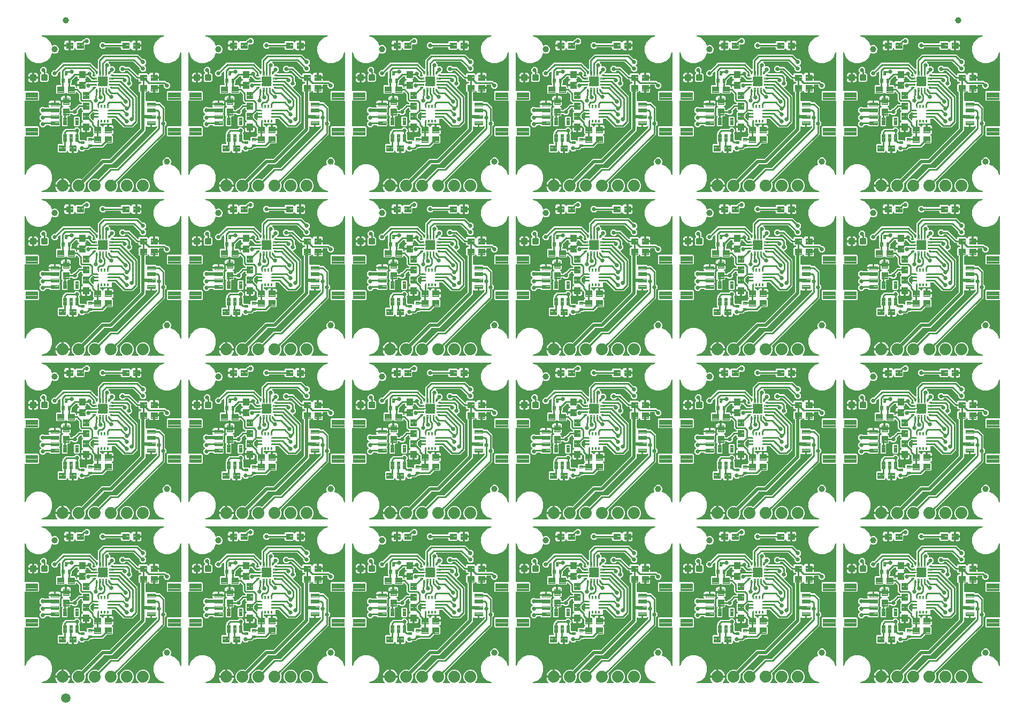
<source format=gtl>
G04 EAGLE Gerber RS-274X export*
G75*
%MOMM*%
%FSLAX34Y34*%
%LPD*%
%INTop Copper*%
%IPPOS*%
%AMOC8*
5,1,8,0,0,1.08239X$1,22.5*%
G01*
%ADD10C,0.096000*%
%ADD11C,0.102000*%
%ADD12C,1.879600*%
%ADD13C,0.102500*%
%ADD14C,0.099000*%
%ADD15C,1.000000*%
%ADD16C,0.300000*%
%ADD17C,0.100000*%
%ADD18C,0.101200*%
%ADD19C,1.500000*%
%ADD20C,0.660400*%
%ADD21C,0.254000*%
%ADD22C,0.508000*%
%ADD23C,0.228600*%

G36*
X831668Y2802D02*
X831668Y2802D01*
X831720Y2801D01*
X831799Y2822D01*
X831880Y2835D01*
X831926Y2857D01*
X831976Y2871D01*
X832045Y2915D01*
X832119Y2950D01*
X832157Y2986D01*
X832200Y3013D01*
X832253Y3076D01*
X832313Y3132D01*
X832339Y3176D01*
X832372Y3216D01*
X832405Y3291D01*
X832445Y3362D01*
X832457Y3413D01*
X832477Y3460D01*
X832485Y3542D01*
X832503Y3622D01*
X832499Y3673D01*
X832504Y3725D01*
X832488Y3805D01*
X832481Y3887D01*
X832462Y3935D01*
X832452Y3985D01*
X832424Y4029D01*
X832382Y4134D01*
X832269Y4273D01*
X832245Y4311D01*
X831634Y4922D01*
X830529Y6443D01*
X829676Y8117D01*
X829095Y9904D01*
X828934Y10923D01*
X839851Y10923D01*
X839952Y10938D01*
X840055Y10946D01*
X840083Y10958D01*
X840114Y10963D01*
X840206Y11007D01*
X840301Y11045D01*
X840325Y11065D01*
X840353Y11078D01*
X840428Y11148D01*
X840508Y11213D01*
X840525Y11239D01*
X840547Y11260D01*
X840598Y11349D01*
X840655Y11434D01*
X840660Y11458D01*
X840679Y11490D01*
X840737Y11750D01*
X840734Y11788D01*
X840739Y11811D01*
X840739Y12701D01*
X840741Y12701D01*
X840741Y11811D01*
X840756Y11709D01*
X840765Y11607D01*
X840776Y11579D01*
X840781Y11548D01*
X840825Y11456D01*
X840864Y11360D01*
X840883Y11337D01*
X840896Y11309D01*
X840966Y11234D01*
X841031Y11154D01*
X841057Y11137D01*
X841078Y11115D01*
X841167Y11064D01*
X841252Y11007D01*
X841276Y11001D01*
X841309Y10983D01*
X841568Y10925D01*
X841606Y10928D01*
X841629Y10923D01*
X852546Y10923D01*
X852385Y9904D01*
X851804Y8117D01*
X850951Y6443D01*
X849846Y4922D01*
X849235Y4311D01*
X849204Y4270D01*
X849167Y4234D01*
X849126Y4163D01*
X849077Y4097D01*
X849060Y4048D01*
X849035Y4004D01*
X849017Y3924D01*
X848990Y3846D01*
X848988Y3794D01*
X848977Y3744D01*
X848984Y3662D01*
X848981Y3580D01*
X848994Y3531D01*
X848999Y3479D01*
X849029Y3403D01*
X849051Y3324D01*
X849078Y3280D01*
X849098Y3232D01*
X849149Y3169D01*
X849193Y3100D01*
X849233Y3066D01*
X849265Y3026D01*
X849333Y2981D01*
X849396Y2928D01*
X849443Y2907D01*
X849486Y2879D01*
X849537Y2867D01*
X849640Y2823D01*
X849819Y2805D01*
X849863Y2795D01*
X858095Y2795D01*
X858146Y2802D01*
X858197Y2801D01*
X858276Y2822D01*
X858357Y2835D01*
X858404Y2857D01*
X858454Y2871D01*
X858523Y2915D01*
X858597Y2950D01*
X858634Y2985D01*
X858678Y3013D01*
X858731Y3076D01*
X858791Y3132D01*
X858817Y3176D01*
X858850Y3216D01*
X858882Y3291D01*
X858923Y3362D01*
X858934Y3413D01*
X858954Y3460D01*
X858963Y3542D01*
X858981Y3622D01*
X858977Y3673D01*
X858982Y3725D01*
X858966Y3805D01*
X858959Y3887D01*
X858940Y3935D01*
X858930Y3985D01*
X858902Y4029D01*
X858860Y4134D01*
X858747Y4273D01*
X858723Y4311D01*
X856665Y6369D01*
X854963Y10477D01*
X854963Y14923D01*
X856665Y19031D01*
X859809Y22175D01*
X863917Y23877D01*
X868363Y23877D01*
X869827Y23270D01*
X869887Y23255D01*
X869944Y23231D01*
X870016Y23224D01*
X870085Y23206D01*
X870147Y23210D01*
X870209Y23204D01*
X870279Y23218D01*
X870351Y23222D01*
X870409Y23244D01*
X870469Y23256D01*
X870510Y23282D01*
X870600Y23315D01*
X870671Y23370D01*
X870691Y23380D01*
X870728Y23414D01*
X870769Y23446D01*
X870795Y23463D01*
X902451Y55119D01*
X914783Y55119D01*
X914804Y55122D01*
X914825Y55120D01*
X914935Y55142D01*
X915046Y55159D01*
X915065Y55168D01*
X915086Y55172D01*
X915124Y55196D01*
X915285Y55274D01*
X915368Y55351D01*
X915411Y55379D01*
X963161Y103129D01*
X963174Y103146D01*
X963190Y103159D01*
X963252Y103252D01*
X963319Y103343D01*
X963326Y103363D01*
X963337Y103380D01*
X963347Y103425D01*
X963406Y103594D01*
X963410Y103706D01*
X963421Y103757D01*
X963421Y159973D01*
X963406Y160075D01*
X963398Y160177D01*
X963386Y160205D01*
X963381Y160236D01*
X963337Y160328D01*
X963299Y160424D01*
X963279Y160447D01*
X963266Y160475D01*
X963196Y160550D01*
X963131Y160630D01*
X963105Y160647D01*
X963084Y160669D01*
X962995Y160720D01*
X962910Y160777D01*
X962886Y160783D01*
X962854Y160801D01*
X962594Y160859D01*
X962556Y160856D01*
X962533Y160861D01*
X962186Y160861D01*
X960851Y162196D01*
X960851Y173084D01*
X962186Y174419D01*
X964193Y174419D01*
X964295Y174434D01*
X964397Y174442D01*
X964425Y174454D01*
X964456Y174459D01*
X964548Y174503D01*
X964644Y174541D01*
X964667Y174561D01*
X964695Y174574D01*
X964770Y174644D01*
X964850Y174709D01*
X964867Y174735D01*
X964889Y174756D01*
X964940Y174845D01*
X964997Y174930D01*
X965003Y174954D01*
X965021Y174986D01*
X965079Y175246D01*
X965076Y175284D01*
X965081Y175307D01*
X965081Y176483D01*
X965066Y176585D01*
X965058Y176687D01*
X965046Y176715D01*
X965041Y176746D01*
X964997Y176838D01*
X964959Y176934D01*
X964939Y176957D01*
X964926Y176985D01*
X964856Y177060D01*
X964791Y177140D01*
X964765Y177157D01*
X964744Y177179D01*
X964655Y177230D01*
X964570Y177287D01*
X964546Y177293D01*
X964514Y177311D01*
X964254Y177369D01*
X964216Y177366D01*
X964193Y177371D01*
X962186Y177371D01*
X960851Y178706D01*
X960851Y180213D01*
X960836Y180315D01*
X960828Y180417D01*
X960816Y180445D01*
X960811Y180476D01*
X960767Y180568D01*
X960729Y180664D01*
X960709Y180687D01*
X960696Y180715D01*
X960626Y180790D01*
X960561Y180870D01*
X960535Y180887D01*
X960514Y180909D01*
X960425Y180960D01*
X960340Y181017D01*
X960316Y181023D01*
X960284Y181041D01*
X960024Y181099D01*
X959986Y181096D01*
X959963Y181101D01*
X957344Y181101D01*
X943888Y194557D01*
X943871Y194570D01*
X943858Y194586D01*
X943764Y194648D01*
X943674Y194715D01*
X943654Y194722D01*
X943637Y194733D01*
X943592Y194743D01*
X943423Y194802D01*
X943310Y194806D01*
X943260Y194817D01*
X939986Y194817D01*
X939966Y194814D01*
X939945Y194816D01*
X939834Y194794D01*
X939724Y194777D01*
X939705Y194768D01*
X939684Y194764D01*
X939646Y194740D01*
X939484Y194662D01*
X939402Y194585D01*
X939358Y194557D01*
X937587Y192785D01*
X933377Y192785D01*
X930401Y195761D01*
X930401Y199971D01*
X933377Y202947D01*
X937587Y202947D01*
X939358Y201175D01*
X939375Y201162D01*
X939389Y201146D01*
X939482Y201084D01*
X939572Y201017D01*
X939592Y201010D01*
X939610Y200999D01*
X939654Y200989D01*
X939823Y200930D01*
X939936Y200926D01*
X939986Y200915D01*
X946153Y200915D01*
X948200Y198869D01*
X959335Y187733D01*
X959376Y187703D01*
X959412Y187665D01*
X959483Y187624D01*
X959549Y187576D01*
X959598Y187559D01*
X959642Y187533D01*
X959722Y187515D01*
X959800Y187488D01*
X959852Y187486D01*
X959902Y187475D01*
X959984Y187482D01*
X960066Y187479D01*
X960115Y187493D01*
X960167Y187497D01*
X960243Y187527D01*
X960322Y187549D01*
X960366Y187577D01*
X960414Y187596D01*
X960477Y187648D01*
X960546Y187692D01*
X960580Y187731D01*
X960620Y187763D01*
X960665Y187832D01*
X960718Y187894D01*
X960739Y187942D01*
X960767Y187985D01*
X960779Y188035D01*
X960823Y188139D01*
X960841Y188317D01*
X960851Y188361D01*
X960851Y189594D01*
X962186Y190929D01*
X974074Y190929D01*
X975409Y189594D01*
X975409Y189525D01*
X975411Y189508D01*
X975409Y189491D01*
X975431Y189377D01*
X975449Y189262D01*
X975456Y189247D01*
X975459Y189230D01*
X975514Y189128D01*
X975564Y189023D01*
X975576Y189010D01*
X975584Y188995D01*
X975666Y188914D01*
X975746Y188829D01*
X975761Y188820D01*
X975773Y188808D01*
X975876Y188754D01*
X975976Y188697D01*
X975993Y188693D01*
X976009Y188685D01*
X976123Y188664D01*
X976236Y188639D01*
X976253Y188641D01*
X976270Y188637D01*
X976385Y188651D01*
X976501Y188661D01*
X976517Y188667D01*
X976534Y188669D01*
X976640Y188717D01*
X976748Y188760D01*
X976761Y188771D01*
X976777Y188778D01*
X976864Y188854D01*
X976954Y188927D01*
X976964Y188942D01*
X976976Y188953D01*
X976996Y188990D01*
X977101Y189148D01*
X977119Y189226D01*
X977155Y189295D01*
X977296Y189824D01*
X977697Y190517D01*
X978263Y191083D01*
X978956Y191483D01*
X979730Y191691D01*
X983353Y191691D01*
X983353Y185039D01*
X983368Y184938D01*
X983377Y184835D01*
X983388Y184807D01*
X983393Y184776D01*
X983437Y184684D01*
X983476Y184589D01*
X983495Y184565D01*
X983508Y184537D01*
X983578Y184462D01*
X983643Y184382D01*
X983669Y184365D01*
X983690Y184343D01*
X983779Y184292D01*
X983864Y184235D01*
X983888Y184230D01*
X983920Y184211D01*
X984180Y184153D01*
X984218Y184156D01*
X984241Y184151D01*
X985131Y184151D01*
X985131Y183261D01*
X985146Y183160D01*
X985155Y183057D01*
X985166Y183029D01*
X985171Y182998D01*
X985215Y182906D01*
X985254Y182811D01*
X985273Y182787D01*
X985286Y182759D01*
X985356Y182684D01*
X985421Y182604D01*
X985447Y182587D01*
X985468Y182565D01*
X985557Y182514D01*
X985642Y182457D01*
X985666Y182451D01*
X985699Y182433D01*
X985958Y182375D01*
X985996Y182378D01*
X986019Y182373D01*
X993171Y182373D01*
X993171Y179832D01*
X993186Y179730D01*
X993194Y179628D01*
X993206Y179600D01*
X993211Y179569D01*
X993255Y179477D01*
X993293Y179381D01*
X993313Y179358D01*
X993326Y179330D01*
X993396Y179255D01*
X993461Y179175D01*
X993487Y179158D01*
X993508Y179136D01*
X993597Y179085D01*
X993682Y179028D01*
X993706Y179022D01*
X993738Y179004D01*
X993998Y178946D01*
X994036Y178949D01*
X994059Y178944D01*
X1002658Y178944D01*
X1004811Y176791D01*
X1004828Y176778D01*
X1004841Y176762D01*
X1004934Y176700D01*
X1005025Y176633D01*
X1005044Y176626D01*
X1005062Y176615D01*
X1005106Y176605D01*
X1005276Y176546D01*
X1005388Y176542D01*
X1005439Y176531D01*
X1007945Y176531D01*
X1010921Y173555D01*
X1010921Y169345D01*
X1007945Y166369D01*
X1003735Y166369D01*
X1000759Y169345D01*
X1000759Y171851D01*
X1000756Y171872D01*
X1000758Y171893D01*
X1000736Y172003D01*
X1000719Y172114D01*
X1000710Y172133D01*
X1000706Y172154D01*
X1000682Y172192D01*
X1000604Y172353D01*
X1000527Y172436D01*
X1000499Y172479D01*
X1000392Y172586D01*
X1000375Y172599D01*
X1000362Y172615D01*
X1000269Y172677D01*
X1000178Y172744D01*
X1000159Y172751D01*
X1000141Y172762D01*
X1000097Y172772D01*
X999927Y172831D01*
X999815Y172835D01*
X999764Y172846D01*
X994059Y172846D01*
X993957Y172831D01*
X993855Y172823D01*
X993827Y172811D01*
X993796Y172806D01*
X993704Y172762D01*
X993608Y172724D01*
X993585Y172704D01*
X993557Y172691D01*
X993482Y172621D01*
X993402Y172556D01*
X993385Y172530D01*
X993363Y172509D01*
X993312Y172420D01*
X993255Y172335D01*
X993249Y172311D01*
X993231Y172279D01*
X993173Y172019D01*
X993176Y171981D01*
X993171Y171958D01*
X993171Y169417D01*
X986019Y169417D01*
X985918Y169402D01*
X985815Y169393D01*
X985787Y169382D01*
X985756Y169377D01*
X985664Y169333D01*
X985569Y169294D01*
X985545Y169275D01*
X985517Y169262D01*
X985442Y169192D01*
X985362Y169127D01*
X985345Y169101D01*
X985323Y169080D01*
X985272Y168991D01*
X985215Y168906D01*
X985210Y168882D01*
X985191Y168849D01*
X985133Y168590D01*
X985136Y168552D01*
X985131Y168529D01*
X985131Y167639D01*
X984241Y167639D01*
X984140Y167624D01*
X984037Y167615D01*
X984009Y167604D01*
X983978Y167599D01*
X983886Y167555D01*
X983791Y167516D01*
X983767Y167497D01*
X983739Y167484D01*
X983664Y167414D01*
X983584Y167349D01*
X983567Y167323D01*
X983545Y167302D01*
X983494Y167213D01*
X983437Y167128D01*
X983431Y167104D01*
X983413Y167071D01*
X983355Y166812D01*
X983358Y166774D01*
X983353Y166751D01*
X983353Y160099D01*
X979730Y160099D01*
X978956Y160307D01*
X978263Y160707D01*
X977697Y161273D01*
X977296Y161966D01*
X977155Y162495D01*
X977148Y162510D01*
X977145Y162527D01*
X977095Y162632D01*
X977049Y162738D01*
X977037Y162751D01*
X977030Y162767D01*
X976950Y162852D01*
X976875Y162939D01*
X976860Y162948D01*
X976848Y162961D01*
X976748Y163019D01*
X976649Y163080D01*
X976633Y163084D01*
X976618Y163093D01*
X976504Y163118D01*
X976392Y163148D01*
X976375Y163147D01*
X976358Y163151D01*
X976243Y163141D01*
X976127Y163136D01*
X976110Y163131D01*
X976093Y163129D01*
X975986Y163086D01*
X975876Y163047D01*
X975863Y163037D01*
X975846Y163030D01*
X975756Y162957D01*
X975664Y162888D01*
X975654Y162874D01*
X975640Y162863D01*
X975576Y162766D01*
X975508Y162672D01*
X975502Y162656D01*
X975493Y162641D01*
X975484Y162601D01*
X975423Y162420D01*
X975426Y162342D01*
X975409Y162265D01*
X975409Y162196D01*
X974074Y160861D01*
X972947Y160861D01*
X972845Y160846D01*
X972743Y160838D01*
X972715Y160826D01*
X972684Y160821D01*
X972592Y160777D01*
X972496Y160739D01*
X972473Y160719D01*
X972445Y160706D01*
X972370Y160636D01*
X972290Y160571D01*
X972273Y160545D01*
X972251Y160524D01*
X972200Y160435D01*
X972143Y160350D01*
X972137Y160326D01*
X972119Y160294D01*
X972061Y160034D01*
X972064Y159996D01*
X972059Y159973D01*
X972059Y147667D01*
X972074Y147565D01*
X972082Y147463D01*
X972094Y147435D01*
X972099Y147404D01*
X972143Y147312D01*
X972181Y147216D01*
X972201Y147193D01*
X972214Y147165D01*
X972284Y147090D01*
X972349Y147010D01*
X972375Y146993D01*
X972396Y146971D01*
X972485Y146920D01*
X972570Y146863D01*
X972594Y146857D01*
X972626Y146839D01*
X972886Y146781D01*
X972924Y146784D01*
X972947Y146779D01*
X987628Y146779D01*
X989098Y145309D01*
X989115Y145296D01*
X989128Y145280D01*
X989222Y145218D01*
X989312Y145151D01*
X989332Y145144D01*
X989349Y145133D01*
X989394Y145123D01*
X989563Y145064D01*
X989676Y145060D01*
X989726Y145049D01*
X994403Y145049D01*
X1002539Y136913D01*
X1002539Y116024D01*
X1002542Y116004D01*
X1002540Y115983D01*
X1002562Y115872D01*
X1002579Y115762D01*
X1002588Y115743D01*
X1002592Y115722D01*
X1002616Y115684D01*
X1002694Y115522D01*
X1002771Y115440D01*
X1002799Y115396D01*
X1004571Y113625D01*
X1004571Y109415D01*
X1002799Y107644D01*
X1002786Y107627D01*
X1002770Y107613D01*
X1002708Y107520D01*
X1002641Y107430D01*
X1002634Y107410D01*
X1002623Y107392D01*
X1002613Y107348D01*
X1002554Y107179D01*
X1002550Y107066D01*
X1002539Y107016D01*
X1002539Y93987D01*
X1000493Y91941D01*
X927177Y18625D01*
X927140Y18575D01*
X927096Y18532D01*
X927062Y18469D01*
X927019Y18411D01*
X926999Y18353D01*
X926969Y18298D01*
X926955Y18228D01*
X926932Y18160D01*
X926930Y18098D01*
X926918Y18037D01*
X926926Y17990D01*
X926923Y17895D01*
X926979Y17688D01*
X926984Y17657D01*
X928117Y14923D01*
X928117Y10477D01*
X926415Y6369D01*
X924357Y4311D01*
X924327Y4270D01*
X924289Y4234D01*
X924248Y4163D01*
X924200Y4097D01*
X924183Y4048D01*
X924157Y4004D01*
X924139Y3924D01*
X924112Y3846D01*
X924110Y3794D01*
X924099Y3744D01*
X924106Y3662D01*
X924103Y3580D01*
X924117Y3531D01*
X924121Y3479D01*
X924151Y3403D01*
X924173Y3324D01*
X924201Y3280D01*
X924220Y3232D01*
X924272Y3169D01*
X924316Y3100D01*
X924355Y3066D01*
X924387Y3026D01*
X924456Y2981D01*
X924518Y2928D01*
X924566Y2907D01*
X924609Y2879D01*
X924659Y2867D01*
X924763Y2823D01*
X924941Y2805D01*
X924985Y2795D01*
X934295Y2795D01*
X934346Y2802D01*
X934397Y2801D01*
X934476Y2822D01*
X934557Y2835D01*
X934604Y2857D01*
X934654Y2871D01*
X934723Y2915D01*
X934797Y2950D01*
X934834Y2985D01*
X934878Y3013D01*
X934931Y3076D01*
X934991Y3132D01*
X935017Y3176D01*
X935050Y3216D01*
X935082Y3291D01*
X935123Y3362D01*
X935134Y3413D01*
X935154Y3460D01*
X935163Y3542D01*
X935181Y3622D01*
X935177Y3673D01*
X935182Y3725D01*
X935166Y3805D01*
X935159Y3887D01*
X935140Y3935D01*
X935130Y3985D01*
X935102Y4029D01*
X935060Y4134D01*
X934947Y4273D01*
X934923Y4311D01*
X932865Y6369D01*
X931163Y10477D01*
X931163Y14923D01*
X932865Y19031D01*
X936009Y22175D01*
X940117Y23877D01*
X944563Y23877D01*
X948671Y22175D01*
X951815Y19031D01*
X953517Y14923D01*
X953517Y10477D01*
X951815Y6369D01*
X949757Y4311D01*
X949727Y4270D01*
X949689Y4234D01*
X949648Y4163D01*
X949600Y4097D01*
X949583Y4048D01*
X949557Y4004D01*
X949539Y3924D01*
X949512Y3846D01*
X949510Y3794D01*
X949499Y3744D01*
X949506Y3662D01*
X949503Y3580D01*
X949517Y3531D01*
X949521Y3479D01*
X949551Y3403D01*
X949573Y3324D01*
X949601Y3280D01*
X949620Y3232D01*
X949672Y3169D01*
X949716Y3100D01*
X949755Y3066D01*
X949787Y3026D01*
X949856Y2981D01*
X949918Y2928D01*
X949966Y2907D01*
X950009Y2879D01*
X950059Y2867D01*
X950163Y2823D01*
X950341Y2805D01*
X950385Y2795D01*
X959695Y2795D01*
X959746Y2802D01*
X959797Y2801D01*
X959876Y2822D01*
X959957Y2835D01*
X960004Y2857D01*
X960054Y2871D01*
X960123Y2915D01*
X960197Y2950D01*
X960234Y2985D01*
X960278Y3013D01*
X960331Y3076D01*
X960391Y3132D01*
X960417Y3176D01*
X960450Y3216D01*
X960482Y3291D01*
X960523Y3362D01*
X960534Y3413D01*
X960554Y3460D01*
X960563Y3542D01*
X960581Y3622D01*
X960577Y3673D01*
X960582Y3725D01*
X960566Y3805D01*
X960559Y3887D01*
X960540Y3935D01*
X960530Y3985D01*
X960502Y4029D01*
X960460Y4134D01*
X960347Y4273D01*
X960323Y4311D01*
X958265Y6369D01*
X956563Y10477D01*
X956563Y14923D01*
X958265Y19031D01*
X961409Y22175D01*
X965517Y23877D01*
X969963Y23877D01*
X974071Y22175D01*
X977215Y19031D01*
X978917Y14923D01*
X978917Y10477D01*
X977215Y6369D01*
X975157Y4311D01*
X975127Y4270D01*
X975089Y4234D01*
X975048Y4163D01*
X975000Y4097D01*
X974983Y4048D01*
X974957Y4004D01*
X974939Y3924D01*
X974912Y3846D01*
X974910Y3794D01*
X974899Y3744D01*
X974906Y3662D01*
X974903Y3580D01*
X974917Y3531D01*
X974921Y3479D01*
X974951Y3403D01*
X974973Y3324D01*
X975001Y3280D01*
X975020Y3232D01*
X975072Y3169D01*
X975116Y3100D01*
X975155Y3066D01*
X975187Y3026D01*
X975256Y2981D01*
X975318Y2928D01*
X975366Y2907D01*
X975409Y2879D01*
X975459Y2867D01*
X975563Y2823D01*
X975741Y2805D01*
X975785Y2795D01*
X1000193Y2795D01*
X1000284Y2809D01*
X1000376Y2814D01*
X1000415Y2828D01*
X1000456Y2835D01*
X1000539Y2875D01*
X1000625Y2907D01*
X1000658Y2932D01*
X1000695Y2950D01*
X1000763Y3013D01*
X1000836Y3070D01*
X1000859Y3104D01*
X1000889Y3132D01*
X1000935Y3212D01*
X1000988Y3287D01*
X1001001Y3327D01*
X1001021Y3362D01*
X1001041Y3452D01*
X1001070Y3540D01*
X1001070Y3582D01*
X1001079Y3622D01*
X1001072Y3714D01*
X1001073Y3806D01*
X1001061Y3846D01*
X1001057Y3887D01*
X1001023Y3973D01*
X1000997Y4061D01*
X1000974Y4095D01*
X1000958Y4134D01*
X1000900Y4205D01*
X1000849Y4282D01*
X1000823Y4300D01*
X1000791Y4340D01*
X1000570Y4487D01*
X1000550Y4492D01*
X1000533Y4504D01*
X993754Y7312D01*
X987752Y13314D01*
X984503Y21156D01*
X984503Y29644D01*
X987752Y37486D01*
X993754Y43488D01*
X999572Y45898D01*
X999660Y45951D01*
X999751Y45998D01*
X999773Y46020D01*
X999799Y46036D01*
X999868Y46112D01*
X999941Y46184D01*
X999956Y46211D01*
X999976Y46234D01*
X1000019Y46327D01*
X1000067Y46418D01*
X1000073Y46448D01*
X1000086Y46476D01*
X1000099Y46578D01*
X1000119Y46679D01*
X1000115Y46702D01*
X1000120Y46740D01*
X1000074Y47002D01*
X1000057Y47035D01*
X1000052Y47059D01*
X999061Y49452D01*
X999061Y52148D01*
X1000093Y54640D01*
X1002000Y56547D01*
X1004492Y57579D01*
X1007188Y57579D01*
X1009680Y56547D01*
X1011587Y54640D01*
X1012619Y52148D01*
X1012619Y49452D01*
X1011628Y47059D01*
X1011603Y46959D01*
X1011571Y46861D01*
X1011571Y46831D01*
X1011564Y46801D01*
X1011570Y46698D01*
X1011569Y46596D01*
X1011577Y46566D01*
X1011579Y46535D01*
X1011615Y46439D01*
X1011644Y46341D01*
X1011662Y46315D01*
X1011672Y46286D01*
X1011735Y46205D01*
X1011792Y46120D01*
X1011812Y46106D01*
X1011835Y46076D01*
X1012053Y45924D01*
X1012089Y45912D01*
X1012108Y45898D01*
X1017926Y43488D01*
X1023928Y37486D01*
X1026736Y30707D01*
X1026784Y30628D01*
X1026824Y30545D01*
X1026852Y30515D01*
X1026874Y30480D01*
X1026943Y30418D01*
X1027006Y30351D01*
X1027042Y30330D01*
X1027072Y30303D01*
X1027156Y30265D01*
X1027236Y30219D01*
X1027277Y30210D01*
X1027314Y30193D01*
X1027406Y30181D01*
X1027496Y30161D01*
X1027537Y30164D01*
X1027578Y30159D01*
X1027669Y30175D01*
X1027761Y30183D01*
X1027799Y30198D01*
X1027840Y30205D01*
X1027922Y30247D01*
X1028008Y30282D01*
X1028040Y30308D01*
X1028076Y30326D01*
X1028142Y30391D01*
X1028214Y30449D01*
X1028237Y30483D01*
X1028266Y30512D01*
X1028310Y30593D01*
X1028361Y30670D01*
X1028368Y30701D01*
X1028393Y30746D01*
X1028444Y31007D01*
X1028441Y31027D01*
X1028445Y31047D01*
X1028445Y90333D01*
X1028430Y90435D01*
X1028422Y90537D01*
X1028410Y90565D01*
X1028405Y90596D01*
X1028361Y90688D01*
X1028323Y90784D01*
X1028303Y90807D01*
X1028290Y90835D01*
X1028220Y90910D01*
X1028155Y90990D01*
X1028129Y91007D01*
X1028108Y91029D01*
X1028019Y91080D01*
X1027934Y91137D01*
X1027910Y91143D01*
X1027878Y91161D01*
X1027618Y91219D01*
X1027580Y91216D01*
X1027557Y91221D01*
X1006734Y91221D01*
X1005411Y92544D01*
X1005411Y105456D01*
X1006734Y106779D01*
X1027557Y106779D01*
X1027659Y106794D01*
X1027761Y106802D01*
X1027789Y106814D01*
X1027820Y106819D01*
X1027912Y106863D01*
X1028008Y106901D01*
X1028031Y106921D01*
X1028059Y106934D01*
X1028134Y107004D01*
X1028214Y107069D01*
X1028231Y107095D01*
X1028253Y107116D01*
X1028304Y107205D01*
X1028361Y107290D01*
X1028367Y107314D01*
X1028385Y107346D01*
X1028443Y107606D01*
X1028440Y107644D01*
X1028445Y107667D01*
X1028445Y146333D01*
X1028430Y146435D01*
X1028422Y146537D01*
X1028410Y146565D01*
X1028405Y146596D01*
X1028361Y146688D01*
X1028323Y146784D01*
X1028303Y146807D01*
X1028290Y146835D01*
X1028220Y146910D01*
X1028155Y146990D01*
X1028129Y147007D01*
X1028108Y147029D01*
X1028019Y147080D01*
X1027934Y147137D01*
X1027910Y147143D01*
X1027878Y147161D01*
X1027618Y147219D01*
X1027580Y147216D01*
X1027557Y147221D01*
X1006734Y147221D01*
X1005411Y148544D01*
X1005411Y161456D01*
X1006734Y162779D01*
X1027557Y162779D01*
X1027659Y162794D01*
X1027761Y162802D01*
X1027789Y162814D01*
X1027820Y162819D01*
X1027912Y162863D01*
X1028008Y162901D01*
X1028031Y162921D01*
X1028059Y162934D01*
X1028134Y163004D01*
X1028214Y163069D01*
X1028231Y163095D01*
X1028253Y163116D01*
X1028304Y163205D01*
X1028361Y163290D01*
X1028367Y163314D01*
X1028385Y163346D01*
X1028443Y163606D01*
X1028440Y163644D01*
X1028445Y163667D01*
X1028445Y222953D01*
X1028431Y223044D01*
X1028426Y223136D01*
X1028412Y223175D01*
X1028405Y223216D01*
X1028365Y223299D01*
X1028333Y223385D01*
X1028308Y223418D01*
X1028290Y223455D01*
X1028227Y223523D01*
X1028170Y223596D01*
X1028136Y223619D01*
X1028108Y223649D01*
X1028028Y223695D01*
X1027953Y223748D01*
X1027913Y223761D01*
X1027878Y223781D01*
X1027788Y223801D01*
X1027700Y223830D01*
X1027658Y223830D01*
X1027618Y223839D01*
X1027526Y223832D01*
X1027434Y223833D01*
X1027394Y223821D01*
X1027353Y223817D01*
X1027267Y223783D01*
X1027179Y223757D01*
X1027145Y223734D01*
X1027106Y223718D01*
X1027035Y223660D01*
X1026958Y223609D01*
X1026940Y223583D01*
X1026900Y223551D01*
X1026753Y223330D01*
X1026748Y223310D01*
X1026736Y223293D01*
X1023928Y216514D01*
X1017926Y210512D01*
X1010084Y207263D01*
X1001596Y207263D01*
X993754Y210512D01*
X987752Y216514D01*
X984503Y224356D01*
X984503Y232844D01*
X987752Y240686D01*
X993754Y246688D01*
X1000533Y249496D01*
X1000612Y249544D01*
X1000695Y249584D01*
X1000725Y249612D01*
X1000760Y249634D01*
X1000822Y249703D01*
X1000889Y249766D01*
X1000910Y249802D01*
X1000937Y249832D01*
X1000975Y249916D01*
X1001021Y249996D01*
X1001030Y250037D01*
X1001047Y250074D01*
X1001059Y250166D01*
X1001079Y250256D01*
X1001076Y250297D01*
X1001081Y250338D01*
X1001065Y250429D01*
X1001057Y250521D01*
X1001042Y250559D01*
X1001035Y250600D01*
X1000993Y250682D01*
X1000958Y250768D01*
X1000932Y250800D01*
X1000914Y250836D01*
X1000849Y250902D01*
X1000791Y250974D01*
X1000757Y250997D01*
X1000728Y251026D01*
X1000647Y251070D01*
X1000570Y251121D01*
X1000539Y251128D01*
X1000494Y251153D01*
X1000233Y251204D01*
X1000213Y251201D01*
X1000193Y251205D01*
X808287Y251205D01*
X808196Y251191D01*
X808104Y251186D01*
X808065Y251172D01*
X808024Y251165D01*
X807941Y251125D01*
X807855Y251093D01*
X807822Y251068D01*
X807785Y251050D01*
X807717Y250987D01*
X807644Y250930D01*
X807621Y250896D01*
X807591Y250868D01*
X807545Y250788D01*
X807492Y250713D01*
X807479Y250673D01*
X807459Y250638D01*
X807439Y250548D01*
X807410Y250460D01*
X807410Y250418D01*
X807401Y250378D01*
X807408Y250286D01*
X807407Y250194D01*
X807419Y250154D01*
X807423Y250113D01*
X807457Y250027D01*
X807483Y249939D01*
X807506Y249905D01*
X807522Y249866D01*
X807580Y249795D01*
X807631Y249718D01*
X807657Y249700D01*
X807689Y249660D01*
X807910Y249513D01*
X807930Y249508D01*
X807947Y249496D01*
X814726Y246688D01*
X820728Y240686D01*
X823138Y234868D01*
X823191Y234780D01*
X823238Y234689D01*
X823260Y234667D01*
X823276Y234641D01*
X823352Y234572D01*
X823424Y234499D01*
X823451Y234484D01*
X823474Y234464D01*
X823567Y234421D01*
X823658Y234373D01*
X823688Y234367D01*
X823716Y234354D01*
X823818Y234341D01*
X823919Y234321D01*
X823942Y234325D01*
X823980Y234320D01*
X824242Y234366D01*
X824275Y234383D01*
X824299Y234388D01*
X826692Y235379D01*
X829388Y235379D01*
X831880Y234347D01*
X833787Y232440D01*
X834819Y229948D01*
X834819Y227252D01*
X833787Y224760D01*
X831880Y222853D01*
X829388Y221821D01*
X826692Y221821D01*
X824299Y222812D01*
X824199Y222837D01*
X824101Y222869D01*
X824071Y222869D01*
X824041Y222876D01*
X823938Y222870D01*
X823836Y222871D01*
X823806Y222863D01*
X823775Y222861D01*
X823679Y222825D01*
X823581Y222796D01*
X823555Y222778D01*
X823526Y222768D01*
X823445Y222705D01*
X823360Y222648D01*
X823346Y222628D01*
X823316Y222605D01*
X823164Y222387D01*
X823152Y222351D01*
X823138Y222332D01*
X820728Y216514D01*
X814726Y210512D01*
X806884Y207263D01*
X798396Y207263D01*
X790554Y210512D01*
X784552Y216514D01*
X781744Y223293D01*
X781696Y223372D01*
X781656Y223455D01*
X781628Y223485D01*
X781606Y223520D01*
X781537Y223582D01*
X781474Y223649D01*
X781438Y223670D01*
X781408Y223697D01*
X781324Y223735D01*
X781244Y223781D01*
X781203Y223790D01*
X781166Y223807D01*
X781074Y223819D01*
X780984Y223839D01*
X780943Y223836D01*
X780902Y223841D01*
X780811Y223825D01*
X780719Y223817D01*
X780681Y223802D01*
X780640Y223795D01*
X780558Y223753D01*
X780472Y223718D01*
X780440Y223692D01*
X780404Y223674D01*
X780338Y223609D01*
X780266Y223551D01*
X780243Y223517D01*
X780214Y223488D01*
X780170Y223407D01*
X780119Y223330D01*
X780112Y223299D01*
X780087Y223254D01*
X780036Y222993D01*
X780039Y222973D01*
X780035Y222953D01*
X780035Y163667D01*
X780050Y163565D01*
X780058Y163463D01*
X780070Y163435D01*
X780075Y163404D01*
X780119Y163312D01*
X780157Y163216D01*
X780177Y163193D01*
X780190Y163165D01*
X780260Y163090D01*
X780325Y163010D01*
X780351Y162993D01*
X780372Y162971D01*
X780461Y162920D01*
X780546Y162863D01*
X780570Y162857D01*
X780602Y162839D01*
X780862Y162781D01*
X780900Y162784D01*
X780923Y162779D01*
X801746Y162779D01*
X803069Y161456D01*
X803069Y148544D01*
X801746Y147221D01*
X780923Y147221D01*
X780821Y147206D01*
X780719Y147198D01*
X780691Y147186D01*
X780660Y147181D01*
X780568Y147137D01*
X780472Y147099D01*
X780449Y147079D01*
X780421Y147066D01*
X780346Y146996D01*
X780266Y146931D01*
X780249Y146905D01*
X780227Y146884D01*
X780176Y146795D01*
X780119Y146710D01*
X780113Y146686D01*
X780095Y146654D01*
X780037Y146394D01*
X780040Y146356D01*
X780035Y146333D01*
X780035Y107667D01*
X780050Y107565D01*
X780058Y107463D01*
X780070Y107435D01*
X780075Y107404D01*
X780119Y107312D01*
X780157Y107216D01*
X780177Y107193D01*
X780190Y107165D01*
X780260Y107090D01*
X780325Y107010D01*
X780351Y106993D01*
X780372Y106971D01*
X780461Y106920D01*
X780546Y106863D01*
X780570Y106857D01*
X780602Y106839D01*
X780862Y106781D01*
X780900Y106784D01*
X780923Y106779D01*
X801746Y106779D01*
X803069Y105456D01*
X803069Y92544D01*
X801746Y91221D01*
X780923Y91221D01*
X780821Y91206D01*
X780719Y91198D01*
X780691Y91186D01*
X780660Y91181D01*
X780568Y91137D01*
X780472Y91099D01*
X780449Y91079D01*
X780421Y91066D01*
X780346Y90996D01*
X780266Y90931D01*
X780249Y90905D01*
X780227Y90884D01*
X780176Y90795D01*
X780119Y90710D01*
X780113Y90686D01*
X780095Y90654D01*
X780037Y90394D01*
X780040Y90356D01*
X780035Y90333D01*
X780035Y31047D01*
X780049Y30956D01*
X780054Y30864D01*
X780068Y30825D01*
X780075Y30784D01*
X780115Y30701D01*
X780147Y30615D01*
X780172Y30582D01*
X780190Y30545D01*
X780253Y30477D01*
X780310Y30404D01*
X780344Y30381D01*
X780372Y30351D01*
X780452Y30305D01*
X780527Y30252D01*
X780567Y30239D01*
X780602Y30219D01*
X780692Y30199D01*
X780780Y30170D01*
X780822Y30170D01*
X780862Y30161D01*
X780954Y30168D01*
X781046Y30167D01*
X781086Y30179D01*
X781127Y30183D01*
X781213Y30217D01*
X781301Y30243D01*
X781335Y30266D01*
X781374Y30282D01*
X781445Y30340D01*
X781522Y30391D01*
X781540Y30417D01*
X781580Y30449D01*
X781727Y30670D01*
X781732Y30690D01*
X781744Y30707D01*
X784552Y37486D01*
X790554Y43488D01*
X798396Y46737D01*
X806884Y46737D01*
X814726Y43488D01*
X820728Y37486D01*
X823977Y29644D01*
X823977Y21156D01*
X820728Y13314D01*
X814726Y7312D01*
X807947Y4504D01*
X807868Y4456D01*
X807785Y4416D01*
X807755Y4388D01*
X807720Y4366D01*
X807658Y4297D01*
X807591Y4234D01*
X807570Y4198D01*
X807543Y4168D01*
X807505Y4084D01*
X807459Y4004D01*
X807450Y3963D01*
X807433Y3926D01*
X807421Y3834D01*
X807401Y3744D01*
X807404Y3703D01*
X807399Y3662D01*
X807415Y3571D01*
X807423Y3479D01*
X807438Y3441D01*
X807445Y3400D01*
X807487Y3318D01*
X807522Y3232D01*
X807548Y3200D01*
X807566Y3164D01*
X807631Y3098D01*
X807689Y3026D01*
X807723Y3003D01*
X807752Y2974D01*
X807833Y2930D01*
X807910Y2879D01*
X807941Y2872D01*
X807986Y2847D01*
X808247Y2796D01*
X808267Y2799D01*
X808287Y2795D01*
X831617Y2795D01*
X831668Y2802D01*
G37*
G36*
X54428Y780042D02*
X54428Y780042D01*
X54480Y780041D01*
X54559Y780062D01*
X54640Y780075D01*
X54686Y780097D01*
X54736Y780111D01*
X54805Y780155D01*
X54879Y780190D01*
X54917Y780226D01*
X54960Y780253D01*
X55013Y780316D01*
X55073Y780372D01*
X55099Y780416D01*
X55132Y780456D01*
X55165Y780531D01*
X55205Y780602D01*
X55217Y780653D01*
X55237Y780700D01*
X55245Y780782D01*
X55263Y780862D01*
X55259Y780913D01*
X55264Y780965D01*
X55248Y781045D01*
X55241Y781127D01*
X55222Y781175D01*
X55212Y781225D01*
X55184Y781269D01*
X55142Y781374D01*
X55029Y781513D01*
X55005Y781551D01*
X54394Y782162D01*
X53289Y783683D01*
X52436Y785357D01*
X51855Y787144D01*
X51694Y788163D01*
X62611Y788163D01*
X62712Y788178D01*
X62815Y788186D01*
X62843Y788198D01*
X62874Y788203D01*
X62966Y788247D01*
X63061Y788285D01*
X63085Y788305D01*
X63113Y788318D01*
X63188Y788388D01*
X63268Y788453D01*
X63285Y788479D01*
X63307Y788500D01*
X63358Y788589D01*
X63415Y788674D01*
X63420Y788698D01*
X63439Y788730D01*
X63497Y788990D01*
X63494Y789028D01*
X63499Y789051D01*
X63499Y789941D01*
X63501Y789941D01*
X63501Y789051D01*
X63516Y788949D01*
X63525Y788847D01*
X63536Y788819D01*
X63541Y788788D01*
X63585Y788696D01*
X63624Y788600D01*
X63643Y788577D01*
X63656Y788549D01*
X63726Y788474D01*
X63791Y788394D01*
X63817Y788377D01*
X63838Y788355D01*
X63927Y788304D01*
X64012Y788247D01*
X64036Y788241D01*
X64069Y788223D01*
X64328Y788165D01*
X64366Y788168D01*
X64389Y788163D01*
X75306Y788163D01*
X75145Y787144D01*
X74564Y785357D01*
X73711Y783683D01*
X72606Y782162D01*
X71995Y781551D01*
X71964Y781510D01*
X71927Y781474D01*
X71886Y781403D01*
X71837Y781337D01*
X71820Y781288D01*
X71795Y781244D01*
X71777Y781164D01*
X71750Y781086D01*
X71748Y781034D01*
X71737Y780984D01*
X71744Y780902D01*
X71741Y780820D01*
X71754Y780771D01*
X71759Y780719D01*
X71789Y780643D01*
X71811Y780564D01*
X71838Y780520D01*
X71858Y780472D01*
X71909Y780409D01*
X71953Y780340D01*
X71993Y780306D01*
X72025Y780266D01*
X72093Y780221D01*
X72156Y780168D01*
X72203Y780147D01*
X72246Y780119D01*
X72297Y780107D01*
X72400Y780063D01*
X72579Y780045D01*
X72623Y780035D01*
X80855Y780035D01*
X80906Y780042D01*
X80957Y780041D01*
X81036Y780062D01*
X81117Y780075D01*
X81164Y780097D01*
X81214Y780111D01*
X81283Y780155D01*
X81357Y780190D01*
X81394Y780225D01*
X81438Y780253D01*
X81491Y780316D01*
X81551Y780372D01*
X81577Y780416D01*
X81610Y780456D01*
X81642Y780531D01*
X81683Y780602D01*
X81694Y780653D01*
X81714Y780700D01*
X81723Y780782D01*
X81741Y780862D01*
X81737Y780913D01*
X81742Y780965D01*
X81726Y781045D01*
X81719Y781127D01*
X81700Y781175D01*
X81690Y781225D01*
X81662Y781269D01*
X81620Y781374D01*
X81507Y781513D01*
X81483Y781551D01*
X79425Y783609D01*
X77723Y787717D01*
X77723Y792163D01*
X79425Y796271D01*
X82569Y799415D01*
X86677Y801117D01*
X91123Y801117D01*
X92587Y800510D01*
X92647Y800495D01*
X92704Y800471D01*
X92776Y800464D01*
X92845Y800446D01*
X92907Y800450D01*
X92969Y800444D01*
X93039Y800458D01*
X93111Y800462D01*
X93169Y800484D01*
X93229Y800496D01*
X93270Y800522D01*
X93360Y800555D01*
X93431Y800610D01*
X93451Y800620D01*
X93488Y800654D01*
X93529Y800686D01*
X93555Y800703D01*
X122421Y829569D01*
X125211Y832359D01*
X137543Y832359D01*
X137564Y832362D01*
X137585Y832360D01*
X137695Y832382D01*
X137806Y832399D01*
X137825Y832408D01*
X137846Y832412D01*
X137884Y832436D01*
X138045Y832514D01*
X138128Y832591D01*
X138171Y832619D01*
X185921Y880369D01*
X185934Y880386D01*
X185950Y880399D01*
X186012Y880492D01*
X186079Y880583D01*
X186086Y880602D01*
X186097Y880620D01*
X186107Y880665D01*
X186166Y880834D01*
X186170Y880946D01*
X186181Y880997D01*
X186181Y937213D01*
X186166Y937315D01*
X186158Y937417D01*
X186146Y937445D01*
X186141Y937476D01*
X186097Y937568D01*
X186059Y937664D01*
X186039Y937687D01*
X186026Y937715D01*
X185956Y937790D01*
X185891Y937870D01*
X185865Y937887D01*
X185844Y937909D01*
X185755Y937960D01*
X185670Y938017D01*
X185646Y938023D01*
X185614Y938041D01*
X185354Y938099D01*
X185316Y938096D01*
X185293Y938101D01*
X184946Y938101D01*
X183611Y939436D01*
X183611Y950324D01*
X184946Y951659D01*
X186953Y951659D01*
X187055Y951674D01*
X187157Y951682D01*
X187185Y951694D01*
X187216Y951699D01*
X187308Y951743D01*
X187404Y951781D01*
X187427Y951801D01*
X187455Y951814D01*
X187530Y951884D01*
X187610Y951949D01*
X187627Y951975D01*
X187649Y951996D01*
X187700Y952085D01*
X187757Y952170D01*
X187763Y952194D01*
X187781Y952226D01*
X187839Y952486D01*
X187836Y952524D01*
X187841Y952547D01*
X187841Y953723D01*
X187826Y953825D01*
X187818Y953927D01*
X187806Y953955D01*
X187801Y953986D01*
X187757Y954078D01*
X187719Y954174D01*
X187699Y954197D01*
X187686Y954225D01*
X187616Y954300D01*
X187551Y954380D01*
X187525Y954397D01*
X187504Y954419D01*
X187415Y954470D01*
X187330Y954527D01*
X187306Y954533D01*
X187274Y954551D01*
X187014Y954609D01*
X186976Y954606D01*
X186953Y954611D01*
X184946Y954611D01*
X183611Y955946D01*
X183611Y957453D01*
X183596Y957555D01*
X183588Y957657D01*
X183576Y957685D01*
X183571Y957716D01*
X183527Y957808D01*
X183489Y957904D01*
X183469Y957927D01*
X183456Y957955D01*
X183386Y958030D01*
X183321Y958110D01*
X183295Y958127D01*
X183274Y958149D01*
X183185Y958200D01*
X183100Y958257D01*
X183076Y958263D01*
X183044Y958281D01*
X182784Y958339D01*
X182746Y958336D01*
X182723Y958341D01*
X180104Y958341D01*
X166648Y971797D01*
X166631Y971810D01*
X166618Y971826D01*
X166524Y971888D01*
X166434Y971955D01*
X166414Y971962D01*
X166397Y971973D01*
X166352Y971983D01*
X166183Y972042D01*
X166070Y972046D01*
X166020Y972057D01*
X162746Y972057D01*
X162726Y972054D01*
X162705Y972056D01*
X162594Y972034D01*
X162484Y972017D01*
X162465Y972008D01*
X162444Y972004D01*
X162406Y971980D01*
X162244Y971902D01*
X162162Y971825D01*
X162118Y971797D01*
X160347Y970025D01*
X156137Y970025D01*
X153161Y973001D01*
X153161Y977211D01*
X156137Y980187D01*
X160347Y980187D01*
X162118Y978415D01*
X162135Y978402D01*
X162149Y978386D01*
X162242Y978324D01*
X162332Y978257D01*
X162352Y978250D01*
X162370Y978239D01*
X162414Y978229D01*
X162583Y978170D01*
X162696Y978166D01*
X162746Y978155D01*
X168913Y978155D01*
X182095Y964973D01*
X182136Y964943D01*
X182172Y964905D01*
X182243Y964864D01*
X182309Y964816D01*
X182358Y964799D01*
X182402Y964773D01*
X182482Y964755D01*
X182560Y964728D01*
X182612Y964726D01*
X182662Y964715D01*
X182744Y964722D01*
X182826Y964719D01*
X182875Y964733D01*
X182927Y964737D01*
X183003Y964767D01*
X183082Y964789D01*
X183126Y964817D01*
X183174Y964836D01*
X183237Y964888D01*
X183306Y964932D01*
X183340Y964971D01*
X183380Y965003D01*
X183425Y965072D01*
X183478Y965134D01*
X183499Y965182D01*
X183527Y965225D01*
X183539Y965275D01*
X183583Y965379D01*
X183601Y965557D01*
X183611Y965601D01*
X183611Y966834D01*
X184946Y968169D01*
X196834Y968169D01*
X198169Y966834D01*
X198169Y966765D01*
X198171Y966748D01*
X198169Y966731D01*
X198191Y966617D01*
X198209Y966503D01*
X198216Y966487D01*
X198219Y966470D01*
X198274Y966368D01*
X198324Y966263D01*
X198336Y966251D01*
X198344Y966235D01*
X198426Y966154D01*
X198506Y966069D01*
X198521Y966060D01*
X198533Y966048D01*
X198636Y965995D01*
X198736Y965937D01*
X198753Y965933D01*
X198769Y965925D01*
X198883Y965904D01*
X198996Y965879D01*
X199013Y965881D01*
X199030Y965878D01*
X199145Y965891D01*
X199261Y965901D01*
X199277Y965907D01*
X199294Y965909D01*
X199400Y965957D01*
X199508Y966000D01*
X199521Y966011D01*
X199537Y966018D01*
X199624Y966094D01*
X199714Y966167D01*
X199724Y966182D01*
X199736Y966193D01*
X199756Y966230D01*
X199861Y966389D01*
X199879Y966466D01*
X199915Y966536D01*
X200057Y967064D01*
X200457Y967757D01*
X201023Y968323D01*
X201716Y968723D01*
X202490Y968931D01*
X206113Y968931D01*
X206113Y962279D01*
X206128Y962178D01*
X206137Y962075D01*
X206148Y962047D01*
X206153Y962016D01*
X206197Y961924D01*
X206236Y961829D01*
X206255Y961805D01*
X206268Y961777D01*
X206338Y961702D01*
X206403Y961622D01*
X206429Y961605D01*
X206450Y961583D01*
X206539Y961532D01*
X206624Y961475D01*
X206648Y961470D01*
X206680Y961451D01*
X206940Y961393D01*
X206978Y961396D01*
X207001Y961391D01*
X207891Y961391D01*
X207891Y960501D01*
X207906Y960400D01*
X207915Y960297D01*
X207926Y960269D01*
X207931Y960238D01*
X207975Y960146D01*
X208014Y960051D01*
X208033Y960027D01*
X208046Y959999D01*
X208116Y959924D01*
X208181Y959844D01*
X208207Y959827D01*
X208228Y959805D01*
X208317Y959754D01*
X208402Y959697D01*
X208426Y959691D01*
X208459Y959673D01*
X208718Y959615D01*
X208756Y959618D01*
X208779Y959613D01*
X215931Y959613D01*
X215931Y957072D01*
X215946Y956970D01*
X215954Y956868D01*
X215966Y956840D01*
X215971Y956809D01*
X216015Y956717D01*
X216053Y956621D01*
X216073Y956598D01*
X216086Y956570D01*
X216156Y956495D01*
X216221Y956415D01*
X216247Y956398D01*
X216268Y956376D01*
X216357Y956325D01*
X216442Y956268D01*
X216466Y956262D01*
X216498Y956244D01*
X216758Y956186D01*
X216796Y956189D01*
X216819Y956184D01*
X225418Y956184D01*
X227571Y954031D01*
X227588Y954018D01*
X227601Y954002D01*
X227694Y953940D01*
X227785Y953873D01*
X227804Y953866D01*
X227822Y953855D01*
X227866Y953845D01*
X228036Y953786D01*
X228148Y953782D01*
X228199Y953771D01*
X230705Y953771D01*
X233681Y950795D01*
X233681Y946585D01*
X230705Y943609D01*
X226495Y943609D01*
X223519Y946585D01*
X223519Y949091D01*
X223516Y949112D01*
X223518Y949133D01*
X223496Y949243D01*
X223479Y949354D01*
X223470Y949373D01*
X223466Y949394D01*
X223442Y949432D01*
X223364Y949593D01*
X223287Y949676D01*
X223259Y949719D01*
X223152Y949826D01*
X223135Y949839D01*
X223122Y949855D01*
X223029Y949917D01*
X222938Y949984D01*
X222919Y949991D01*
X222901Y950002D01*
X222857Y950012D01*
X222687Y950071D01*
X222575Y950075D01*
X222524Y950086D01*
X216819Y950086D01*
X216717Y950071D01*
X216615Y950063D01*
X216587Y950051D01*
X216556Y950046D01*
X216464Y950002D01*
X216368Y949964D01*
X216345Y949944D01*
X216317Y949931D01*
X216242Y949861D01*
X216162Y949796D01*
X216145Y949770D01*
X216123Y949749D01*
X216072Y949660D01*
X216015Y949575D01*
X216009Y949551D01*
X215991Y949519D01*
X215933Y949259D01*
X215936Y949221D01*
X215931Y949198D01*
X215931Y946657D01*
X208779Y946657D01*
X208678Y946642D01*
X208575Y946633D01*
X208547Y946622D01*
X208516Y946617D01*
X208424Y946573D01*
X208329Y946534D01*
X208305Y946515D01*
X208277Y946502D01*
X208202Y946432D01*
X208122Y946367D01*
X208105Y946341D01*
X208083Y946320D01*
X208032Y946231D01*
X207975Y946146D01*
X207970Y946122D01*
X207951Y946089D01*
X207893Y945830D01*
X207896Y945792D01*
X207891Y945769D01*
X207891Y944879D01*
X207001Y944879D01*
X206900Y944864D01*
X206797Y944855D01*
X206769Y944844D01*
X206738Y944839D01*
X206646Y944795D01*
X206551Y944756D01*
X206527Y944737D01*
X206499Y944724D01*
X206424Y944654D01*
X206344Y944589D01*
X206327Y944563D01*
X206305Y944542D01*
X206254Y944453D01*
X206197Y944368D01*
X206191Y944344D01*
X206173Y944311D01*
X206115Y944052D01*
X206118Y944014D01*
X206113Y943991D01*
X206113Y937339D01*
X202490Y937339D01*
X201716Y937547D01*
X201023Y937947D01*
X200457Y938513D01*
X200056Y939206D01*
X199915Y939735D01*
X199908Y939750D01*
X199905Y939767D01*
X199855Y939872D01*
X199809Y939978D01*
X199797Y939991D01*
X199790Y940007D01*
X199710Y940092D01*
X199635Y940179D01*
X199620Y940188D01*
X199608Y940201D01*
X199508Y940259D01*
X199409Y940320D01*
X199393Y940324D01*
X199378Y940333D01*
X199264Y940358D01*
X199152Y940388D01*
X199135Y940387D01*
X199118Y940391D01*
X199003Y940381D01*
X198887Y940376D01*
X198870Y940371D01*
X198853Y940369D01*
X198746Y940326D01*
X198636Y940287D01*
X198623Y940277D01*
X198606Y940270D01*
X198516Y940197D01*
X198424Y940128D01*
X198414Y940114D01*
X198400Y940103D01*
X198336Y940006D01*
X198268Y939912D01*
X198262Y939896D01*
X198253Y939881D01*
X198244Y939841D01*
X198183Y939660D01*
X198186Y939582D01*
X198169Y939505D01*
X198169Y939436D01*
X196834Y938101D01*
X195707Y938101D01*
X195605Y938086D01*
X195503Y938078D01*
X195475Y938066D01*
X195444Y938061D01*
X195352Y938017D01*
X195256Y937979D01*
X195233Y937959D01*
X195205Y937946D01*
X195130Y937876D01*
X195050Y937811D01*
X195033Y937785D01*
X195011Y937764D01*
X194960Y937675D01*
X194903Y937590D01*
X194897Y937566D01*
X194879Y937534D01*
X194821Y937274D01*
X194824Y937236D01*
X194819Y937213D01*
X194819Y924907D01*
X194834Y924805D01*
X194842Y924703D01*
X194854Y924675D01*
X194859Y924644D01*
X194903Y924552D01*
X194941Y924456D01*
X194961Y924433D01*
X194974Y924405D01*
X195044Y924330D01*
X195109Y924250D01*
X195135Y924233D01*
X195156Y924211D01*
X195245Y924160D01*
X195330Y924103D01*
X195354Y924097D01*
X195386Y924079D01*
X195646Y924021D01*
X195684Y924024D01*
X195707Y924019D01*
X210388Y924019D01*
X211858Y922549D01*
X211875Y922536D01*
X211888Y922520D01*
X211982Y922458D01*
X212072Y922391D01*
X212092Y922384D01*
X212109Y922373D01*
X212154Y922363D01*
X212323Y922304D01*
X212436Y922300D01*
X212486Y922289D01*
X217163Y922289D01*
X225299Y914153D01*
X225299Y893264D01*
X225302Y893244D01*
X225300Y893223D01*
X225322Y893112D01*
X225339Y893002D01*
X225348Y892983D01*
X225352Y892962D01*
X225376Y892924D01*
X225454Y892762D01*
X225531Y892680D01*
X225559Y892636D01*
X227331Y890865D01*
X227331Y886655D01*
X225559Y884884D01*
X225546Y884867D01*
X225530Y884853D01*
X225468Y884760D01*
X225401Y884670D01*
X225394Y884650D01*
X225383Y884632D01*
X225373Y884588D01*
X225314Y884419D01*
X225310Y884306D01*
X225299Y884256D01*
X225299Y871227D01*
X149937Y795865D01*
X149900Y795815D01*
X149856Y795772D01*
X149822Y795709D01*
X149779Y795651D01*
X149759Y795593D01*
X149729Y795538D01*
X149715Y795468D01*
X149692Y795400D01*
X149690Y795338D01*
X149678Y795277D01*
X149686Y795230D01*
X149683Y795135D01*
X149739Y794928D01*
X149744Y794897D01*
X150877Y792163D01*
X150877Y787717D01*
X149175Y783609D01*
X147117Y781551D01*
X147087Y781510D01*
X147049Y781474D01*
X147008Y781403D01*
X146960Y781337D01*
X146943Y781288D01*
X146917Y781244D01*
X146899Y781164D01*
X146872Y781086D01*
X146870Y781034D01*
X146859Y780984D01*
X146866Y780902D01*
X146863Y780820D01*
X146877Y780771D01*
X146881Y780719D01*
X146911Y780643D01*
X146933Y780564D01*
X146961Y780520D01*
X146980Y780472D01*
X147032Y780409D01*
X147076Y780340D01*
X147115Y780306D01*
X147147Y780266D01*
X147216Y780221D01*
X147278Y780168D01*
X147326Y780147D01*
X147369Y780119D01*
X147419Y780107D01*
X147523Y780063D01*
X147701Y780045D01*
X147745Y780035D01*
X157055Y780035D01*
X157106Y780042D01*
X157157Y780041D01*
X157236Y780062D01*
X157317Y780075D01*
X157364Y780097D01*
X157414Y780111D01*
X157483Y780155D01*
X157557Y780190D01*
X157594Y780225D01*
X157638Y780253D01*
X157691Y780316D01*
X157751Y780372D01*
X157777Y780416D01*
X157810Y780456D01*
X157842Y780531D01*
X157883Y780602D01*
X157894Y780653D01*
X157914Y780700D01*
X157923Y780782D01*
X157941Y780862D01*
X157937Y780913D01*
X157942Y780965D01*
X157926Y781045D01*
X157919Y781127D01*
X157900Y781175D01*
X157890Y781225D01*
X157862Y781269D01*
X157820Y781374D01*
X157707Y781513D01*
X157683Y781551D01*
X155625Y783609D01*
X153923Y787717D01*
X153923Y792163D01*
X155625Y796271D01*
X158769Y799415D01*
X162877Y801117D01*
X167323Y801117D01*
X171431Y799415D01*
X174575Y796271D01*
X176277Y792163D01*
X176277Y787717D01*
X174575Y783609D01*
X172517Y781551D01*
X172487Y781510D01*
X172449Y781474D01*
X172408Y781403D01*
X172360Y781337D01*
X172343Y781288D01*
X172317Y781244D01*
X172299Y781164D01*
X172272Y781086D01*
X172270Y781034D01*
X172259Y780984D01*
X172266Y780902D01*
X172263Y780820D01*
X172277Y780771D01*
X172281Y780719D01*
X172311Y780643D01*
X172333Y780564D01*
X172361Y780520D01*
X172380Y780472D01*
X172432Y780409D01*
X172476Y780340D01*
X172515Y780306D01*
X172547Y780266D01*
X172616Y780221D01*
X172678Y780168D01*
X172726Y780147D01*
X172769Y780119D01*
X172819Y780107D01*
X172923Y780063D01*
X173101Y780045D01*
X173145Y780035D01*
X182455Y780035D01*
X182506Y780042D01*
X182557Y780041D01*
X182636Y780062D01*
X182717Y780075D01*
X182764Y780097D01*
X182814Y780111D01*
X182883Y780155D01*
X182957Y780190D01*
X182994Y780225D01*
X183038Y780253D01*
X183091Y780316D01*
X183151Y780372D01*
X183177Y780416D01*
X183210Y780456D01*
X183242Y780531D01*
X183283Y780602D01*
X183294Y780653D01*
X183314Y780700D01*
X183323Y780782D01*
X183341Y780862D01*
X183337Y780913D01*
X183342Y780965D01*
X183326Y781045D01*
X183319Y781127D01*
X183300Y781175D01*
X183290Y781225D01*
X183262Y781269D01*
X183220Y781374D01*
X183107Y781513D01*
X183083Y781551D01*
X181025Y783609D01*
X179323Y787717D01*
X179323Y792163D01*
X181025Y796271D01*
X184169Y799415D01*
X188277Y801117D01*
X192723Y801117D01*
X196831Y799415D01*
X199975Y796271D01*
X201677Y792163D01*
X201677Y787717D01*
X199975Y783609D01*
X197917Y781551D01*
X197887Y781510D01*
X197849Y781474D01*
X197808Y781403D01*
X197760Y781337D01*
X197743Y781288D01*
X197717Y781244D01*
X197699Y781164D01*
X197672Y781086D01*
X197670Y781034D01*
X197659Y780984D01*
X197666Y780902D01*
X197663Y780820D01*
X197677Y780771D01*
X197681Y780719D01*
X197711Y780643D01*
X197733Y780564D01*
X197761Y780520D01*
X197780Y780472D01*
X197832Y780409D01*
X197876Y780340D01*
X197915Y780306D01*
X197947Y780266D01*
X198016Y780221D01*
X198078Y780168D01*
X198126Y780147D01*
X198169Y780119D01*
X198219Y780107D01*
X198323Y780063D01*
X198501Y780045D01*
X198545Y780035D01*
X222953Y780035D01*
X223044Y780049D01*
X223136Y780054D01*
X223175Y780068D01*
X223216Y780075D01*
X223299Y780115D01*
X223385Y780147D01*
X223418Y780172D01*
X223455Y780190D01*
X223523Y780253D01*
X223596Y780310D01*
X223619Y780344D01*
X223649Y780372D01*
X223695Y780452D01*
X223748Y780527D01*
X223761Y780567D01*
X223781Y780602D01*
X223801Y780692D01*
X223830Y780780D01*
X223830Y780822D01*
X223839Y780862D01*
X223832Y780954D01*
X223833Y781046D01*
X223821Y781086D01*
X223817Y781127D01*
X223783Y781213D01*
X223757Y781301D01*
X223734Y781335D01*
X223718Y781374D01*
X223660Y781445D01*
X223609Y781522D01*
X223583Y781540D01*
X223551Y781580D01*
X223330Y781727D01*
X223310Y781732D01*
X223293Y781744D01*
X216514Y784552D01*
X210512Y790554D01*
X207263Y798396D01*
X207263Y806884D01*
X210512Y814726D01*
X216514Y820728D01*
X222332Y823138D01*
X222420Y823191D01*
X222511Y823238D01*
X222533Y823260D01*
X222559Y823276D01*
X222628Y823352D01*
X222701Y823424D01*
X222716Y823451D01*
X222736Y823474D01*
X222779Y823567D01*
X222827Y823658D01*
X222833Y823688D01*
X222846Y823716D01*
X222859Y823818D01*
X222879Y823919D01*
X222875Y823942D01*
X222880Y823980D01*
X222834Y824242D01*
X222817Y824275D01*
X222812Y824299D01*
X221821Y826692D01*
X221821Y829388D01*
X222853Y831880D01*
X224760Y833787D01*
X227252Y834819D01*
X229948Y834819D01*
X232440Y833787D01*
X234347Y831880D01*
X235379Y829388D01*
X235379Y826692D01*
X234388Y824299D01*
X234363Y824199D01*
X234331Y824101D01*
X234331Y824071D01*
X234324Y824041D01*
X234330Y823938D01*
X234329Y823836D01*
X234337Y823806D01*
X234339Y823775D01*
X234375Y823679D01*
X234404Y823581D01*
X234422Y823555D01*
X234432Y823526D01*
X234495Y823445D01*
X234552Y823360D01*
X234572Y823346D01*
X234595Y823316D01*
X234813Y823164D01*
X234849Y823152D01*
X234868Y823138D01*
X240686Y820728D01*
X246688Y814726D01*
X249496Y807947D01*
X249544Y807868D01*
X249584Y807785D01*
X249612Y807755D01*
X249634Y807720D01*
X249703Y807658D01*
X249766Y807591D01*
X249802Y807570D01*
X249832Y807543D01*
X249916Y807505D01*
X249996Y807459D01*
X250037Y807450D01*
X250074Y807433D01*
X250166Y807421D01*
X250256Y807401D01*
X250297Y807404D01*
X250338Y807399D01*
X250429Y807415D01*
X250521Y807423D01*
X250559Y807438D01*
X250600Y807445D01*
X250682Y807487D01*
X250768Y807522D01*
X250800Y807548D01*
X250836Y807566D01*
X250902Y807631D01*
X250974Y807689D01*
X250997Y807723D01*
X251026Y807752D01*
X251070Y807833D01*
X251121Y807910D01*
X251128Y807941D01*
X251153Y807986D01*
X251204Y808247D01*
X251201Y808267D01*
X251205Y808287D01*
X251205Y867573D01*
X251190Y867675D01*
X251182Y867777D01*
X251170Y867805D01*
X251165Y867836D01*
X251121Y867928D01*
X251083Y868024D01*
X251063Y868047D01*
X251050Y868075D01*
X250980Y868150D01*
X250915Y868230D01*
X250889Y868247D01*
X250868Y868269D01*
X250779Y868320D01*
X250694Y868377D01*
X250670Y868383D01*
X250638Y868401D01*
X250378Y868459D01*
X250340Y868456D01*
X250317Y868461D01*
X229494Y868461D01*
X228171Y869784D01*
X228171Y882696D01*
X229494Y884019D01*
X250317Y884019D01*
X250419Y884034D01*
X250521Y884042D01*
X250549Y884054D01*
X250580Y884059D01*
X250672Y884103D01*
X250768Y884141D01*
X250791Y884161D01*
X250819Y884174D01*
X250894Y884244D01*
X250974Y884309D01*
X250991Y884335D01*
X251013Y884356D01*
X251064Y884445D01*
X251121Y884530D01*
X251127Y884554D01*
X251145Y884586D01*
X251203Y884846D01*
X251200Y884884D01*
X251205Y884907D01*
X251205Y923573D01*
X251190Y923675D01*
X251182Y923777D01*
X251170Y923805D01*
X251165Y923836D01*
X251121Y923928D01*
X251083Y924024D01*
X251063Y924047D01*
X251050Y924075D01*
X250980Y924150D01*
X250915Y924230D01*
X250889Y924247D01*
X250868Y924269D01*
X250779Y924320D01*
X250694Y924377D01*
X250670Y924383D01*
X250638Y924401D01*
X250378Y924459D01*
X250340Y924456D01*
X250317Y924461D01*
X229494Y924461D01*
X228171Y925784D01*
X228171Y938696D01*
X229494Y940019D01*
X250317Y940019D01*
X250419Y940034D01*
X250521Y940042D01*
X250549Y940054D01*
X250580Y940059D01*
X250672Y940103D01*
X250768Y940141D01*
X250791Y940161D01*
X250819Y940174D01*
X250894Y940244D01*
X250974Y940309D01*
X250991Y940335D01*
X251013Y940356D01*
X251064Y940445D01*
X251121Y940530D01*
X251127Y940554D01*
X251145Y940586D01*
X251203Y940846D01*
X251200Y940884D01*
X251205Y940907D01*
X251205Y1000193D01*
X251191Y1000284D01*
X251186Y1000376D01*
X251172Y1000415D01*
X251165Y1000456D01*
X251125Y1000539D01*
X251093Y1000625D01*
X251068Y1000658D01*
X251050Y1000695D01*
X250987Y1000763D01*
X250930Y1000836D01*
X250896Y1000859D01*
X250868Y1000889D01*
X250788Y1000935D01*
X250713Y1000988D01*
X250673Y1001001D01*
X250638Y1001021D01*
X250548Y1001041D01*
X250460Y1001070D01*
X250418Y1001070D01*
X250378Y1001079D01*
X250286Y1001072D01*
X250194Y1001073D01*
X250154Y1001061D01*
X250113Y1001057D01*
X250027Y1001023D01*
X249939Y1000997D01*
X249905Y1000974D01*
X249866Y1000958D01*
X249795Y1000900D01*
X249718Y1000849D01*
X249700Y1000823D01*
X249660Y1000791D01*
X249513Y1000570D01*
X249508Y1000550D01*
X249496Y1000533D01*
X246688Y993754D01*
X240686Y987752D01*
X232844Y984503D01*
X224356Y984503D01*
X216514Y987752D01*
X210512Y993754D01*
X207263Y1001596D01*
X207263Y1010084D01*
X210512Y1017926D01*
X216514Y1023928D01*
X223293Y1026736D01*
X223372Y1026784D01*
X223455Y1026824D01*
X223485Y1026852D01*
X223520Y1026874D01*
X223582Y1026943D01*
X223649Y1027006D01*
X223670Y1027042D01*
X223697Y1027072D01*
X223735Y1027156D01*
X223781Y1027236D01*
X223790Y1027277D01*
X223807Y1027314D01*
X223819Y1027406D01*
X223839Y1027496D01*
X223836Y1027537D01*
X223841Y1027578D01*
X223825Y1027669D01*
X223817Y1027761D01*
X223802Y1027799D01*
X223795Y1027840D01*
X223753Y1027922D01*
X223718Y1028008D01*
X223692Y1028040D01*
X223674Y1028076D01*
X223609Y1028142D01*
X223551Y1028214D01*
X223517Y1028237D01*
X223488Y1028266D01*
X223407Y1028310D01*
X223330Y1028361D01*
X223299Y1028368D01*
X223254Y1028393D01*
X222993Y1028444D01*
X222973Y1028441D01*
X222953Y1028445D01*
X31047Y1028445D01*
X30956Y1028431D01*
X30864Y1028426D01*
X30825Y1028412D01*
X30784Y1028405D01*
X30701Y1028365D01*
X30615Y1028333D01*
X30582Y1028308D01*
X30545Y1028290D01*
X30477Y1028227D01*
X30404Y1028170D01*
X30381Y1028136D01*
X30351Y1028108D01*
X30305Y1028028D01*
X30252Y1027953D01*
X30239Y1027913D01*
X30219Y1027878D01*
X30199Y1027788D01*
X30170Y1027700D01*
X30170Y1027658D01*
X30161Y1027618D01*
X30168Y1027526D01*
X30167Y1027434D01*
X30179Y1027394D01*
X30183Y1027353D01*
X30217Y1027267D01*
X30243Y1027179D01*
X30266Y1027145D01*
X30282Y1027106D01*
X30340Y1027035D01*
X30391Y1026958D01*
X30417Y1026940D01*
X30449Y1026900D01*
X30670Y1026753D01*
X30690Y1026748D01*
X30707Y1026736D01*
X37486Y1023928D01*
X43488Y1017926D01*
X45898Y1012108D01*
X45951Y1012020D01*
X45998Y1011929D01*
X46020Y1011907D01*
X46036Y1011881D01*
X46112Y1011812D01*
X46184Y1011739D01*
X46211Y1011724D01*
X46234Y1011704D01*
X46327Y1011661D01*
X46418Y1011613D01*
X46448Y1011607D01*
X46476Y1011594D01*
X46578Y1011581D01*
X46679Y1011561D01*
X46702Y1011565D01*
X46740Y1011560D01*
X47002Y1011606D01*
X47035Y1011623D01*
X47059Y1011628D01*
X49452Y1012619D01*
X52148Y1012619D01*
X54640Y1011587D01*
X56547Y1009680D01*
X57579Y1007188D01*
X57579Y1004492D01*
X56547Y1002000D01*
X54640Y1000093D01*
X52148Y999061D01*
X49452Y999061D01*
X47059Y1000052D01*
X46959Y1000077D01*
X46861Y1000109D01*
X46831Y1000109D01*
X46801Y1000116D01*
X46698Y1000110D01*
X46596Y1000111D01*
X46566Y1000103D01*
X46535Y1000101D01*
X46439Y1000065D01*
X46341Y1000036D01*
X46315Y1000018D01*
X46286Y1000008D01*
X46205Y999945D01*
X46120Y999888D01*
X46106Y999868D01*
X46076Y999845D01*
X45924Y999627D01*
X45912Y999591D01*
X45898Y999572D01*
X43488Y993754D01*
X37486Y987752D01*
X29644Y984503D01*
X21156Y984503D01*
X13314Y987752D01*
X7312Y993754D01*
X4504Y1000533D01*
X4456Y1000612D01*
X4416Y1000695D01*
X4388Y1000725D01*
X4366Y1000760D01*
X4297Y1000822D01*
X4234Y1000889D01*
X4198Y1000910D01*
X4168Y1000937D01*
X4084Y1000975D01*
X4004Y1001021D01*
X3963Y1001030D01*
X3926Y1001047D01*
X3834Y1001059D01*
X3744Y1001079D01*
X3703Y1001076D01*
X3662Y1001081D01*
X3571Y1001065D01*
X3479Y1001057D01*
X3441Y1001042D01*
X3400Y1001035D01*
X3318Y1000993D01*
X3232Y1000958D01*
X3200Y1000932D01*
X3164Y1000914D01*
X3098Y1000849D01*
X3026Y1000791D01*
X3003Y1000757D01*
X2974Y1000728D01*
X2930Y1000647D01*
X2879Y1000570D01*
X2872Y1000539D01*
X2847Y1000494D01*
X2796Y1000233D01*
X2799Y1000213D01*
X2795Y1000193D01*
X2795Y940907D01*
X2810Y940805D01*
X2818Y940703D01*
X2830Y940675D01*
X2835Y940644D01*
X2879Y940552D01*
X2917Y940456D01*
X2937Y940433D01*
X2950Y940405D01*
X3020Y940330D01*
X3085Y940250D01*
X3111Y940233D01*
X3132Y940211D01*
X3221Y940160D01*
X3306Y940103D01*
X3330Y940097D01*
X3362Y940079D01*
X3622Y940021D01*
X3660Y940024D01*
X3683Y940019D01*
X24506Y940019D01*
X25829Y938696D01*
X25829Y925784D01*
X24506Y924461D01*
X3683Y924461D01*
X3581Y924446D01*
X3479Y924438D01*
X3451Y924426D01*
X3420Y924421D01*
X3328Y924377D01*
X3232Y924339D01*
X3209Y924319D01*
X3181Y924306D01*
X3106Y924236D01*
X3026Y924171D01*
X3009Y924145D01*
X2987Y924124D01*
X2936Y924035D01*
X2879Y923950D01*
X2873Y923926D01*
X2855Y923894D01*
X2797Y923634D01*
X2800Y923596D01*
X2795Y923573D01*
X2795Y884907D01*
X2810Y884805D01*
X2818Y884703D01*
X2830Y884675D01*
X2835Y884644D01*
X2879Y884552D01*
X2917Y884456D01*
X2937Y884433D01*
X2950Y884405D01*
X3020Y884330D01*
X3085Y884250D01*
X3111Y884233D01*
X3132Y884211D01*
X3221Y884160D01*
X3306Y884103D01*
X3330Y884097D01*
X3362Y884079D01*
X3622Y884021D01*
X3660Y884024D01*
X3683Y884019D01*
X24506Y884019D01*
X25829Y882696D01*
X25829Y869784D01*
X24506Y868461D01*
X3683Y868461D01*
X3581Y868446D01*
X3479Y868438D01*
X3451Y868426D01*
X3420Y868421D01*
X3328Y868377D01*
X3232Y868339D01*
X3209Y868319D01*
X3181Y868306D01*
X3106Y868236D01*
X3026Y868171D01*
X3009Y868145D01*
X2987Y868124D01*
X2936Y868035D01*
X2879Y867950D01*
X2873Y867926D01*
X2855Y867894D01*
X2797Y867634D01*
X2800Y867596D01*
X2795Y867573D01*
X2795Y808287D01*
X2809Y808196D01*
X2814Y808104D01*
X2828Y808065D01*
X2835Y808024D01*
X2875Y807941D01*
X2907Y807855D01*
X2932Y807822D01*
X2950Y807785D01*
X3013Y807717D01*
X3070Y807644D01*
X3104Y807621D01*
X3132Y807591D01*
X3212Y807545D01*
X3287Y807492D01*
X3327Y807479D01*
X3362Y807459D01*
X3452Y807439D01*
X3540Y807410D01*
X3582Y807410D01*
X3622Y807401D01*
X3714Y807408D01*
X3806Y807407D01*
X3846Y807419D01*
X3887Y807423D01*
X3973Y807457D01*
X4061Y807483D01*
X4095Y807506D01*
X4134Y807522D01*
X4205Y807580D01*
X4282Y807631D01*
X4300Y807657D01*
X4340Y807689D01*
X4487Y807910D01*
X4492Y807930D01*
X4504Y807947D01*
X7312Y814726D01*
X13314Y820728D01*
X21156Y823977D01*
X29644Y823977D01*
X37486Y820728D01*
X43488Y814726D01*
X46737Y806884D01*
X46737Y798396D01*
X43488Y790554D01*
X37486Y784552D01*
X30707Y781744D01*
X30628Y781696D01*
X30545Y781656D01*
X30515Y781628D01*
X30480Y781606D01*
X30418Y781537D01*
X30351Y781474D01*
X30330Y781438D01*
X30303Y781408D01*
X30265Y781324D01*
X30219Y781244D01*
X30210Y781203D01*
X30193Y781166D01*
X30181Y781074D01*
X30161Y780984D01*
X30164Y780943D01*
X30159Y780902D01*
X30175Y780811D01*
X30183Y780719D01*
X30198Y780681D01*
X30205Y780640D01*
X30247Y780558D01*
X30282Y780472D01*
X30308Y780440D01*
X30326Y780404D01*
X30391Y780338D01*
X30449Y780266D01*
X30483Y780243D01*
X30512Y780214D01*
X30593Y780170D01*
X30670Y780119D01*
X30701Y780112D01*
X30746Y780087D01*
X31007Y780036D01*
X31027Y780039D01*
X31047Y780035D01*
X54377Y780035D01*
X54428Y780042D01*
G37*
G36*
X831668Y520962D02*
X831668Y520962D01*
X831720Y520961D01*
X831799Y520982D01*
X831880Y520995D01*
X831926Y521017D01*
X831976Y521031D01*
X832045Y521075D01*
X832119Y521110D01*
X832157Y521146D01*
X832200Y521173D01*
X832253Y521236D01*
X832313Y521292D01*
X832339Y521336D01*
X832372Y521376D01*
X832405Y521451D01*
X832445Y521522D01*
X832457Y521573D01*
X832477Y521620D01*
X832485Y521702D01*
X832503Y521782D01*
X832499Y521833D01*
X832504Y521885D01*
X832488Y521965D01*
X832481Y522047D01*
X832462Y522095D01*
X832452Y522145D01*
X832424Y522189D01*
X832382Y522294D01*
X832269Y522433D01*
X832245Y522471D01*
X831634Y523082D01*
X830529Y524603D01*
X829676Y526277D01*
X829095Y528064D01*
X828934Y529083D01*
X839851Y529083D01*
X839952Y529098D01*
X840055Y529106D01*
X840083Y529118D01*
X840114Y529123D01*
X840206Y529167D01*
X840301Y529205D01*
X840325Y529225D01*
X840353Y529238D01*
X840428Y529308D01*
X840508Y529373D01*
X840525Y529399D01*
X840547Y529420D01*
X840598Y529509D01*
X840655Y529594D01*
X840660Y529618D01*
X840679Y529650D01*
X840737Y529910D01*
X840734Y529948D01*
X840739Y529971D01*
X840739Y530861D01*
X840741Y530861D01*
X840741Y529971D01*
X840756Y529869D01*
X840765Y529767D01*
X840776Y529739D01*
X840781Y529708D01*
X840825Y529616D01*
X840864Y529520D01*
X840883Y529497D01*
X840896Y529469D01*
X840966Y529394D01*
X841031Y529314D01*
X841057Y529297D01*
X841078Y529275D01*
X841167Y529224D01*
X841252Y529167D01*
X841276Y529161D01*
X841309Y529143D01*
X841568Y529085D01*
X841606Y529088D01*
X841629Y529083D01*
X852546Y529083D01*
X852385Y528064D01*
X851804Y526277D01*
X850951Y524603D01*
X849846Y523082D01*
X849235Y522471D01*
X849204Y522430D01*
X849167Y522394D01*
X849126Y522323D01*
X849077Y522257D01*
X849060Y522208D01*
X849035Y522164D01*
X849017Y522084D01*
X848990Y522006D01*
X848988Y521954D01*
X848977Y521904D01*
X848984Y521822D01*
X848981Y521740D01*
X848994Y521691D01*
X848999Y521639D01*
X849029Y521563D01*
X849051Y521484D01*
X849078Y521440D01*
X849098Y521392D01*
X849149Y521329D01*
X849193Y521260D01*
X849233Y521226D01*
X849265Y521186D01*
X849333Y521141D01*
X849396Y521088D01*
X849443Y521067D01*
X849486Y521039D01*
X849537Y521027D01*
X849640Y520983D01*
X849819Y520965D01*
X849863Y520955D01*
X858095Y520955D01*
X858146Y520962D01*
X858197Y520961D01*
X858276Y520982D01*
X858357Y520995D01*
X858404Y521017D01*
X858454Y521031D01*
X858523Y521075D01*
X858597Y521110D01*
X858634Y521145D01*
X858678Y521173D01*
X858731Y521236D01*
X858791Y521292D01*
X858817Y521336D01*
X858850Y521376D01*
X858882Y521451D01*
X858923Y521522D01*
X858934Y521573D01*
X858954Y521620D01*
X858963Y521702D01*
X858981Y521782D01*
X858977Y521833D01*
X858982Y521885D01*
X858966Y521965D01*
X858959Y522047D01*
X858940Y522095D01*
X858930Y522145D01*
X858902Y522189D01*
X858860Y522294D01*
X858747Y522433D01*
X858723Y522471D01*
X856665Y524529D01*
X854963Y528637D01*
X854963Y533083D01*
X856665Y537191D01*
X859809Y540335D01*
X863917Y542037D01*
X868363Y542037D01*
X869827Y541430D01*
X869887Y541415D01*
X869944Y541391D01*
X870016Y541384D01*
X870085Y541366D01*
X870147Y541370D01*
X870209Y541364D01*
X870279Y541378D01*
X870351Y541382D01*
X870409Y541404D01*
X870469Y541416D01*
X870510Y541442D01*
X870600Y541475D01*
X870671Y541530D01*
X870691Y541540D01*
X870728Y541574D01*
X870769Y541606D01*
X870795Y541623D01*
X902451Y573279D01*
X914783Y573279D01*
X914804Y573282D01*
X914825Y573280D01*
X914935Y573302D01*
X915046Y573319D01*
X915065Y573328D01*
X915086Y573332D01*
X915124Y573356D01*
X915285Y573434D01*
X915368Y573511D01*
X915411Y573539D01*
X963161Y621289D01*
X963174Y621306D01*
X963190Y621319D01*
X963252Y621412D01*
X963319Y621503D01*
X963326Y621523D01*
X963337Y621540D01*
X963347Y621585D01*
X963406Y621754D01*
X963410Y621866D01*
X963421Y621917D01*
X963421Y678133D01*
X963406Y678235D01*
X963398Y678337D01*
X963386Y678365D01*
X963381Y678396D01*
X963337Y678488D01*
X963299Y678584D01*
X963279Y678607D01*
X963266Y678635D01*
X963196Y678710D01*
X963131Y678790D01*
X963105Y678807D01*
X963084Y678829D01*
X962995Y678880D01*
X962910Y678937D01*
X962886Y678943D01*
X962854Y678961D01*
X962594Y679019D01*
X962556Y679016D01*
X962533Y679021D01*
X962186Y679021D01*
X960851Y680356D01*
X960851Y691244D01*
X962186Y692579D01*
X964193Y692579D01*
X964295Y692594D01*
X964397Y692602D01*
X964425Y692614D01*
X964456Y692619D01*
X964548Y692663D01*
X964644Y692701D01*
X964667Y692721D01*
X964695Y692734D01*
X964770Y692804D01*
X964850Y692869D01*
X964867Y692895D01*
X964889Y692916D01*
X964940Y693005D01*
X964997Y693090D01*
X965003Y693114D01*
X965021Y693146D01*
X965079Y693406D01*
X965076Y693444D01*
X965081Y693467D01*
X965081Y694643D01*
X965066Y694745D01*
X965058Y694847D01*
X965046Y694875D01*
X965041Y694906D01*
X964997Y694998D01*
X964959Y695094D01*
X964939Y695117D01*
X964926Y695145D01*
X964856Y695220D01*
X964791Y695300D01*
X964765Y695317D01*
X964744Y695339D01*
X964655Y695390D01*
X964570Y695447D01*
X964546Y695453D01*
X964514Y695471D01*
X964254Y695529D01*
X964216Y695526D01*
X964193Y695531D01*
X962186Y695531D01*
X960851Y696866D01*
X960851Y698373D01*
X960836Y698475D01*
X960828Y698577D01*
X960816Y698605D01*
X960811Y698636D01*
X960767Y698728D01*
X960729Y698824D01*
X960709Y698847D01*
X960696Y698875D01*
X960626Y698950D01*
X960561Y699030D01*
X960535Y699047D01*
X960514Y699069D01*
X960425Y699120D01*
X960340Y699177D01*
X960316Y699183D01*
X960284Y699201D01*
X960024Y699259D01*
X959986Y699256D01*
X959963Y699261D01*
X957344Y699261D01*
X943888Y712717D01*
X943871Y712730D01*
X943858Y712746D01*
X943764Y712808D01*
X943674Y712875D01*
X943654Y712882D01*
X943637Y712893D01*
X943592Y712903D01*
X943423Y712962D01*
X943310Y712966D01*
X943260Y712977D01*
X939986Y712977D01*
X939966Y712974D01*
X939945Y712976D01*
X939834Y712954D01*
X939724Y712937D01*
X939705Y712928D01*
X939684Y712924D01*
X939646Y712900D01*
X939484Y712822D01*
X939402Y712745D01*
X939358Y712717D01*
X937587Y710945D01*
X933377Y710945D01*
X930401Y713921D01*
X930401Y718131D01*
X933377Y721107D01*
X937587Y721107D01*
X939358Y719335D01*
X939375Y719322D01*
X939389Y719306D01*
X939482Y719244D01*
X939572Y719177D01*
X939592Y719170D01*
X939610Y719159D01*
X939654Y719149D01*
X939823Y719090D01*
X939936Y719086D01*
X939986Y719075D01*
X946153Y719075D01*
X948200Y717029D01*
X959335Y705893D01*
X959376Y705863D01*
X959412Y705825D01*
X959483Y705784D01*
X959549Y705736D01*
X959598Y705719D01*
X959642Y705693D01*
X959722Y705675D01*
X959800Y705648D01*
X959852Y705646D01*
X959902Y705635D01*
X959984Y705642D01*
X960066Y705639D01*
X960115Y705653D01*
X960167Y705657D01*
X960243Y705687D01*
X960322Y705709D01*
X960366Y705737D01*
X960414Y705756D01*
X960477Y705808D01*
X960546Y705852D01*
X960580Y705891D01*
X960620Y705923D01*
X960665Y705992D01*
X960718Y706054D01*
X960739Y706102D01*
X960767Y706145D01*
X960779Y706195D01*
X960823Y706299D01*
X960841Y706477D01*
X960851Y706521D01*
X960851Y707754D01*
X962186Y709089D01*
X974074Y709089D01*
X975409Y707754D01*
X975409Y707685D01*
X975411Y707668D01*
X975409Y707651D01*
X975431Y707537D01*
X975449Y707423D01*
X975456Y707407D01*
X975459Y707390D01*
X975514Y707288D01*
X975564Y707183D01*
X975576Y707171D01*
X975584Y707155D01*
X975666Y707074D01*
X975746Y706989D01*
X975761Y706980D01*
X975773Y706968D01*
X975876Y706914D01*
X975976Y706857D01*
X975993Y706853D01*
X976009Y706845D01*
X976123Y706824D01*
X976236Y706799D01*
X976253Y706801D01*
X976270Y706798D01*
X976385Y706811D01*
X976501Y706821D01*
X976517Y706827D01*
X976534Y706829D01*
X976640Y706877D01*
X976748Y706920D01*
X976761Y706931D01*
X976777Y706938D01*
X976864Y707014D01*
X976954Y707087D01*
X976963Y707102D01*
X976976Y707113D01*
X976996Y707150D01*
X977101Y707309D01*
X977118Y707386D01*
X977155Y707455D01*
X977297Y707984D01*
X977697Y708677D01*
X978263Y709243D01*
X978956Y709643D01*
X979730Y709851D01*
X983353Y709851D01*
X983353Y703199D01*
X983368Y703098D01*
X983377Y702995D01*
X983388Y702967D01*
X983393Y702936D01*
X983437Y702844D01*
X983476Y702749D01*
X983495Y702725D01*
X983508Y702697D01*
X983578Y702622D01*
X983643Y702542D01*
X983669Y702525D01*
X983690Y702503D01*
X983779Y702452D01*
X983864Y702395D01*
X983888Y702390D01*
X983920Y702371D01*
X984180Y702313D01*
X984218Y702316D01*
X984241Y702311D01*
X985131Y702311D01*
X985131Y701421D01*
X985146Y701320D01*
X985155Y701217D01*
X985166Y701189D01*
X985171Y701158D01*
X985215Y701066D01*
X985254Y700971D01*
X985273Y700947D01*
X985286Y700919D01*
X985356Y700844D01*
X985421Y700764D01*
X985447Y700747D01*
X985468Y700725D01*
X985557Y700674D01*
X985642Y700617D01*
X985666Y700611D01*
X985699Y700593D01*
X985958Y700535D01*
X985996Y700538D01*
X986019Y700533D01*
X993171Y700533D01*
X993171Y697992D01*
X993186Y697890D01*
X993194Y697788D01*
X993206Y697760D01*
X993211Y697729D01*
X993255Y697637D01*
X993293Y697541D01*
X993313Y697518D01*
X993326Y697490D01*
X993396Y697415D01*
X993461Y697335D01*
X993487Y697318D01*
X993508Y697296D01*
X993597Y697245D01*
X993682Y697188D01*
X993706Y697182D01*
X993738Y697164D01*
X993998Y697106D01*
X994036Y697109D01*
X994059Y697104D01*
X1002658Y697104D01*
X1004811Y694951D01*
X1004828Y694938D01*
X1004841Y694922D01*
X1004934Y694860D01*
X1005025Y694793D01*
X1005044Y694786D01*
X1005062Y694775D01*
X1005106Y694765D01*
X1005276Y694706D01*
X1005388Y694702D01*
X1005439Y694691D01*
X1007945Y694691D01*
X1010921Y691715D01*
X1010921Y687505D01*
X1007945Y684529D01*
X1003735Y684529D01*
X1000759Y687505D01*
X1000759Y690011D01*
X1000756Y690032D01*
X1000758Y690053D01*
X1000736Y690163D01*
X1000719Y690274D01*
X1000710Y690293D01*
X1000706Y690314D01*
X1000682Y690352D01*
X1000604Y690513D01*
X1000527Y690596D01*
X1000499Y690639D01*
X1000392Y690746D01*
X1000375Y690759D01*
X1000362Y690775D01*
X1000269Y690837D01*
X1000178Y690904D01*
X1000159Y690911D01*
X1000141Y690922D01*
X1000097Y690932D01*
X999927Y690991D01*
X999815Y690995D01*
X999764Y691006D01*
X994059Y691006D01*
X993957Y690991D01*
X993855Y690983D01*
X993827Y690971D01*
X993796Y690966D01*
X993704Y690922D01*
X993608Y690884D01*
X993585Y690864D01*
X993557Y690851D01*
X993482Y690781D01*
X993402Y690716D01*
X993385Y690690D01*
X993363Y690669D01*
X993312Y690580D01*
X993255Y690495D01*
X993249Y690471D01*
X993231Y690439D01*
X993173Y690179D01*
X993176Y690141D01*
X993171Y690118D01*
X993171Y687577D01*
X986019Y687577D01*
X985918Y687562D01*
X985815Y687553D01*
X985787Y687542D01*
X985756Y687537D01*
X985664Y687493D01*
X985569Y687454D01*
X985545Y687435D01*
X985517Y687422D01*
X985442Y687352D01*
X985362Y687287D01*
X985345Y687261D01*
X985323Y687240D01*
X985272Y687151D01*
X985215Y687066D01*
X985210Y687042D01*
X985191Y687009D01*
X985133Y686750D01*
X985136Y686712D01*
X985131Y686689D01*
X985131Y685799D01*
X984241Y685799D01*
X984140Y685784D01*
X984037Y685775D01*
X984009Y685764D01*
X983978Y685759D01*
X983886Y685715D01*
X983791Y685676D01*
X983767Y685657D01*
X983739Y685644D01*
X983664Y685574D01*
X983584Y685509D01*
X983567Y685483D01*
X983545Y685462D01*
X983494Y685373D01*
X983437Y685288D01*
X983431Y685264D01*
X983413Y685231D01*
X983355Y684972D01*
X983358Y684934D01*
X983353Y684911D01*
X983353Y678259D01*
X979730Y678259D01*
X978956Y678467D01*
X978263Y678867D01*
X977697Y679433D01*
X977297Y680126D01*
X977155Y680655D01*
X977148Y680670D01*
X977145Y680687D01*
X977095Y680792D01*
X977049Y680898D01*
X977037Y680911D01*
X977030Y680927D01*
X976950Y681012D01*
X976875Y681099D01*
X976860Y681108D01*
X976848Y681121D01*
X976747Y681179D01*
X976649Y681240D01*
X976633Y681244D01*
X976618Y681253D01*
X976504Y681278D01*
X976392Y681308D01*
X976375Y681307D01*
X976358Y681311D01*
X976243Y681301D01*
X976127Y681296D01*
X976110Y681291D01*
X976093Y681289D01*
X975986Y681246D01*
X975876Y681207D01*
X975863Y681197D01*
X975846Y681190D01*
X975756Y681117D01*
X975664Y681047D01*
X975654Y681034D01*
X975640Y681023D01*
X975576Y680926D01*
X975508Y680832D01*
X975502Y680816D01*
X975493Y680801D01*
X975484Y680761D01*
X975423Y680580D01*
X975426Y680502D01*
X975409Y680425D01*
X975409Y680356D01*
X974074Y679021D01*
X972947Y679021D01*
X972845Y679006D01*
X972743Y678998D01*
X972715Y678986D01*
X972684Y678981D01*
X972592Y678937D01*
X972496Y678899D01*
X972473Y678879D01*
X972445Y678866D01*
X972370Y678796D01*
X972290Y678731D01*
X972273Y678705D01*
X972251Y678684D01*
X972200Y678595D01*
X972143Y678510D01*
X972137Y678486D01*
X972119Y678454D01*
X972061Y678194D01*
X972064Y678156D01*
X972059Y678133D01*
X972059Y665827D01*
X972074Y665725D01*
X972082Y665623D01*
X972094Y665595D01*
X972099Y665564D01*
X972143Y665472D01*
X972181Y665376D01*
X972201Y665353D01*
X972214Y665325D01*
X972284Y665250D01*
X972349Y665170D01*
X972375Y665153D01*
X972396Y665131D01*
X972485Y665080D01*
X972570Y665023D01*
X972594Y665017D01*
X972626Y664999D01*
X972886Y664941D01*
X972924Y664944D01*
X972947Y664939D01*
X987628Y664939D01*
X989098Y663469D01*
X989115Y663456D01*
X989128Y663440D01*
X989222Y663378D01*
X989312Y663311D01*
X989332Y663304D01*
X989349Y663293D01*
X989394Y663283D01*
X989563Y663224D01*
X989676Y663220D01*
X989726Y663209D01*
X994403Y663209D01*
X1002539Y655073D01*
X1002539Y634184D01*
X1002542Y634164D01*
X1002540Y634143D01*
X1002562Y634032D01*
X1002579Y633922D01*
X1002588Y633903D01*
X1002592Y633882D01*
X1002616Y633844D01*
X1002694Y633682D01*
X1002771Y633600D01*
X1002799Y633556D01*
X1004571Y631785D01*
X1004571Y627575D01*
X1002799Y625804D01*
X1002786Y625787D01*
X1002770Y625773D01*
X1002708Y625680D01*
X1002641Y625590D01*
X1002634Y625570D01*
X1002623Y625552D01*
X1002613Y625508D01*
X1002554Y625339D01*
X1002550Y625226D01*
X1002539Y625176D01*
X1002539Y612147D01*
X1000493Y610101D01*
X927177Y536785D01*
X927140Y536735D01*
X927096Y536692D01*
X927062Y536629D01*
X927019Y536571D01*
X926999Y536513D01*
X926969Y536458D01*
X926955Y536388D01*
X926932Y536320D01*
X926930Y536258D01*
X926918Y536197D01*
X926926Y536150D01*
X926923Y536055D01*
X926979Y535848D01*
X926984Y535817D01*
X928117Y533083D01*
X928117Y528637D01*
X926415Y524529D01*
X924357Y522471D01*
X924327Y522430D01*
X924289Y522394D01*
X924248Y522323D01*
X924200Y522257D01*
X924183Y522208D01*
X924157Y522164D01*
X924139Y522084D01*
X924112Y522006D01*
X924110Y521954D01*
X924099Y521904D01*
X924106Y521822D01*
X924103Y521740D01*
X924117Y521691D01*
X924121Y521639D01*
X924151Y521563D01*
X924173Y521484D01*
X924201Y521440D01*
X924220Y521392D01*
X924272Y521329D01*
X924316Y521260D01*
X924355Y521226D01*
X924387Y521186D01*
X924456Y521141D01*
X924518Y521088D01*
X924566Y521067D01*
X924609Y521039D01*
X924659Y521027D01*
X924763Y520983D01*
X924941Y520965D01*
X924985Y520955D01*
X934295Y520955D01*
X934346Y520962D01*
X934397Y520961D01*
X934476Y520982D01*
X934557Y520995D01*
X934604Y521017D01*
X934654Y521031D01*
X934723Y521075D01*
X934797Y521110D01*
X934834Y521145D01*
X934878Y521173D01*
X934931Y521236D01*
X934991Y521292D01*
X935017Y521336D01*
X935050Y521376D01*
X935082Y521451D01*
X935123Y521522D01*
X935134Y521573D01*
X935154Y521620D01*
X935163Y521702D01*
X935181Y521782D01*
X935177Y521833D01*
X935182Y521885D01*
X935166Y521965D01*
X935159Y522047D01*
X935140Y522095D01*
X935130Y522145D01*
X935102Y522189D01*
X935060Y522294D01*
X934947Y522433D01*
X934923Y522471D01*
X932865Y524529D01*
X931163Y528637D01*
X931163Y533083D01*
X932865Y537191D01*
X936009Y540335D01*
X940117Y542037D01*
X944563Y542037D01*
X948671Y540335D01*
X951815Y537191D01*
X953517Y533083D01*
X953517Y528637D01*
X951815Y524529D01*
X949757Y522471D01*
X949727Y522430D01*
X949689Y522394D01*
X949648Y522323D01*
X949600Y522257D01*
X949583Y522208D01*
X949557Y522164D01*
X949539Y522084D01*
X949512Y522006D01*
X949510Y521954D01*
X949499Y521904D01*
X949506Y521822D01*
X949503Y521740D01*
X949517Y521691D01*
X949521Y521639D01*
X949551Y521563D01*
X949573Y521484D01*
X949601Y521440D01*
X949620Y521392D01*
X949672Y521329D01*
X949716Y521260D01*
X949755Y521226D01*
X949787Y521186D01*
X949856Y521141D01*
X949918Y521088D01*
X949966Y521067D01*
X950009Y521039D01*
X950059Y521027D01*
X950163Y520983D01*
X950341Y520965D01*
X950385Y520955D01*
X959695Y520955D01*
X959746Y520962D01*
X959797Y520961D01*
X959876Y520982D01*
X959957Y520995D01*
X960004Y521017D01*
X960054Y521031D01*
X960123Y521075D01*
X960197Y521110D01*
X960234Y521145D01*
X960278Y521173D01*
X960331Y521236D01*
X960391Y521292D01*
X960417Y521336D01*
X960450Y521376D01*
X960482Y521451D01*
X960523Y521522D01*
X960534Y521573D01*
X960554Y521620D01*
X960563Y521702D01*
X960581Y521782D01*
X960577Y521833D01*
X960582Y521885D01*
X960566Y521965D01*
X960559Y522047D01*
X960540Y522095D01*
X960530Y522145D01*
X960502Y522189D01*
X960460Y522294D01*
X960347Y522433D01*
X960323Y522471D01*
X958265Y524529D01*
X956563Y528637D01*
X956563Y533083D01*
X958265Y537191D01*
X961409Y540335D01*
X965517Y542037D01*
X969963Y542037D01*
X974071Y540335D01*
X977215Y537191D01*
X978917Y533083D01*
X978917Y528637D01*
X977215Y524529D01*
X975157Y522471D01*
X975127Y522430D01*
X975089Y522394D01*
X975048Y522323D01*
X975000Y522257D01*
X974983Y522208D01*
X974957Y522164D01*
X974939Y522084D01*
X974912Y522006D01*
X974910Y521954D01*
X974899Y521904D01*
X974906Y521822D01*
X974903Y521740D01*
X974917Y521691D01*
X974921Y521639D01*
X974951Y521563D01*
X974973Y521484D01*
X975001Y521440D01*
X975020Y521392D01*
X975072Y521329D01*
X975116Y521260D01*
X975155Y521226D01*
X975187Y521186D01*
X975256Y521141D01*
X975318Y521088D01*
X975366Y521067D01*
X975409Y521039D01*
X975459Y521027D01*
X975563Y520983D01*
X975741Y520965D01*
X975785Y520955D01*
X1000193Y520955D01*
X1000284Y520969D01*
X1000376Y520974D01*
X1000415Y520988D01*
X1000456Y520995D01*
X1000539Y521035D01*
X1000625Y521067D01*
X1000658Y521092D01*
X1000695Y521110D01*
X1000763Y521173D01*
X1000836Y521230D01*
X1000859Y521264D01*
X1000889Y521292D01*
X1000935Y521372D01*
X1000988Y521447D01*
X1001001Y521487D01*
X1001021Y521522D01*
X1001041Y521612D01*
X1001070Y521700D01*
X1001070Y521742D01*
X1001079Y521782D01*
X1001072Y521874D01*
X1001073Y521966D01*
X1001061Y522006D01*
X1001057Y522047D01*
X1001023Y522133D01*
X1000997Y522221D01*
X1000974Y522255D01*
X1000958Y522294D01*
X1000900Y522365D01*
X1000849Y522442D01*
X1000823Y522460D01*
X1000791Y522500D01*
X1000570Y522647D01*
X1000550Y522652D01*
X1000533Y522664D01*
X993754Y525472D01*
X987752Y531474D01*
X984503Y539316D01*
X984503Y547804D01*
X987752Y555646D01*
X993754Y561648D01*
X999572Y564058D01*
X999660Y564111D01*
X999751Y564158D01*
X999773Y564180D01*
X999799Y564196D01*
X999868Y564272D01*
X999941Y564344D01*
X999956Y564371D01*
X999976Y564394D01*
X1000019Y564487D01*
X1000067Y564578D01*
X1000073Y564608D01*
X1000086Y564636D01*
X1000099Y564738D01*
X1000119Y564839D01*
X1000115Y564862D01*
X1000120Y564900D01*
X1000074Y565162D01*
X1000057Y565195D01*
X1000052Y565219D01*
X999061Y567612D01*
X999061Y570308D01*
X1000093Y572800D01*
X1002000Y574707D01*
X1004492Y575739D01*
X1007188Y575739D01*
X1009680Y574707D01*
X1011587Y572800D01*
X1012619Y570308D01*
X1012619Y567612D01*
X1011628Y565219D01*
X1011603Y565119D01*
X1011571Y565021D01*
X1011571Y564991D01*
X1011564Y564961D01*
X1011570Y564858D01*
X1011569Y564756D01*
X1011577Y564726D01*
X1011579Y564695D01*
X1011615Y564599D01*
X1011644Y564501D01*
X1011662Y564475D01*
X1011672Y564446D01*
X1011735Y564365D01*
X1011792Y564280D01*
X1011812Y564266D01*
X1011835Y564236D01*
X1012053Y564084D01*
X1012089Y564072D01*
X1012108Y564058D01*
X1017926Y561648D01*
X1023928Y555646D01*
X1026736Y548867D01*
X1026784Y548788D01*
X1026824Y548705D01*
X1026852Y548675D01*
X1026874Y548640D01*
X1026943Y548578D01*
X1027006Y548511D01*
X1027042Y548490D01*
X1027072Y548463D01*
X1027156Y548425D01*
X1027236Y548379D01*
X1027277Y548370D01*
X1027314Y548353D01*
X1027406Y548341D01*
X1027496Y548321D01*
X1027537Y548324D01*
X1027578Y548319D01*
X1027669Y548335D01*
X1027761Y548343D01*
X1027799Y548358D01*
X1027840Y548365D01*
X1027922Y548407D01*
X1028008Y548442D01*
X1028040Y548468D01*
X1028076Y548486D01*
X1028142Y548551D01*
X1028214Y548609D01*
X1028237Y548643D01*
X1028266Y548672D01*
X1028310Y548753D01*
X1028361Y548830D01*
X1028368Y548861D01*
X1028393Y548906D01*
X1028444Y549167D01*
X1028441Y549187D01*
X1028445Y549207D01*
X1028445Y608493D01*
X1028430Y608595D01*
X1028422Y608697D01*
X1028410Y608725D01*
X1028405Y608756D01*
X1028361Y608848D01*
X1028323Y608944D01*
X1028303Y608967D01*
X1028290Y608995D01*
X1028220Y609070D01*
X1028155Y609150D01*
X1028129Y609167D01*
X1028108Y609189D01*
X1028019Y609240D01*
X1027934Y609297D01*
X1027910Y609303D01*
X1027878Y609321D01*
X1027618Y609379D01*
X1027580Y609376D01*
X1027557Y609381D01*
X1006734Y609381D01*
X1005411Y610704D01*
X1005411Y623616D01*
X1006734Y624939D01*
X1027557Y624939D01*
X1027659Y624954D01*
X1027761Y624962D01*
X1027789Y624974D01*
X1027820Y624979D01*
X1027912Y625023D01*
X1028008Y625061D01*
X1028031Y625081D01*
X1028059Y625094D01*
X1028134Y625164D01*
X1028214Y625229D01*
X1028231Y625255D01*
X1028253Y625276D01*
X1028304Y625365D01*
X1028361Y625450D01*
X1028367Y625474D01*
X1028385Y625506D01*
X1028443Y625766D01*
X1028440Y625804D01*
X1028445Y625827D01*
X1028445Y664493D01*
X1028430Y664595D01*
X1028422Y664697D01*
X1028410Y664725D01*
X1028405Y664756D01*
X1028361Y664848D01*
X1028323Y664944D01*
X1028303Y664967D01*
X1028290Y664995D01*
X1028220Y665070D01*
X1028155Y665150D01*
X1028129Y665167D01*
X1028108Y665189D01*
X1028019Y665240D01*
X1027934Y665297D01*
X1027910Y665303D01*
X1027878Y665321D01*
X1027618Y665379D01*
X1027580Y665376D01*
X1027557Y665381D01*
X1006734Y665381D01*
X1005411Y666704D01*
X1005411Y679616D01*
X1006734Y680939D01*
X1027557Y680939D01*
X1027659Y680954D01*
X1027761Y680962D01*
X1027789Y680974D01*
X1027820Y680979D01*
X1027912Y681023D01*
X1028008Y681061D01*
X1028031Y681081D01*
X1028059Y681094D01*
X1028134Y681164D01*
X1028214Y681229D01*
X1028231Y681255D01*
X1028253Y681276D01*
X1028304Y681365D01*
X1028361Y681450D01*
X1028367Y681474D01*
X1028385Y681506D01*
X1028443Y681766D01*
X1028440Y681804D01*
X1028445Y681827D01*
X1028445Y741113D01*
X1028431Y741204D01*
X1028426Y741296D01*
X1028412Y741335D01*
X1028405Y741376D01*
X1028365Y741459D01*
X1028333Y741545D01*
X1028308Y741578D01*
X1028290Y741615D01*
X1028227Y741683D01*
X1028170Y741756D01*
X1028136Y741779D01*
X1028108Y741809D01*
X1028028Y741855D01*
X1027953Y741908D01*
X1027913Y741921D01*
X1027878Y741941D01*
X1027788Y741961D01*
X1027700Y741990D01*
X1027658Y741990D01*
X1027618Y741999D01*
X1027526Y741992D01*
X1027434Y741993D01*
X1027394Y741981D01*
X1027353Y741977D01*
X1027267Y741943D01*
X1027179Y741917D01*
X1027145Y741894D01*
X1027106Y741878D01*
X1027035Y741820D01*
X1026958Y741769D01*
X1026940Y741743D01*
X1026900Y741711D01*
X1026753Y741490D01*
X1026748Y741470D01*
X1026736Y741453D01*
X1023928Y734674D01*
X1017926Y728672D01*
X1010084Y725423D01*
X1001596Y725423D01*
X993754Y728672D01*
X987752Y734674D01*
X984503Y742516D01*
X984503Y751004D01*
X987752Y758846D01*
X993754Y764848D01*
X1000533Y767656D01*
X1000612Y767704D01*
X1000695Y767744D01*
X1000725Y767772D01*
X1000760Y767794D01*
X1000822Y767863D01*
X1000889Y767926D01*
X1000910Y767962D01*
X1000937Y767992D01*
X1000975Y768076D01*
X1001021Y768156D01*
X1001030Y768197D01*
X1001047Y768234D01*
X1001059Y768326D01*
X1001079Y768416D01*
X1001076Y768457D01*
X1001081Y768498D01*
X1001065Y768589D01*
X1001057Y768681D01*
X1001042Y768719D01*
X1001035Y768760D01*
X1000993Y768842D01*
X1000958Y768928D01*
X1000932Y768960D01*
X1000914Y768996D01*
X1000849Y769062D01*
X1000791Y769134D01*
X1000757Y769157D01*
X1000728Y769186D01*
X1000647Y769230D01*
X1000570Y769281D01*
X1000539Y769288D01*
X1000494Y769313D01*
X1000233Y769364D01*
X1000213Y769361D01*
X1000193Y769365D01*
X808287Y769365D01*
X808196Y769351D01*
X808104Y769346D01*
X808065Y769332D01*
X808024Y769325D01*
X807941Y769285D01*
X807855Y769253D01*
X807822Y769228D01*
X807785Y769210D01*
X807717Y769147D01*
X807644Y769090D01*
X807621Y769056D01*
X807591Y769028D01*
X807545Y768948D01*
X807492Y768873D01*
X807479Y768833D01*
X807459Y768798D01*
X807439Y768708D01*
X807410Y768620D01*
X807410Y768578D01*
X807401Y768538D01*
X807408Y768446D01*
X807407Y768354D01*
X807419Y768314D01*
X807423Y768273D01*
X807457Y768187D01*
X807483Y768099D01*
X807506Y768065D01*
X807522Y768026D01*
X807580Y767955D01*
X807631Y767878D01*
X807657Y767860D01*
X807689Y767820D01*
X807910Y767673D01*
X807930Y767668D01*
X807947Y767656D01*
X814726Y764848D01*
X820728Y758846D01*
X823138Y753028D01*
X823191Y752940D01*
X823238Y752849D01*
X823260Y752827D01*
X823276Y752801D01*
X823352Y752732D01*
X823424Y752659D01*
X823451Y752644D01*
X823474Y752624D01*
X823567Y752581D01*
X823658Y752533D01*
X823688Y752527D01*
X823716Y752514D01*
X823818Y752501D01*
X823919Y752481D01*
X823942Y752485D01*
X823980Y752480D01*
X824242Y752526D01*
X824275Y752543D01*
X824299Y752548D01*
X826692Y753539D01*
X829388Y753539D01*
X831880Y752507D01*
X833787Y750600D01*
X834819Y748108D01*
X834819Y745412D01*
X833787Y742920D01*
X831880Y741013D01*
X829388Y739981D01*
X826692Y739981D01*
X824299Y740972D01*
X824199Y740997D01*
X824101Y741029D01*
X824071Y741029D01*
X824041Y741036D01*
X823938Y741030D01*
X823836Y741031D01*
X823806Y741023D01*
X823775Y741021D01*
X823679Y740985D01*
X823581Y740956D01*
X823555Y740938D01*
X823526Y740928D01*
X823445Y740865D01*
X823360Y740808D01*
X823346Y740788D01*
X823316Y740765D01*
X823164Y740547D01*
X823152Y740511D01*
X823138Y740492D01*
X820728Y734674D01*
X814726Y728672D01*
X806884Y725423D01*
X798396Y725423D01*
X790554Y728672D01*
X784552Y734674D01*
X781744Y741453D01*
X781696Y741532D01*
X781656Y741615D01*
X781628Y741645D01*
X781606Y741680D01*
X781537Y741742D01*
X781474Y741809D01*
X781438Y741830D01*
X781408Y741857D01*
X781324Y741895D01*
X781244Y741941D01*
X781203Y741950D01*
X781166Y741967D01*
X781074Y741979D01*
X780984Y741999D01*
X780943Y741996D01*
X780902Y742001D01*
X780811Y741985D01*
X780719Y741977D01*
X780681Y741962D01*
X780640Y741955D01*
X780558Y741913D01*
X780472Y741878D01*
X780440Y741852D01*
X780404Y741834D01*
X780338Y741769D01*
X780266Y741711D01*
X780243Y741677D01*
X780214Y741648D01*
X780170Y741567D01*
X780119Y741490D01*
X780112Y741459D01*
X780087Y741414D01*
X780036Y741153D01*
X780039Y741133D01*
X780035Y741113D01*
X780035Y681827D01*
X780050Y681725D01*
X780058Y681623D01*
X780070Y681595D01*
X780075Y681564D01*
X780119Y681472D01*
X780157Y681376D01*
X780177Y681353D01*
X780190Y681325D01*
X780260Y681250D01*
X780325Y681170D01*
X780351Y681153D01*
X780372Y681131D01*
X780461Y681080D01*
X780546Y681023D01*
X780570Y681017D01*
X780602Y680999D01*
X780862Y680941D01*
X780900Y680944D01*
X780923Y680939D01*
X801746Y680939D01*
X803069Y679616D01*
X803069Y666704D01*
X801746Y665381D01*
X780923Y665381D01*
X780821Y665366D01*
X780719Y665358D01*
X780691Y665346D01*
X780660Y665341D01*
X780568Y665297D01*
X780472Y665259D01*
X780449Y665239D01*
X780421Y665226D01*
X780346Y665156D01*
X780266Y665091D01*
X780249Y665065D01*
X780227Y665044D01*
X780176Y664955D01*
X780119Y664870D01*
X780113Y664846D01*
X780095Y664814D01*
X780037Y664554D01*
X780040Y664516D01*
X780035Y664493D01*
X780035Y625827D01*
X780050Y625725D01*
X780058Y625623D01*
X780070Y625595D01*
X780075Y625564D01*
X780119Y625472D01*
X780157Y625376D01*
X780177Y625353D01*
X780190Y625325D01*
X780260Y625250D01*
X780325Y625170D01*
X780351Y625153D01*
X780372Y625131D01*
X780461Y625080D01*
X780546Y625023D01*
X780570Y625017D01*
X780602Y624999D01*
X780862Y624941D01*
X780900Y624944D01*
X780923Y624939D01*
X801746Y624939D01*
X803069Y623616D01*
X803069Y610704D01*
X801746Y609381D01*
X780923Y609381D01*
X780821Y609366D01*
X780719Y609358D01*
X780691Y609346D01*
X780660Y609341D01*
X780568Y609297D01*
X780472Y609259D01*
X780449Y609239D01*
X780421Y609226D01*
X780346Y609156D01*
X780266Y609091D01*
X780249Y609065D01*
X780227Y609044D01*
X780176Y608955D01*
X780119Y608870D01*
X780113Y608846D01*
X780095Y608814D01*
X780037Y608554D01*
X780040Y608516D01*
X780035Y608493D01*
X780035Y549207D01*
X780049Y549116D01*
X780054Y549024D01*
X780068Y548985D01*
X780075Y548944D01*
X780115Y548861D01*
X780147Y548775D01*
X780172Y548742D01*
X780190Y548705D01*
X780253Y548637D01*
X780310Y548564D01*
X780344Y548541D01*
X780372Y548511D01*
X780452Y548465D01*
X780527Y548412D01*
X780567Y548399D01*
X780602Y548379D01*
X780692Y548359D01*
X780780Y548330D01*
X780822Y548330D01*
X780862Y548321D01*
X780954Y548328D01*
X781046Y548327D01*
X781086Y548339D01*
X781127Y548343D01*
X781213Y548377D01*
X781301Y548403D01*
X781335Y548426D01*
X781374Y548442D01*
X781445Y548500D01*
X781522Y548551D01*
X781540Y548577D01*
X781580Y548609D01*
X781727Y548830D01*
X781732Y548850D01*
X781744Y548867D01*
X784552Y555646D01*
X790554Y561648D01*
X798396Y564897D01*
X806884Y564897D01*
X814726Y561648D01*
X820728Y555646D01*
X823977Y547804D01*
X823977Y539316D01*
X820728Y531474D01*
X814726Y525472D01*
X807947Y522664D01*
X807868Y522616D01*
X807785Y522576D01*
X807755Y522548D01*
X807720Y522526D01*
X807658Y522457D01*
X807591Y522394D01*
X807570Y522358D01*
X807543Y522328D01*
X807505Y522244D01*
X807459Y522164D01*
X807450Y522123D01*
X807433Y522086D01*
X807421Y521994D01*
X807401Y521904D01*
X807404Y521863D01*
X807399Y521822D01*
X807415Y521731D01*
X807423Y521639D01*
X807438Y521601D01*
X807445Y521560D01*
X807487Y521478D01*
X807522Y521392D01*
X807548Y521360D01*
X807566Y521324D01*
X807631Y521258D01*
X807689Y521186D01*
X807723Y521163D01*
X807752Y521134D01*
X807833Y521090D01*
X807910Y521039D01*
X807941Y521032D01*
X807986Y521007D01*
X808247Y520956D01*
X808267Y520959D01*
X808287Y520955D01*
X831617Y520955D01*
X831668Y520962D01*
G37*
G36*
X1090748Y780042D02*
X1090748Y780042D01*
X1090800Y780041D01*
X1090879Y780062D01*
X1090960Y780075D01*
X1091006Y780097D01*
X1091056Y780111D01*
X1091125Y780155D01*
X1091199Y780190D01*
X1091237Y780226D01*
X1091280Y780253D01*
X1091333Y780316D01*
X1091393Y780372D01*
X1091419Y780416D01*
X1091452Y780456D01*
X1091485Y780531D01*
X1091525Y780602D01*
X1091537Y780653D01*
X1091557Y780700D01*
X1091565Y780782D01*
X1091583Y780862D01*
X1091579Y780913D01*
X1091584Y780965D01*
X1091568Y781045D01*
X1091561Y781127D01*
X1091542Y781175D01*
X1091532Y781225D01*
X1091504Y781269D01*
X1091462Y781374D01*
X1091349Y781513D01*
X1091325Y781551D01*
X1090714Y782162D01*
X1089609Y783683D01*
X1088756Y785357D01*
X1088175Y787144D01*
X1088014Y788163D01*
X1098931Y788163D01*
X1099032Y788178D01*
X1099135Y788186D01*
X1099163Y788198D01*
X1099194Y788203D01*
X1099286Y788247D01*
X1099381Y788285D01*
X1099405Y788305D01*
X1099433Y788318D01*
X1099508Y788388D01*
X1099588Y788453D01*
X1099605Y788479D01*
X1099627Y788500D01*
X1099678Y788589D01*
X1099735Y788674D01*
X1099740Y788698D01*
X1099759Y788730D01*
X1099817Y788990D01*
X1099814Y789028D01*
X1099819Y789051D01*
X1099819Y789941D01*
X1099821Y789941D01*
X1099821Y789051D01*
X1099836Y788949D01*
X1099845Y788847D01*
X1099856Y788819D01*
X1099861Y788788D01*
X1099905Y788696D01*
X1099944Y788600D01*
X1099963Y788577D01*
X1099976Y788549D01*
X1100046Y788474D01*
X1100111Y788394D01*
X1100137Y788377D01*
X1100158Y788355D01*
X1100247Y788304D01*
X1100332Y788247D01*
X1100356Y788241D01*
X1100389Y788223D01*
X1100648Y788165D01*
X1100686Y788168D01*
X1100709Y788163D01*
X1111626Y788163D01*
X1111465Y787144D01*
X1110884Y785357D01*
X1110031Y783683D01*
X1108926Y782162D01*
X1108315Y781551D01*
X1108284Y781510D01*
X1108247Y781474D01*
X1108206Y781403D01*
X1108157Y781337D01*
X1108140Y781288D01*
X1108115Y781244D01*
X1108097Y781164D01*
X1108070Y781086D01*
X1108068Y781034D01*
X1108057Y780984D01*
X1108064Y780902D01*
X1108061Y780820D01*
X1108074Y780771D01*
X1108079Y780719D01*
X1108109Y780643D01*
X1108131Y780564D01*
X1108158Y780520D01*
X1108178Y780472D01*
X1108229Y780409D01*
X1108273Y780340D01*
X1108313Y780306D01*
X1108345Y780266D01*
X1108413Y780221D01*
X1108476Y780168D01*
X1108523Y780147D01*
X1108566Y780119D01*
X1108617Y780107D01*
X1108720Y780063D01*
X1108899Y780045D01*
X1108943Y780035D01*
X1117175Y780035D01*
X1117226Y780042D01*
X1117277Y780041D01*
X1117356Y780062D01*
X1117437Y780075D01*
X1117484Y780097D01*
X1117534Y780111D01*
X1117603Y780155D01*
X1117677Y780190D01*
X1117714Y780225D01*
X1117758Y780253D01*
X1117811Y780316D01*
X1117871Y780372D01*
X1117897Y780416D01*
X1117930Y780456D01*
X1117962Y780531D01*
X1118003Y780602D01*
X1118014Y780653D01*
X1118034Y780700D01*
X1118043Y780782D01*
X1118061Y780862D01*
X1118057Y780913D01*
X1118062Y780965D01*
X1118046Y781045D01*
X1118039Y781127D01*
X1118020Y781175D01*
X1118010Y781225D01*
X1117982Y781269D01*
X1117940Y781374D01*
X1117827Y781513D01*
X1117803Y781551D01*
X1115745Y783609D01*
X1114043Y787717D01*
X1114043Y792163D01*
X1115745Y796271D01*
X1118889Y799415D01*
X1122997Y801117D01*
X1127443Y801117D01*
X1128907Y800510D01*
X1128967Y800495D01*
X1129024Y800471D01*
X1129096Y800464D01*
X1129165Y800446D01*
X1129227Y800450D01*
X1129289Y800444D01*
X1129359Y800458D01*
X1129431Y800462D01*
X1129489Y800484D01*
X1129549Y800496D01*
X1129590Y800522D01*
X1129680Y800555D01*
X1129751Y800610D01*
X1129771Y800620D01*
X1129808Y800654D01*
X1129849Y800686D01*
X1129875Y800703D01*
X1161531Y832359D01*
X1173863Y832359D01*
X1173884Y832362D01*
X1173905Y832360D01*
X1174015Y832382D01*
X1174126Y832399D01*
X1174145Y832408D01*
X1174166Y832412D01*
X1174204Y832436D01*
X1174365Y832514D01*
X1174448Y832591D01*
X1174491Y832619D01*
X1222241Y880369D01*
X1222254Y880386D01*
X1222270Y880399D01*
X1222332Y880492D01*
X1222399Y880583D01*
X1222406Y880603D01*
X1222417Y880620D01*
X1222427Y880665D01*
X1222486Y880834D01*
X1222490Y880946D01*
X1222501Y880997D01*
X1222501Y937213D01*
X1222486Y937315D01*
X1222478Y937417D01*
X1222466Y937445D01*
X1222461Y937476D01*
X1222417Y937568D01*
X1222379Y937664D01*
X1222359Y937687D01*
X1222346Y937715D01*
X1222276Y937790D01*
X1222211Y937870D01*
X1222185Y937887D01*
X1222164Y937909D01*
X1222075Y937960D01*
X1221990Y938017D01*
X1221966Y938023D01*
X1221934Y938041D01*
X1221674Y938099D01*
X1221636Y938096D01*
X1221613Y938101D01*
X1221266Y938101D01*
X1219931Y939436D01*
X1219931Y950324D01*
X1221266Y951659D01*
X1223273Y951659D01*
X1223375Y951674D01*
X1223477Y951682D01*
X1223505Y951694D01*
X1223536Y951699D01*
X1223628Y951743D01*
X1223724Y951781D01*
X1223747Y951801D01*
X1223775Y951814D01*
X1223850Y951884D01*
X1223930Y951949D01*
X1223947Y951975D01*
X1223969Y951996D01*
X1224020Y952085D01*
X1224077Y952170D01*
X1224083Y952194D01*
X1224101Y952226D01*
X1224159Y952486D01*
X1224156Y952524D01*
X1224161Y952547D01*
X1224161Y953723D01*
X1224146Y953825D01*
X1224138Y953927D01*
X1224126Y953955D01*
X1224121Y953986D01*
X1224077Y954078D01*
X1224039Y954174D01*
X1224019Y954197D01*
X1224006Y954225D01*
X1223936Y954300D01*
X1223871Y954380D01*
X1223845Y954397D01*
X1223824Y954419D01*
X1223735Y954470D01*
X1223650Y954527D01*
X1223626Y954533D01*
X1223594Y954551D01*
X1223334Y954609D01*
X1223296Y954606D01*
X1223273Y954611D01*
X1221266Y954611D01*
X1219931Y955946D01*
X1219931Y957453D01*
X1219916Y957555D01*
X1219908Y957657D01*
X1219896Y957685D01*
X1219891Y957716D01*
X1219847Y957808D01*
X1219809Y957904D01*
X1219789Y957927D01*
X1219776Y957955D01*
X1219706Y958030D01*
X1219641Y958110D01*
X1219615Y958127D01*
X1219594Y958149D01*
X1219505Y958200D01*
X1219420Y958257D01*
X1219396Y958263D01*
X1219364Y958281D01*
X1219104Y958339D01*
X1219066Y958336D01*
X1219043Y958341D01*
X1216424Y958341D01*
X1202968Y971797D01*
X1202951Y971810D01*
X1202938Y971826D01*
X1202844Y971888D01*
X1202754Y971955D01*
X1202734Y971962D01*
X1202717Y971973D01*
X1202672Y971983D01*
X1202503Y972042D01*
X1202390Y972046D01*
X1202340Y972057D01*
X1199066Y972057D01*
X1199046Y972054D01*
X1199025Y972056D01*
X1198914Y972034D01*
X1198804Y972017D01*
X1198785Y972008D01*
X1198764Y972004D01*
X1198725Y971980D01*
X1198564Y971902D01*
X1198482Y971825D01*
X1198438Y971797D01*
X1196667Y970025D01*
X1192457Y970025D01*
X1189481Y973001D01*
X1189481Y977211D01*
X1192457Y980187D01*
X1196667Y980187D01*
X1198438Y978415D01*
X1198455Y978402D01*
X1198468Y978386D01*
X1198562Y978324D01*
X1198652Y978257D01*
X1198672Y978250D01*
X1198690Y978239D01*
X1198734Y978229D01*
X1198903Y978170D01*
X1199016Y978166D01*
X1199066Y978155D01*
X1205233Y978155D01*
X1207280Y976109D01*
X1218415Y964973D01*
X1218456Y964943D01*
X1218492Y964905D01*
X1218563Y964864D01*
X1218629Y964816D01*
X1218678Y964799D01*
X1218722Y964773D01*
X1218802Y964755D01*
X1218880Y964728D01*
X1218932Y964726D01*
X1218982Y964715D01*
X1219064Y964722D01*
X1219146Y964719D01*
X1219195Y964733D01*
X1219247Y964737D01*
X1219323Y964767D01*
X1219402Y964789D01*
X1219446Y964817D01*
X1219494Y964836D01*
X1219557Y964888D01*
X1219626Y964932D01*
X1219660Y964971D01*
X1219700Y965003D01*
X1219745Y965072D01*
X1219798Y965134D01*
X1219819Y965182D01*
X1219847Y965225D01*
X1219859Y965275D01*
X1219903Y965379D01*
X1219921Y965557D01*
X1219931Y965601D01*
X1219931Y966834D01*
X1221266Y968169D01*
X1233154Y968169D01*
X1234489Y966834D01*
X1234489Y966765D01*
X1234491Y966748D01*
X1234489Y966731D01*
X1234511Y966617D01*
X1234529Y966503D01*
X1234536Y966487D01*
X1234539Y966470D01*
X1234594Y966368D01*
X1234644Y966263D01*
X1234656Y966251D01*
X1234664Y966235D01*
X1234746Y966154D01*
X1234826Y966069D01*
X1234841Y966060D01*
X1234853Y966048D01*
X1234956Y965994D01*
X1235056Y965937D01*
X1235073Y965933D01*
X1235089Y965925D01*
X1235203Y965904D01*
X1235316Y965879D01*
X1235333Y965881D01*
X1235350Y965878D01*
X1235465Y965891D01*
X1235581Y965901D01*
X1235597Y965907D01*
X1235614Y965909D01*
X1235720Y965957D01*
X1235828Y966000D01*
X1235841Y966011D01*
X1235857Y966018D01*
X1235944Y966094D01*
X1236034Y966167D01*
X1236043Y966182D01*
X1236056Y966193D01*
X1236076Y966230D01*
X1236181Y966389D01*
X1236198Y966466D01*
X1236235Y966535D01*
X1236377Y967064D01*
X1236777Y967757D01*
X1237343Y968323D01*
X1238036Y968723D01*
X1238810Y968931D01*
X1242433Y968931D01*
X1242433Y962279D01*
X1242448Y962178D01*
X1242457Y962075D01*
X1242468Y962047D01*
X1242473Y962016D01*
X1242517Y961924D01*
X1242556Y961829D01*
X1242575Y961805D01*
X1242588Y961777D01*
X1242658Y961702D01*
X1242723Y961622D01*
X1242749Y961605D01*
X1242770Y961583D01*
X1242859Y961532D01*
X1242944Y961475D01*
X1242968Y961470D01*
X1243000Y961451D01*
X1243260Y961393D01*
X1243298Y961396D01*
X1243321Y961391D01*
X1244211Y961391D01*
X1244211Y960501D01*
X1244226Y960400D01*
X1244235Y960297D01*
X1244246Y960269D01*
X1244251Y960238D01*
X1244295Y960146D01*
X1244334Y960051D01*
X1244353Y960027D01*
X1244366Y959999D01*
X1244436Y959924D01*
X1244501Y959844D01*
X1244527Y959827D01*
X1244548Y959805D01*
X1244637Y959754D01*
X1244722Y959697D01*
X1244746Y959691D01*
X1244779Y959673D01*
X1245038Y959615D01*
X1245076Y959618D01*
X1245099Y959613D01*
X1252251Y959613D01*
X1252251Y957072D01*
X1252266Y956970D01*
X1252274Y956868D01*
X1252286Y956840D01*
X1252291Y956809D01*
X1252335Y956717D01*
X1252373Y956621D01*
X1252393Y956598D01*
X1252406Y956570D01*
X1252476Y956495D01*
X1252541Y956415D01*
X1252567Y956398D01*
X1252588Y956376D01*
X1252677Y956325D01*
X1252762Y956268D01*
X1252786Y956262D01*
X1252818Y956244D01*
X1253078Y956186D01*
X1253116Y956189D01*
X1253139Y956184D01*
X1261738Y956184D01*
X1263891Y954031D01*
X1263908Y954018D01*
X1263921Y954002D01*
X1264014Y953940D01*
X1264105Y953873D01*
X1264124Y953866D01*
X1264142Y953855D01*
X1264186Y953845D01*
X1264356Y953786D01*
X1264468Y953782D01*
X1264519Y953771D01*
X1267025Y953771D01*
X1270001Y950795D01*
X1270001Y946585D01*
X1267025Y943609D01*
X1262815Y943609D01*
X1259839Y946585D01*
X1259839Y949091D01*
X1259836Y949112D01*
X1259838Y949133D01*
X1259816Y949243D01*
X1259799Y949354D01*
X1259790Y949373D01*
X1259786Y949394D01*
X1259762Y949432D01*
X1259684Y949593D01*
X1259607Y949676D01*
X1259579Y949719D01*
X1259472Y949826D01*
X1259455Y949839D01*
X1259442Y949855D01*
X1259349Y949917D01*
X1259258Y949984D01*
X1259239Y949991D01*
X1259221Y950002D01*
X1259177Y950012D01*
X1259007Y950071D01*
X1258895Y950075D01*
X1258844Y950086D01*
X1253139Y950086D01*
X1253037Y950071D01*
X1252935Y950063D01*
X1252907Y950051D01*
X1252876Y950046D01*
X1252784Y950002D01*
X1252688Y949964D01*
X1252665Y949944D01*
X1252637Y949931D01*
X1252562Y949861D01*
X1252482Y949796D01*
X1252465Y949770D01*
X1252443Y949749D01*
X1252392Y949660D01*
X1252335Y949575D01*
X1252329Y949551D01*
X1252311Y949519D01*
X1252253Y949259D01*
X1252256Y949221D01*
X1252251Y949198D01*
X1252251Y946657D01*
X1245099Y946657D01*
X1244998Y946642D01*
X1244895Y946633D01*
X1244867Y946622D01*
X1244836Y946617D01*
X1244744Y946573D01*
X1244649Y946534D01*
X1244625Y946515D01*
X1244597Y946502D01*
X1244522Y946432D01*
X1244442Y946367D01*
X1244425Y946341D01*
X1244403Y946320D01*
X1244352Y946231D01*
X1244295Y946146D01*
X1244290Y946122D01*
X1244271Y946089D01*
X1244213Y945830D01*
X1244216Y945792D01*
X1244211Y945769D01*
X1244211Y944879D01*
X1243321Y944879D01*
X1243220Y944864D01*
X1243117Y944855D01*
X1243089Y944844D01*
X1243058Y944839D01*
X1242966Y944795D01*
X1242871Y944756D01*
X1242847Y944737D01*
X1242819Y944724D01*
X1242744Y944654D01*
X1242664Y944589D01*
X1242647Y944563D01*
X1242625Y944542D01*
X1242574Y944453D01*
X1242517Y944368D01*
X1242511Y944344D01*
X1242493Y944311D01*
X1242435Y944052D01*
X1242438Y944014D01*
X1242433Y943991D01*
X1242433Y937339D01*
X1238810Y937339D01*
X1238036Y937547D01*
X1237343Y937947D01*
X1236777Y938513D01*
X1236376Y939206D01*
X1236235Y939735D01*
X1236228Y939750D01*
X1236225Y939768D01*
X1236175Y939872D01*
X1236129Y939978D01*
X1236117Y939991D01*
X1236110Y940007D01*
X1236031Y940092D01*
X1235955Y940179D01*
X1235940Y940189D01*
X1235928Y940201D01*
X1235828Y940259D01*
X1235729Y940320D01*
X1235713Y940325D01*
X1235698Y940333D01*
X1235585Y940358D01*
X1235472Y940388D01*
X1235455Y940387D01*
X1235438Y940391D01*
X1235323Y940381D01*
X1235207Y940376D01*
X1235190Y940371D01*
X1235173Y940369D01*
X1235065Y940326D01*
X1234956Y940287D01*
X1234943Y940277D01*
X1234926Y940270D01*
X1234836Y940197D01*
X1234744Y940128D01*
X1234734Y940114D01*
X1234720Y940103D01*
X1234656Y940006D01*
X1234588Y939912D01*
X1234582Y939896D01*
X1234573Y939882D01*
X1234564Y939841D01*
X1234503Y939661D01*
X1234506Y939582D01*
X1234489Y939505D01*
X1234489Y939436D01*
X1233154Y938101D01*
X1232027Y938101D01*
X1231925Y938086D01*
X1231823Y938078D01*
X1231795Y938066D01*
X1231764Y938061D01*
X1231672Y938017D01*
X1231576Y937979D01*
X1231553Y937959D01*
X1231525Y937946D01*
X1231450Y937876D01*
X1231370Y937811D01*
X1231353Y937785D01*
X1231331Y937764D01*
X1231280Y937675D01*
X1231223Y937590D01*
X1231217Y937566D01*
X1231199Y937534D01*
X1231141Y937274D01*
X1231144Y937236D01*
X1231139Y937213D01*
X1231139Y924907D01*
X1231154Y924805D01*
X1231162Y924703D01*
X1231174Y924675D01*
X1231179Y924644D01*
X1231223Y924552D01*
X1231261Y924456D01*
X1231281Y924433D01*
X1231294Y924405D01*
X1231364Y924330D01*
X1231429Y924250D01*
X1231455Y924233D01*
X1231476Y924211D01*
X1231565Y924160D01*
X1231650Y924103D01*
X1231674Y924097D01*
X1231706Y924079D01*
X1231966Y924021D01*
X1232004Y924024D01*
X1232027Y924019D01*
X1246708Y924019D01*
X1248178Y922549D01*
X1248195Y922536D01*
X1248208Y922520D01*
X1248302Y922458D01*
X1248392Y922391D01*
X1248412Y922384D01*
X1248429Y922373D01*
X1248474Y922363D01*
X1248643Y922304D01*
X1248756Y922300D01*
X1248806Y922289D01*
X1253483Y922289D01*
X1261619Y914153D01*
X1261619Y893264D01*
X1261622Y893244D01*
X1261620Y893223D01*
X1261642Y893112D01*
X1261659Y893002D01*
X1261668Y892983D01*
X1261672Y892962D01*
X1261696Y892924D01*
X1261774Y892762D01*
X1261851Y892680D01*
X1261879Y892636D01*
X1263651Y890865D01*
X1263651Y886655D01*
X1261879Y884884D01*
X1261866Y884867D01*
X1261850Y884853D01*
X1261788Y884760D01*
X1261721Y884670D01*
X1261714Y884650D01*
X1261703Y884632D01*
X1261693Y884588D01*
X1261634Y884419D01*
X1261630Y884306D01*
X1261619Y884256D01*
X1261619Y871227D01*
X1259573Y869181D01*
X1186257Y795865D01*
X1186220Y795815D01*
X1186176Y795772D01*
X1186142Y795709D01*
X1186099Y795651D01*
X1186079Y795593D01*
X1186049Y795538D01*
X1186035Y795468D01*
X1186012Y795400D01*
X1186010Y795338D01*
X1185998Y795277D01*
X1186006Y795230D01*
X1186003Y795135D01*
X1186059Y794928D01*
X1186064Y794897D01*
X1187197Y792163D01*
X1187197Y787717D01*
X1185495Y783609D01*
X1183437Y781551D01*
X1183407Y781510D01*
X1183369Y781474D01*
X1183328Y781403D01*
X1183280Y781337D01*
X1183263Y781288D01*
X1183237Y781244D01*
X1183219Y781164D01*
X1183192Y781086D01*
X1183190Y781034D01*
X1183179Y780984D01*
X1183186Y780902D01*
X1183183Y780820D01*
X1183197Y780771D01*
X1183201Y780719D01*
X1183231Y780643D01*
X1183253Y780564D01*
X1183281Y780520D01*
X1183300Y780472D01*
X1183352Y780409D01*
X1183396Y780340D01*
X1183435Y780306D01*
X1183467Y780266D01*
X1183536Y780221D01*
X1183598Y780168D01*
X1183646Y780147D01*
X1183689Y780119D01*
X1183739Y780107D01*
X1183843Y780063D01*
X1184021Y780045D01*
X1184065Y780035D01*
X1193375Y780035D01*
X1193426Y780042D01*
X1193477Y780041D01*
X1193556Y780062D01*
X1193637Y780075D01*
X1193684Y780097D01*
X1193734Y780111D01*
X1193803Y780155D01*
X1193877Y780190D01*
X1193914Y780225D01*
X1193958Y780253D01*
X1194011Y780316D01*
X1194071Y780372D01*
X1194097Y780416D01*
X1194130Y780456D01*
X1194162Y780531D01*
X1194203Y780602D01*
X1194214Y780653D01*
X1194234Y780700D01*
X1194243Y780782D01*
X1194261Y780862D01*
X1194257Y780913D01*
X1194262Y780965D01*
X1194246Y781045D01*
X1194239Y781127D01*
X1194220Y781175D01*
X1194210Y781225D01*
X1194182Y781269D01*
X1194140Y781374D01*
X1194027Y781513D01*
X1194003Y781551D01*
X1191945Y783609D01*
X1190243Y787717D01*
X1190243Y792163D01*
X1191945Y796271D01*
X1195089Y799415D01*
X1199197Y801117D01*
X1203643Y801117D01*
X1207751Y799415D01*
X1210895Y796271D01*
X1212597Y792163D01*
X1212597Y787717D01*
X1210895Y783609D01*
X1208837Y781551D01*
X1208807Y781510D01*
X1208769Y781474D01*
X1208728Y781403D01*
X1208680Y781337D01*
X1208663Y781288D01*
X1208637Y781244D01*
X1208619Y781164D01*
X1208592Y781086D01*
X1208590Y781034D01*
X1208579Y780984D01*
X1208586Y780902D01*
X1208583Y780820D01*
X1208597Y780771D01*
X1208601Y780719D01*
X1208631Y780643D01*
X1208653Y780564D01*
X1208681Y780520D01*
X1208700Y780472D01*
X1208752Y780409D01*
X1208796Y780340D01*
X1208835Y780306D01*
X1208867Y780266D01*
X1208936Y780221D01*
X1208998Y780168D01*
X1209046Y780147D01*
X1209089Y780119D01*
X1209139Y780107D01*
X1209243Y780063D01*
X1209421Y780045D01*
X1209465Y780035D01*
X1218775Y780035D01*
X1218826Y780042D01*
X1218877Y780041D01*
X1218956Y780062D01*
X1219037Y780075D01*
X1219084Y780097D01*
X1219134Y780111D01*
X1219203Y780155D01*
X1219277Y780190D01*
X1219314Y780225D01*
X1219358Y780253D01*
X1219411Y780316D01*
X1219471Y780372D01*
X1219497Y780416D01*
X1219530Y780456D01*
X1219562Y780531D01*
X1219603Y780602D01*
X1219614Y780653D01*
X1219634Y780700D01*
X1219643Y780782D01*
X1219661Y780862D01*
X1219657Y780913D01*
X1219662Y780965D01*
X1219646Y781045D01*
X1219639Y781127D01*
X1219620Y781175D01*
X1219610Y781225D01*
X1219582Y781269D01*
X1219540Y781374D01*
X1219427Y781513D01*
X1219403Y781551D01*
X1217345Y783609D01*
X1215643Y787717D01*
X1215643Y792163D01*
X1217345Y796271D01*
X1220489Y799415D01*
X1224597Y801117D01*
X1229043Y801117D01*
X1233151Y799415D01*
X1236295Y796271D01*
X1237997Y792163D01*
X1237997Y787717D01*
X1236295Y783609D01*
X1234237Y781551D01*
X1234207Y781510D01*
X1234169Y781474D01*
X1234128Y781403D01*
X1234080Y781337D01*
X1234063Y781288D01*
X1234037Y781244D01*
X1234019Y781164D01*
X1233992Y781086D01*
X1233990Y781034D01*
X1233979Y780984D01*
X1233986Y780902D01*
X1233983Y780820D01*
X1233997Y780771D01*
X1234001Y780719D01*
X1234031Y780643D01*
X1234053Y780564D01*
X1234081Y780520D01*
X1234100Y780472D01*
X1234152Y780409D01*
X1234196Y780340D01*
X1234235Y780306D01*
X1234267Y780266D01*
X1234336Y780221D01*
X1234398Y780168D01*
X1234446Y780147D01*
X1234489Y780119D01*
X1234539Y780107D01*
X1234643Y780063D01*
X1234821Y780045D01*
X1234865Y780035D01*
X1259273Y780035D01*
X1259364Y780049D01*
X1259456Y780054D01*
X1259495Y780068D01*
X1259536Y780075D01*
X1259619Y780115D01*
X1259705Y780147D01*
X1259738Y780172D01*
X1259775Y780190D01*
X1259843Y780253D01*
X1259916Y780310D01*
X1259939Y780344D01*
X1259969Y780372D01*
X1260015Y780452D01*
X1260068Y780527D01*
X1260081Y780567D01*
X1260101Y780602D01*
X1260121Y780692D01*
X1260150Y780780D01*
X1260150Y780822D01*
X1260159Y780862D01*
X1260152Y780954D01*
X1260153Y781046D01*
X1260141Y781086D01*
X1260137Y781127D01*
X1260103Y781213D01*
X1260077Y781301D01*
X1260054Y781335D01*
X1260038Y781374D01*
X1259980Y781445D01*
X1259929Y781522D01*
X1259903Y781540D01*
X1259871Y781580D01*
X1259650Y781727D01*
X1259630Y781732D01*
X1259613Y781744D01*
X1252834Y784552D01*
X1246832Y790554D01*
X1243583Y798396D01*
X1243583Y806884D01*
X1246832Y814726D01*
X1252834Y820728D01*
X1258652Y823138D01*
X1258740Y823191D01*
X1258831Y823238D01*
X1258853Y823260D01*
X1258879Y823276D01*
X1258948Y823352D01*
X1259021Y823424D01*
X1259036Y823451D01*
X1259056Y823474D01*
X1259099Y823567D01*
X1259147Y823658D01*
X1259153Y823688D01*
X1259166Y823716D01*
X1259179Y823818D01*
X1259199Y823919D01*
X1259195Y823942D01*
X1259200Y823980D01*
X1259154Y824242D01*
X1259137Y824275D01*
X1259132Y824299D01*
X1258141Y826692D01*
X1258141Y829388D01*
X1259173Y831880D01*
X1261080Y833787D01*
X1263572Y834819D01*
X1266268Y834819D01*
X1268760Y833787D01*
X1270667Y831880D01*
X1271699Y829388D01*
X1271699Y826692D01*
X1270708Y824299D01*
X1270683Y824199D01*
X1270651Y824101D01*
X1270651Y824071D01*
X1270644Y824041D01*
X1270650Y823938D01*
X1270649Y823836D01*
X1270657Y823806D01*
X1270659Y823775D01*
X1270695Y823679D01*
X1270724Y823581D01*
X1270742Y823555D01*
X1270752Y823526D01*
X1270815Y823445D01*
X1270872Y823360D01*
X1270892Y823346D01*
X1270915Y823316D01*
X1271133Y823164D01*
X1271169Y823152D01*
X1271188Y823138D01*
X1277006Y820728D01*
X1283008Y814726D01*
X1285816Y807947D01*
X1285864Y807868D01*
X1285904Y807785D01*
X1285932Y807755D01*
X1285954Y807720D01*
X1286023Y807658D01*
X1286086Y807591D01*
X1286122Y807570D01*
X1286152Y807543D01*
X1286236Y807505D01*
X1286316Y807459D01*
X1286357Y807450D01*
X1286394Y807433D01*
X1286486Y807421D01*
X1286576Y807401D01*
X1286617Y807404D01*
X1286658Y807399D01*
X1286749Y807415D01*
X1286841Y807423D01*
X1286879Y807438D01*
X1286920Y807445D01*
X1287002Y807487D01*
X1287088Y807522D01*
X1287120Y807548D01*
X1287156Y807566D01*
X1287222Y807631D01*
X1287294Y807689D01*
X1287317Y807723D01*
X1287346Y807752D01*
X1287390Y807833D01*
X1287441Y807910D01*
X1287448Y807941D01*
X1287473Y807986D01*
X1287524Y808247D01*
X1287521Y808267D01*
X1287525Y808287D01*
X1287525Y867573D01*
X1287510Y867675D01*
X1287502Y867777D01*
X1287490Y867805D01*
X1287485Y867836D01*
X1287441Y867928D01*
X1287403Y868024D01*
X1287383Y868047D01*
X1287370Y868075D01*
X1287300Y868150D01*
X1287235Y868230D01*
X1287209Y868247D01*
X1287188Y868269D01*
X1287099Y868320D01*
X1287014Y868377D01*
X1286990Y868383D01*
X1286958Y868401D01*
X1286698Y868459D01*
X1286660Y868456D01*
X1286637Y868461D01*
X1265814Y868461D01*
X1264491Y869784D01*
X1264491Y882696D01*
X1265814Y884019D01*
X1286637Y884019D01*
X1286739Y884034D01*
X1286841Y884042D01*
X1286869Y884054D01*
X1286900Y884059D01*
X1286992Y884103D01*
X1287088Y884141D01*
X1287111Y884161D01*
X1287139Y884174D01*
X1287214Y884244D01*
X1287294Y884309D01*
X1287311Y884335D01*
X1287333Y884356D01*
X1287384Y884445D01*
X1287441Y884530D01*
X1287447Y884554D01*
X1287465Y884586D01*
X1287523Y884846D01*
X1287520Y884884D01*
X1287525Y884907D01*
X1287525Y923573D01*
X1287510Y923675D01*
X1287502Y923777D01*
X1287490Y923805D01*
X1287485Y923836D01*
X1287441Y923928D01*
X1287403Y924024D01*
X1287383Y924047D01*
X1287370Y924075D01*
X1287300Y924150D01*
X1287235Y924230D01*
X1287209Y924247D01*
X1287188Y924269D01*
X1287099Y924320D01*
X1287014Y924377D01*
X1286990Y924383D01*
X1286958Y924401D01*
X1286698Y924459D01*
X1286660Y924456D01*
X1286637Y924461D01*
X1265814Y924461D01*
X1264491Y925784D01*
X1264491Y938696D01*
X1265814Y940019D01*
X1286637Y940019D01*
X1286739Y940034D01*
X1286841Y940042D01*
X1286869Y940054D01*
X1286900Y940059D01*
X1286992Y940103D01*
X1287088Y940141D01*
X1287111Y940161D01*
X1287139Y940174D01*
X1287214Y940244D01*
X1287294Y940309D01*
X1287311Y940335D01*
X1287333Y940356D01*
X1287384Y940445D01*
X1287441Y940530D01*
X1287447Y940554D01*
X1287465Y940586D01*
X1287523Y940846D01*
X1287520Y940884D01*
X1287525Y940907D01*
X1287525Y1000193D01*
X1287511Y1000284D01*
X1287506Y1000376D01*
X1287492Y1000415D01*
X1287485Y1000456D01*
X1287445Y1000539D01*
X1287413Y1000625D01*
X1287388Y1000658D01*
X1287370Y1000695D01*
X1287307Y1000763D01*
X1287250Y1000836D01*
X1287216Y1000859D01*
X1287188Y1000889D01*
X1287108Y1000935D01*
X1287033Y1000988D01*
X1286993Y1001001D01*
X1286958Y1001021D01*
X1286868Y1001041D01*
X1286780Y1001070D01*
X1286738Y1001070D01*
X1286698Y1001079D01*
X1286606Y1001072D01*
X1286514Y1001073D01*
X1286474Y1001061D01*
X1286433Y1001057D01*
X1286347Y1001023D01*
X1286259Y1000997D01*
X1286225Y1000974D01*
X1286186Y1000958D01*
X1286115Y1000900D01*
X1286038Y1000849D01*
X1286020Y1000823D01*
X1285980Y1000791D01*
X1285833Y1000570D01*
X1285828Y1000550D01*
X1285816Y1000533D01*
X1283008Y993754D01*
X1277006Y987752D01*
X1269164Y984503D01*
X1260676Y984503D01*
X1252834Y987752D01*
X1246832Y993754D01*
X1243583Y1001596D01*
X1243583Y1010084D01*
X1246832Y1017926D01*
X1252834Y1023928D01*
X1259613Y1026736D01*
X1259692Y1026784D01*
X1259775Y1026824D01*
X1259805Y1026852D01*
X1259840Y1026874D01*
X1259902Y1026943D01*
X1259969Y1027006D01*
X1259990Y1027042D01*
X1260017Y1027072D01*
X1260055Y1027156D01*
X1260101Y1027236D01*
X1260110Y1027277D01*
X1260127Y1027314D01*
X1260139Y1027406D01*
X1260159Y1027496D01*
X1260156Y1027537D01*
X1260161Y1027578D01*
X1260145Y1027669D01*
X1260137Y1027761D01*
X1260122Y1027799D01*
X1260115Y1027840D01*
X1260073Y1027922D01*
X1260038Y1028008D01*
X1260012Y1028040D01*
X1259994Y1028076D01*
X1259929Y1028142D01*
X1259871Y1028214D01*
X1259837Y1028237D01*
X1259808Y1028266D01*
X1259727Y1028310D01*
X1259650Y1028361D01*
X1259619Y1028368D01*
X1259574Y1028393D01*
X1259313Y1028444D01*
X1259293Y1028441D01*
X1259273Y1028445D01*
X1067367Y1028445D01*
X1067276Y1028431D01*
X1067184Y1028426D01*
X1067145Y1028412D01*
X1067104Y1028405D01*
X1067021Y1028365D01*
X1066935Y1028333D01*
X1066902Y1028308D01*
X1066865Y1028290D01*
X1066797Y1028227D01*
X1066724Y1028170D01*
X1066701Y1028136D01*
X1066671Y1028108D01*
X1066625Y1028028D01*
X1066572Y1027953D01*
X1066559Y1027913D01*
X1066539Y1027878D01*
X1066519Y1027788D01*
X1066490Y1027700D01*
X1066490Y1027658D01*
X1066481Y1027618D01*
X1066488Y1027526D01*
X1066487Y1027434D01*
X1066499Y1027394D01*
X1066503Y1027353D01*
X1066537Y1027267D01*
X1066563Y1027179D01*
X1066586Y1027145D01*
X1066602Y1027106D01*
X1066660Y1027035D01*
X1066711Y1026958D01*
X1066737Y1026940D01*
X1066769Y1026900D01*
X1066990Y1026753D01*
X1067010Y1026748D01*
X1067027Y1026736D01*
X1073806Y1023928D01*
X1079808Y1017926D01*
X1082218Y1012108D01*
X1082271Y1012020D01*
X1082318Y1011929D01*
X1082340Y1011907D01*
X1082356Y1011881D01*
X1082432Y1011812D01*
X1082504Y1011739D01*
X1082531Y1011724D01*
X1082554Y1011704D01*
X1082647Y1011661D01*
X1082738Y1011613D01*
X1082768Y1011607D01*
X1082796Y1011594D01*
X1082898Y1011581D01*
X1082999Y1011561D01*
X1083022Y1011565D01*
X1083060Y1011560D01*
X1083322Y1011606D01*
X1083355Y1011623D01*
X1083379Y1011628D01*
X1085772Y1012619D01*
X1088468Y1012619D01*
X1090960Y1011587D01*
X1092867Y1009680D01*
X1093899Y1007188D01*
X1093899Y1004492D01*
X1092867Y1002000D01*
X1090960Y1000093D01*
X1088468Y999061D01*
X1085772Y999061D01*
X1083379Y1000052D01*
X1083279Y1000077D01*
X1083181Y1000109D01*
X1083151Y1000109D01*
X1083121Y1000116D01*
X1083018Y1000110D01*
X1082916Y1000111D01*
X1082886Y1000103D01*
X1082855Y1000101D01*
X1082759Y1000065D01*
X1082661Y1000036D01*
X1082635Y1000018D01*
X1082606Y1000008D01*
X1082525Y999945D01*
X1082440Y999888D01*
X1082426Y999868D01*
X1082396Y999845D01*
X1082244Y999627D01*
X1082232Y999591D01*
X1082218Y999572D01*
X1079808Y993754D01*
X1073806Y987752D01*
X1065964Y984503D01*
X1057476Y984503D01*
X1049634Y987752D01*
X1043632Y993754D01*
X1040824Y1000533D01*
X1040776Y1000612D01*
X1040736Y1000695D01*
X1040708Y1000725D01*
X1040686Y1000760D01*
X1040617Y1000822D01*
X1040554Y1000889D01*
X1040518Y1000910D01*
X1040488Y1000937D01*
X1040404Y1000975D01*
X1040324Y1001021D01*
X1040283Y1001030D01*
X1040246Y1001047D01*
X1040154Y1001059D01*
X1040064Y1001079D01*
X1040023Y1001076D01*
X1039982Y1001081D01*
X1039891Y1001065D01*
X1039799Y1001057D01*
X1039761Y1001042D01*
X1039720Y1001035D01*
X1039638Y1000993D01*
X1039552Y1000958D01*
X1039520Y1000932D01*
X1039484Y1000914D01*
X1039418Y1000849D01*
X1039346Y1000791D01*
X1039323Y1000757D01*
X1039294Y1000728D01*
X1039250Y1000647D01*
X1039199Y1000570D01*
X1039192Y1000539D01*
X1039167Y1000494D01*
X1039116Y1000233D01*
X1039119Y1000213D01*
X1039115Y1000193D01*
X1039115Y940907D01*
X1039130Y940805D01*
X1039138Y940703D01*
X1039150Y940675D01*
X1039155Y940644D01*
X1039199Y940552D01*
X1039237Y940456D01*
X1039257Y940433D01*
X1039270Y940405D01*
X1039340Y940330D01*
X1039405Y940250D01*
X1039431Y940233D01*
X1039452Y940211D01*
X1039541Y940160D01*
X1039626Y940103D01*
X1039650Y940097D01*
X1039682Y940079D01*
X1039942Y940021D01*
X1039980Y940024D01*
X1040003Y940019D01*
X1060826Y940019D01*
X1062149Y938696D01*
X1062149Y925784D01*
X1060826Y924461D01*
X1040003Y924461D01*
X1039901Y924446D01*
X1039799Y924438D01*
X1039771Y924426D01*
X1039740Y924421D01*
X1039648Y924377D01*
X1039552Y924339D01*
X1039529Y924319D01*
X1039501Y924306D01*
X1039426Y924236D01*
X1039346Y924171D01*
X1039329Y924145D01*
X1039307Y924124D01*
X1039256Y924035D01*
X1039199Y923950D01*
X1039193Y923926D01*
X1039175Y923894D01*
X1039117Y923634D01*
X1039120Y923596D01*
X1039115Y923573D01*
X1039115Y884907D01*
X1039130Y884805D01*
X1039138Y884703D01*
X1039150Y884675D01*
X1039155Y884644D01*
X1039199Y884552D01*
X1039237Y884456D01*
X1039257Y884433D01*
X1039270Y884405D01*
X1039340Y884330D01*
X1039405Y884250D01*
X1039431Y884233D01*
X1039452Y884211D01*
X1039541Y884160D01*
X1039626Y884103D01*
X1039650Y884097D01*
X1039682Y884079D01*
X1039942Y884021D01*
X1039980Y884024D01*
X1040003Y884019D01*
X1060826Y884019D01*
X1062149Y882696D01*
X1062149Y869784D01*
X1060826Y868461D01*
X1040003Y868461D01*
X1039901Y868446D01*
X1039799Y868438D01*
X1039771Y868426D01*
X1039740Y868421D01*
X1039648Y868377D01*
X1039552Y868339D01*
X1039529Y868319D01*
X1039501Y868306D01*
X1039426Y868236D01*
X1039346Y868171D01*
X1039329Y868145D01*
X1039307Y868124D01*
X1039256Y868035D01*
X1039199Y867950D01*
X1039193Y867926D01*
X1039175Y867894D01*
X1039117Y867634D01*
X1039120Y867596D01*
X1039115Y867573D01*
X1039115Y808287D01*
X1039129Y808196D01*
X1039134Y808104D01*
X1039148Y808065D01*
X1039155Y808024D01*
X1039195Y807941D01*
X1039227Y807855D01*
X1039252Y807822D01*
X1039270Y807785D01*
X1039333Y807717D01*
X1039390Y807644D01*
X1039424Y807621D01*
X1039452Y807591D01*
X1039532Y807545D01*
X1039607Y807492D01*
X1039647Y807479D01*
X1039682Y807459D01*
X1039772Y807439D01*
X1039860Y807410D01*
X1039902Y807410D01*
X1039942Y807401D01*
X1040034Y807408D01*
X1040126Y807407D01*
X1040166Y807419D01*
X1040207Y807423D01*
X1040293Y807457D01*
X1040381Y807483D01*
X1040415Y807506D01*
X1040454Y807522D01*
X1040525Y807580D01*
X1040602Y807631D01*
X1040620Y807657D01*
X1040660Y807689D01*
X1040807Y807910D01*
X1040812Y807930D01*
X1040824Y807947D01*
X1043632Y814726D01*
X1049634Y820728D01*
X1057476Y823977D01*
X1065964Y823977D01*
X1073806Y820728D01*
X1079808Y814726D01*
X1083057Y806884D01*
X1083057Y798396D01*
X1079808Y790554D01*
X1073806Y784552D01*
X1067027Y781744D01*
X1066948Y781696D01*
X1066865Y781656D01*
X1066835Y781628D01*
X1066800Y781606D01*
X1066738Y781537D01*
X1066671Y781474D01*
X1066650Y781438D01*
X1066623Y781408D01*
X1066585Y781324D01*
X1066539Y781244D01*
X1066530Y781203D01*
X1066513Y781166D01*
X1066501Y781074D01*
X1066481Y780984D01*
X1066484Y780943D01*
X1066479Y780902D01*
X1066495Y780811D01*
X1066503Y780719D01*
X1066518Y780681D01*
X1066525Y780640D01*
X1066567Y780558D01*
X1066602Y780472D01*
X1066628Y780440D01*
X1066646Y780404D01*
X1066711Y780338D01*
X1066769Y780266D01*
X1066803Y780243D01*
X1066832Y780214D01*
X1066913Y780170D01*
X1066990Y780119D01*
X1067021Y780112D01*
X1067066Y780087D01*
X1067327Y780036D01*
X1067347Y780039D01*
X1067367Y780035D01*
X1090697Y780035D01*
X1090748Y780042D01*
G37*
G36*
X313508Y780042D02*
X313508Y780042D01*
X313560Y780041D01*
X313639Y780062D01*
X313720Y780075D01*
X313766Y780097D01*
X313816Y780111D01*
X313885Y780155D01*
X313959Y780190D01*
X313997Y780226D01*
X314040Y780253D01*
X314093Y780316D01*
X314153Y780372D01*
X314179Y780416D01*
X314212Y780456D01*
X314245Y780531D01*
X314285Y780602D01*
X314297Y780653D01*
X314317Y780700D01*
X314325Y780782D01*
X314343Y780862D01*
X314339Y780913D01*
X314344Y780965D01*
X314328Y781045D01*
X314321Y781127D01*
X314302Y781175D01*
X314292Y781225D01*
X314264Y781269D01*
X314222Y781374D01*
X314109Y781513D01*
X314085Y781551D01*
X313474Y782162D01*
X312369Y783683D01*
X311516Y785357D01*
X310935Y787144D01*
X310774Y788163D01*
X321691Y788163D01*
X321792Y788178D01*
X321895Y788186D01*
X321923Y788198D01*
X321954Y788203D01*
X322046Y788247D01*
X322141Y788285D01*
X322165Y788305D01*
X322193Y788318D01*
X322268Y788388D01*
X322348Y788453D01*
X322365Y788479D01*
X322387Y788500D01*
X322438Y788589D01*
X322495Y788674D01*
X322500Y788698D01*
X322519Y788730D01*
X322577Y788990D01*
X322574Y789028D01*
X322579Y789051D01*
X322579Y789941D01*
X322581Y789941D01*
X322581Y789051D01*
X322596Y788949D01*
X322605Y788847D01*
X322616Y788819D01*
X322621Y788788D01*
X322665Y788696D01*
X322704Y788600D01*
X322723Y788577D01*
X322736Y788549D01*
X322806Y788474D01*
X322871Y788394D01*
X322897Y788377D01*
X322918Y788355D01*
X323007Y788304D01*
X323092Y788247D01*
X323116Y788241D01*
X323149Y788223D01*
X323408Y788165D01*
X323446Y788168D01*
X323469Y788163D01*
X334386Y788163D01*
X334225Y787144D01*
X333644Y785357D01*
X332791Y783683D01*
X331686Y782162D01*
X331075Y781551D01*
X331044Y781510D01*
X331007Y781474D01*
X330966Y781403D01*
X330917Y781337D01*
X330900Y781288D01*
X330875Y781244D01*
X330857Y781164D01*
X330830Y781086D01*
X330828Y781034D01*
X330817Y780984D01*
X330824Y780902D01*
X330821Y780820D01*
X330834Y780771D01*
X330839Y780719D01*
X330869Y780643D01*
X330891Y780564D01*
X330918Y780520D01*
X330938Y780472D01*
X330989Y780409D01*
X331033Y780340D01*
X331073Y780306D01*
X331105Y780266D01*
X331173Y780221D01*
X331236Y780168D01*
X331283Y780147D01*
X331326Y780119D01*
X331377Y780107D01*
X331480Y780063D01*
X331659Y780045D01*
X331703Y780035D01*
X339935Y780035D01*
X339986Y780042D01*
X340037Y780041D01*
X340116Y780062D01*
X340197Y780075D01*
X340244Y780097D01*
X340294Y780111D01*
X340363Y780155D01*
X340437Y780190D01*
X340474Y780225D01*
X340518Y780253D01*
X340571Y780316D01*
X340631Y780372D01*
X340657Y780416D01*
X340690Y780456D01*
X340722Y780531D01*
X340763Y780602D01*
X340774Y780653D01*
X340794Y780700D01*
X340803Y780782D01*
X340821Y780862D01*
X340817Y780913D01*
X340822Y780965D01*
X340806Y781045D01*
X340799Y781127D01*
X340780Y781175D01*
X340770Y781225D01*
X340742Y781269D01*
X340700Y781374D01*
X340587Y781513D01*
X340563Y781551D01*
X338505Y783609D01*
X336803Y787717D01*
X336803Y792163D01*
X338505Y796271D01*
X341649Y799415D01*
X345757Y801117D01*
X350203Y801117D01*
X351667Y800510D01*
X351727Y800495D01*
X351784Y800471D01*
X351856Y800464D01*
X351925Y800446D01*
X351987Y800450D01*
X352049Y800444D01*
X352119Y800458D01*
X352191Y800462D01*
X352249Y800484D01*
X352309Y800496D01*
X352350Y800522D01*
X352440Y800555D01*
X352511Y800610D01*
X352531Y800620D01*
X352568Y800654D01*
X352609Y800686D01*
X352635Y800703D01*
X384291Y832359D01*
X396623Y832359D01*
X396644Y832362D01*
X396665Y832360D01*
X396775Y832382D01*
X396886Y832399D01*
X396905Y832408D01*
X396926Y832412D01*
X396964Y832436D01*
X397125Y832514D01*
X397208Y832591D01*
X397251Y832619D01*
X445001Y880369D01*
X445014Y880386D01*
X445030Y880399D01*
X445092Y880492D01*
X445159Y880583D01*
X445166Y880602D01*
X445177Y880620D01*
X445187Y880665D01*
X445246Y880834D01*
X445250Y880946D01*
X445261Y880997D01*
X445261Y937213D01*
X445246Y937315D01*
X445238Y937417D01*
X445226Y937445D01*
X445221Y937476D01*
X445177Y937568D01*
X445139Y937664D01*
X445119Y937687D01*
X445106Y937715D01*
X445036Y937790D01*
X444971Y937870D01*
X444945Y937887D01*
X444924Y937909D01*
X444835Y937960D01*
X444750Y938017D01*
X444726Y938023D01*
X444694Y938041D01*
X444434Y938099D01*
X444396Y938096D01*
X444373Y938101D01*
X444026Y938101D01*
X442691Y939436D01*
X442691Y950324D01*
X444026Y951659D01*
X446033Y951659D01*
X446135Y951674D01*
X446237Y951682D01*
X446265Y951694D01*
X446296Y951699D01*
X446388Y951743D01*
X446484Y951781D01*
X446507Y951801D01*
X446535Y951814D01*
X446610Y951884D01*
X446690Y951949D01*
X446707Y951975D01*
X446729Y951996D01*
X446780Y952085D01*
X446837Y952170D01*
X446843Y952194D01*
X446861Y952226D01*
X446919Y952486D01*
X446916Y952524D01*
X446921Y952547D01*
X446921Y953723D01*
X446906Y953825D01*
X446898Y953927D01*
X446886Y953955D01*
X446881Y953986D01*
X446837Y954078D01*
X446799Y954174D01*
X446779Y954197D01*
X446766Y954225D01*
X446696Y954300D01*
X446631Y954380D01*
X446605Y954397D01*
X446584Y954419D01*
X446495Y954470D01*
X446410Y954527D01*
X446386Y954533D01*
X446354Y954551D01*
X446094Y954609D01*
X446056Y954606D01*
X446033Y954611D01*
X444026Y954611D01*
X442691Y955946D01*
X442691Y957453D01*
X442676Y957555D01*
X442668Y957657D01*
X442656Y957685D01*
X442651Y957716D01*
X442607Y957808D01*
X442569Y957904D01*
X442549Y957927D01*
X442536Y957955D01*
X442466Y958030D01*
X442401Y958110D01*
X442375Y958127D01*
X442354Y958149D01*
X442265Y958200D01*
X442180Y958257D01*
X442156Y958263D01*
X442124Y958281D01*
X441864Y958339D01*
X441826Y958336D01*
X441803Y958341D01*
X439184Y958341D01*
X425728Y971797D01*
X425711Y971810D01*
X425698Y971826D01*
X425604Y971888D01*
X425514Y971955D01*
X425494Y971962D01*
X425477Y971973D01*
X425432Y971983D01*
X425263Y972042D01*
X425150Y972046D01*
X425100Y972057D01*
X421826Y972057D01*
X421806Y972054D01*
X421785Y972056D01*
X421674Y972034D01*
X421564Y972017D01*
X421545Y972008D01*
X421524Y972004D01*
X421486Y971980D01*
X421324Y971902D01*
X421242Y971825D01*
X421198Y971797D01*
X419427Y970025D01*
X415217Y970025D01*
X412241Y973001D01*
X412241Y977211D01*
X415217Y980187D01*
X419427Y980187D01*
X421198Y978415D01*
X421215Y978402D01*
X421229Y978386D01*
X421322Y978324D01*
X421412Y978257D01*
X421432Y978250D01*
X421450Y978239D01*
X421494Y978229D01*
X421663Y978170D01*
X421776Y978166D01*
X421826Y978155D01*
X427993Y978155D01*
X430040Y976109D01*
X441175Y964973D01*
X441216Y964943D01*
X441252Y964905D01*
X441323Y964864D01*
X441389Y964816D01*
X441438Y964799D01*
X441482Y964773D01*
X441562Y964755D01*
X441640Y964728D01*
X441692Y964726D01*
X441742Y964715D01*
X441824Y964722D01*
X441906Y964719D01*
X441955Y964733D01*
X442007Y964737D01*
X442083Y964767D01*
X442162Y964789D01*
X442206Y964817D01*
X442254Y964836D01*
X442317Y964888D01*
X442386Y964932D01*
X442420Y964971D01*
X442460Y965003D01*
X442505Y965072D01*
X442558Y965134D01*
X442579Y965182D01*
X442607Y965225D01*
X442619Y965275D01*
X442663Y965379D01*
X442681Y965557D01*
X442691Y965601D01*
X442691Y966834D01*
X444026Y968169D01*
X455914Y968169D01*
X457249Y966834D01*
X457249Y966765D01*
X457251Y966748D01*
X457249Y966731D01*
X457271Y966617D01*
X457289Y966503D01*
X457296Y966487D01*
X457299Y966470D01*
X457354Y966368D01*
X457404Y966263D01*
X457416Y966251D01*
X457424Y966235D01*
X457506Y966154D01*
X457586Y966069D01*
X457601Y966060D01*
X457613Y966048D01*
X457716Y965994D01*
X457816Y965937D01*
X457833Y965933D01*
X457849Y965925D01*
X457963Y965904D01*
X458076Y965879D01*
X458093Y965881D01*
X458110Y965878D01*
X458225Y965891D01*
X458341Y965901D01*
X458357Y965907D01*
X458374Y965909D01*
X458480Y965957D01*
X458588Y966000D01*
X458601Y966011D01*
X458617Y966018D01*
X458704Y966094D01*
X458794Y966167D01*
X458803Y966182D01*
X458816Y966193D01*
X458836Y966230D01*
X458941Y966389D01*
X458958Y966466D01*
X458995Y966535D01*
X459137Y967064D01*
X459537Y967757D01*
X460103Y968323D01*
X460796Y968723D01*
X461570Y968931D01*
X465193Y968931D01*
X465193Y962279D01*
X465208Y962178D01*
X465217Y962075D01*
X465228Y962047D01*
X465233Y962016D01*
X465277Y961924D01*
X465316Y961829D01*
X465335Y961805D01*
X465348Y961777D01*
X465418Y961702D01*
X465483Y961622D01*
X465509Y961605D01*
X465530Y961583D01*
X465619Y961532D01*
X465704Y961475D01*
X465728Y961470D01*
X465760Y961451D01*
X466020Y961393D01*
X466058Y961396D01*
X466081Y961391D01*
X466971Y961391D01*
X466971Y960501D01*
X466986Y960400D01*
X466995Y960297D01*
X467006Y960269D01*
X467011Y960238D01*
X467055Y960146D01*
X467094Y960051D01*
X467113Y960027D01*
X467126Y959999D01*
X467196Y959924D01*
X467261Y959844D01*
X467287Y959827D01*
X467308Y959805D01*
X467397Y959754D01*
X467482Y959697D01*
X467506Y959691D01*
X467539Y959673D01*
X467798Y959615D01*
X467836Y959618D01*
X467859Y959613D01*
X475011Y959613D01*
X475011Y957072D01*
X475026Y956970D01*
X475034Y956868D01*
X475046Y956840D01*
X475051Y956809D01*
X475095Y956717D01*
X475133Y956621D01*
X475153Y956598D01*
X475166Y956570D01*
X475236Y956495D01*
X475301Y956415D01*
X475327Y956398D01*
X475348Y956376D01*
X475437Y956325D01*
X475522Y956268D01*
X475546Y956262D01*
X475578Y956244D01*
X475838Y956186D01*
X475876Y956189D01*
X475899Y956184D01*
X484498Y956184D01*
X486651Y954031D01*
X486668Y954018D01*
X486681Y954002D01*
X486774Y953940D01*
X486865Y953873D01*
X486884Y953866D01*
X486902Y953855D01*
X486946Y953845D01*
X487116Y953786D01*
X487228Y953782D01*
X487279Y953771D01*
X489785Y953771D01*
X492761Y950795D01*
X492761Y946585D01*
X489785Y943609D01*
X485575Y943609D01*
X482599Y946585D01*
X482599Y949091D01*
X482596Y949112D01*
X482598Y949133D01*
X482576Y949243D01*
X482559Y949354D01*
X482550Y949373D01*
X482546Y949394D01*
X482522Y949432D01*
X482444Y949593D01*
X482367Y949676D01*
X482339Y949719D01*
X482232Y949826D01*
X482215Y949839D01*
X482202Y949855D01*
X482109Y949917D01*
X482018Y949984D01*
X481999Y949991D01*
X481981Y950002D01*
X481937Y950012D01*
X481767Y950071D01*
X481655Y950075D01*
X481604Y950086D01*
X475899Y950086D01*
X475797Y950071D01*
X475695Y950063D01*
X475667Y950051D01*
X475636Y950046D01*
X475544Y950002D01*
X475448Y949964D01*
X475425Y949944D01*
X475397Y949931D01*
X475322Y949861D01*
X475242Y949796D01*
X475225Y949770D01*
X475203Y949749D01*
X475152Y949660D01*
X475095Y949575D01*
X475089Y949551D01*
X475071Y949519D01*
X475013Y949259D01*
X475016Y949221D01*
X475011Y949198D01*
X475011Y946657D01*
X467859Y946657D01*
X467758Y946642D01*
X467655Y946633D01*
X467627Y946622D01*
X467596Y946617D01*
X467504Y946573D01*
X467409Y946534D01*
X467385Y946515D01*
X467357Y946502D01*
X467282Y946432D01*
X467202Y946367D01*
X467185Y946341D01*
X467163Y946320D01*
X467112Y946231D01*
X467055Y946146D01*
X467050Y946122D01*
X467031Y946089D01*
X466973Y945830D01*
X466976Y945792D01*
X466971Y945769D01*
X466971Y944879D01*
X466081Y944879D01*
X465980Y944864D01*
X465877Y944855D01*
X465849Y944844D01*
X465818Y944839D01*
X465726Y944795D01*
X465631Y944756D01*
X465607Y944737D01*
X465579Y944724D01*
X465504Y944654D01*
X465424Y944589D01*
X465407Y944563D01*
X465385Y944542D01*
X465334Y944453D01*
X465277Y944368D01*
X465271Y944344D01*
X465253Y944311D01*
X465195Y944052D01*
X465198Y944014D01*
X465193Y943991D01*
X465193Y937339D01*
X461570Y937339D01*
X460796Y937547D01*
X460103Y937947D01*
X459537Y938513D01*
X459137Y939206D01*
X458995Y939734D01*
X458988Y939750D01*
X458985Y939767D01*
X458935Y939871D01*
X458889Y939978D01*
X458877Y939991D01*
X458870Y940007D01*
X458791Y940092D01*
X458715Y940179D01*
X458700Y940188D01*
X458688Y940201D01*
X458588Y940259D01*
X458489Y940320D01*
X458472Y940324D01*
X458458Y940333D01*
X458345Y940358D01*
X458232Y940388D01*
X458215Y940387D01*
X458198Y940391D01*
X458083Y940381D01*
X457967Y940376D01*
X457950Y940371D01*
X457933Y940369D01*
X457826Y940326D01*
X457716Y940287D01*
X457703Y940277D01*
X457686Y940270D01*
X457596Y940197D01*
X457504Y940127D01*
X457494Y940114D01*
X457480Y940103D01*
X457415Y940006D01*
X457348Y939912D01*
X457342Y939896D01*
X457333Y939881D01*
X457324Y939841D01*
X457263Y939660D01*
X457266Y939582D01*
X457249Y939505D01*
X457249Y939436D01*
X455914Y938101D01*
X454787Y938101D01*
X454685Y938086D01*
X454583Y938078D01*
X454555Y938066D01*
X454524Y938061D01*
X454432Y938017D01*
X454336Y937979D01*
X454313Y937959D01*
X454285Y937946D01*
X454210Y937876D01*
X454130Y937811D01*
X454113Y937785D01*
X454091Y937764D01*
X454040Y937675D01*
X453983Y937590D01*
X453977Y937566D01*
X453959Y937534D01*
X453901Y937274D01*
X453904Y937236D01*
X453899Y937213D01*
X453899Y924907D01*
X453914Y924805D01*
X453922Y924703D01*
X453934Y924675D01*
X453939Y924644D01*
X453983Y924552D01*
X454021Y924456D01*
X454041Y924433D01*
X454054Y924405D01*
X454124Y924330D01*
X454189Y924250D01*
X454215Y924233D01*
X454236Y924211D01*
X454325Y924160D01*
X454410Y924103D01*
X454434Y924097D01*
X454466Y924079D01*
X454726Y924021D01*
X454764Y924024D01*
X454787Y924019D01*
X469468Y924019D01*
X470938Y922549D01*
X470955Y922536D01*
X470968Y922520D01*
X471062Y922458D01*
X471152Y922391D01*
X471172Y922384D01*
X471189Y922373D01*
X471234Y922363D01*
X471403Y922304D01*
X471516Y922300D01*
X471566Y922289D01*
X476243Y922289D01*
X484379Y914153D01*
X484379Y893264D01*
X484382Y893244D01*
X484380Y893223D01*
X484402Y893112D01*
X484419Y893002D01*
X484428Y892983D01*
X484432Y892962D01*
X484456Y892924D01*
X484534Y892762D01*
X484611Y892680D01*
X484639Y892636D01*
X486411Y890865D01*
X486411Y886655D01*
X484639Y884884D01*
X484626Y884867D01*
X484610Y884853D01*
X484548Y884760D01*
X484481Y884670D01*
X484474Y884650D01*
X484463Y884632D01*
X484453Y884588D01*
X484394Y884419D01*
X484390Y884306D01*
X484379Y884256D01*
X484379Y871227D01*
X482333Y869181D01*
X409017Y795865D01*
X408980Y795815D01*
X408936Y795772D01*
X408902Y795709D01*
X408859Y795651D01*
X408839Y795593D01*
X408809Y795538D01*
X408795Y795468D01*
X408772Y795400D01*
X408770Y795338D01*
X408758Y795277D01*
X408766Y795230D01*
X408763Y795135D01*
X408819Y794928D01*
X408824Y794897D01*
X409957Y792163D01*
X409957Y787717D01*
X408255Y783609D01*
X406197Y781551D01*
X406167Y781510D01*
X406129Y781474D01*
X406088Y781403D01*
X406040Y781337D01*
X406023Y781288D01*
X405997Y781244D01*
X405979Y781164D01*
X405952Y781086D01*
X405950Y781034D01*
X405939Y780984D01*
X405946Y780902D01*
X405943Y780820D01*
X405957Y780771D01*
X405961Y780719D01*
X405991Y780643D01*
X406013Y780564D01*
X406041Y780520D01*
X406060Y780472D01*
X406112Y780409D01*
X406156Y780340D01*
X406195Y780306D01*
X406227Y780266D01*
X406296Y780221D01*
X406358Y780168D01*
X406406Y780147D01*
X406449Y780119D01*
X406499Y780107D01*
X406603Y780063D01*
X406781Y780045D01*
X406825Y780035D01*
X416135Y780035D01*
X416186Y780042D01*
X416237Y780041D01*
X416316Y780062D01*
X416397Y780075D01*
X416444Y780097D01*
X416494Y780111D01*
X416563Y780155D01*
X416637Y780190D01*
X416674Y780225D01*
X416718Y780253D01*
X416771Y780316D01*
X416831Y780372D01*
X416857Y780416D01*
X416890Y780456D01*
X416922Y780531D01*
X416963Y780602D01*
X416974Y780653D01*
X416994Y780700D01*
X417003Y780782D01*
X417021Y780862D01*
X417017Y780913D01*
X417022Y780965D01*
X417006Y781045D01*
X416999Y781127D01*
X416980Y781175D01*
X416970Y781225D01*
X416942Y781269D01*
X416900Y781374D01*
X416787Y781513D01*
X416763Y781551D01*
X414705Y783609D01*
X413003Y787717D01*
X413003Y792163D01*
X414705Y796271D01*
X417849Y799415D01*
X421957Y801117D01*
X426403Y801117D01*
X430511Y799415D01*
X433655Y796271D01*
X435357Y792163D01*
X435357Y787717D01*
X433655Y783609D01*
X431597Y781551D01*
X431567Y781510D01*
X431529Y781474D01*
X431488Y781403D01*
X431440Y781337D01*
X431423Y781288D01*
X431397Y781244D01*
X431379Y781164D01*
X431352Y781086D01*
X431350Y781034D01*
X431339Y780984D01*
X431346Y780902D01*
X431343Y780820D01*
X431357Y780771D01*
X431361Y780719D01*
X431391Y780643D01*
X431413Y780564D01*
X431441Y780520D01*
X431460Y780472D01*
X431512Y780409D01*
X431556Y780340D01*
X431595Y780306D01*
X431627Y780266D01*
X431696Y780221D01*
X431758Y780168D01*
X431806Y780147D01*
X431849Y780119D01*
X431899Y780107D01*
X432003Y780063D01*
X432181Y780045D01*
X432225Y780035D01*
X441535Y780035D01*
X441586Y780042D01*
X441637Y780041D01*
X441716Y780062D01*
X441797Y780075D01*
X441844Y780097D01*
X441894Y780111D01*
X441963Y780155D01*
X442037Y780190D01*
X442074Y780225D01*
X442118Y780253D01*
X442171Y780316D01*
X442231Y780372D01*
X442257Y780416D01*
X442290Y780456D01*
X442322Y780531D01*
X442363Y780602D01*
X442374Y780653D01*
X442394Y780700D01*
X442403Y780782D01*
X442421Y780862D01*
X442417Y780913D01*
X442422Y780965D01*
X442406Y781045D01*
X442399Y781127D01*
X442380Y781175D01*
X442370Y781225D01*
X442342Y781269D01*
X442300Y781374D01*
X442187Y781513D01*
X442163Y781551D01*
X440105Y783609D01*
X438403Y787717D01*
X438403Y792163D01*
X440105Y796271D01*
X443249Y799415D01*
X447357Y801117D01*
X451803Y801117D01*
X455911Y799415D01*
X459055Y796271D01*
X460757Y792163D01*
X460757Y787717D01*
X459055Y783609D01*
X456997Y781551D01*
X456967Y781510D01*
X456929Y781474D01*
X456888Y781403D01*
X456840Y781337D01*
X456823Y781288D01*
X456797Y781244D01*
X456779Y781164D01*
X456752Y781086D01*
X456750Y781034D01*
X456739Y780984D01*
X456746Y780902D01*
X456743Y780820D01*
X456757Y780771D01*
X456761Y780719D01*
X456791Y780643D01*
X456813Y780564D01*
X456841Y780520D01*
X456860Y780472D01*
X456912Y780409D01*
X456956Y780340D01*
X456995Y780306D01*
X457027Y780266D01*
X457096Y780221D01*
X457158Y780168D01*
X457206Y780147D01*
X457249Y780119D01*
X457299Y780107D01*
X457403Y780063D01*
X457581Y780045D01*
X457625Y780035D01*
X482033Y780035D01*
X482124Y780049D01*
X482216Y780054D01*
X482255Y780068D01*
X482296Y780075D01*
X482379Y780115D01*
X482465Y780147D01*
X482498Y780172D01*
X482535Y780190D01*
X482603Y780253D01*
X482676Y780310D01*
X482699Y780344D01*
X482729Y780372D01*
X482775Y780452D01*
X482828Y780527D01*
X482841Y780567D01*
X482861Y780602D01*
X482881Y780692D01*
X482910Y780780D01*
X482910Y780822D01*
X482919Y780862D01*
X482912Y780954D01*
X482913Y781046D01*
X482901Y781086D01*
X482897Y781127D01*
X482863Y781213D01*
X482837Y781301D01*
X482814Y781335D01*
X482798Y781374D01*
X482740Y781445D01*
X482689Y781522D01*
X482663Y781540D01*
X482631Y781580D01*
X482410Y781727D01*
X482390Y781732D01*
X482373Y781744D01*
X475594Y784552D01*
X469592Y790554D01*
X466343Y798396D01*
X466343Y806884D01*
X469592Y814726D01*
X475594Y820728D01*
X481412Y823138D01*
X481500Y823191D01*
X481591Y823238D01*
X481613Y823260D01*
X481639Y823276D01*
X481708Y823352D01*
X481781Y823424D01*
X481796Y823451D01*
X481816Y823474D01*
X481859Y823567D01*
X481907Y823658D01*
X481913Y823688D01*
X481926Y823716D01*
X481939Y823818D01*
X481959Y823919D01*
X481955Y823942D01*
X481960Y823980D01*
X481914Y824242D01*
X481897Y824275D01*
X481892Y824299D01*
X480901Y826692D01*
X480901Y829388D01*
X481933Y831880D01*
X483840Y833787D01*
X486332Y834819D01*
X489028Y834819D01*
X491520Y833787D01*
X493427Y831880D01*
X494459Y829388D01*
X494459Y826692D01*
X493468Y824299D01*
X493443Y824199D01*
X493411Y824101D01*
X493411Y824071D01*
X493404Y824041D01*
X493410Y823938D01*
X493409Y823836D01*
X493417Y823806D01*
X493419Y823775D01*
X493455Y823679D01*
X493484Y823581D01*
X493502Y823555D01*
X493512Y823526D01*
X493575Y823445D01*
X493632Y823360D01*
X493652Y823346D01*
X493675Y823316D01*
X493893Y823164D01*
X493929Y823152D01*
X493948Y823138D01*
X499766Y820728D01*
X505768Y814726D01*
X508576Y807947D01*
X508624Y807868D01*
X508664Y807785D01*
X508692Y807755D01*
X508714Y807720D01*
X508783Y807658D01*
X508846Y807591D01*
X508882Y807570D01*
X508912Y807543D01*
X508996Y807505D01*
X509076Y807459D01*
X509117Y807450D01*
X509154Y807433D01*
X509246Y807421D01*
X509336Y807401D01*
X509377Y807404D01*
X509418Y807399D01*
X509509Y807415D01*
X509601Y807423D01*
X509639Y807438D01*
X509680Y807445D01*
X509762Y807487D01*
X509848Y807522D01*
X509880Y807548D01*
X509916Y807566D01*
X509982Y807631D01*
X510054Y807689D01*
X510077Y807723D01*
X510106Y807752D01*
X510150Y807833D01*
X510201Y807910D01*
X510208Y807941D01*
X510233Y807986D01*
X510284Y808247D01*
X510281Y808267D01*
X510285Y808287D01*
X510285Y867573D01*
X510270Y867675D01*
X510262Y867777D01*
X510250Y867805D01*
X510245Y867836D01*
X510201Y867928D01*
X510163Y868024D01*
X510143Y868047D01*
X510130Y868075D01*
X510060Y868150D01*
X509995Y868230D01*
X509969Y868247D01*
X509948Y868269D01*
X509859Y868320D01*
X509774Y868377D01*
X509750Y868383D01*
X509718Y868401D01*
X509458Y868459D01*
X509420Y868456D01*
X509397Y868461D01*
X488574Y868461D01*
X487251Y869784D01*
X487251Y882696D01*
X488574Y884019D01*
X509397Y884019D01*
X509499Y884034D01*
X509601Y884042D01*
X509629Y884054D01*
X509660Y884059D01*
X509752Y884103D01*
X509848Y884141D01*
X509871Y884161D01*
X509899Y884174D01*
X509974Y884244D01*
X510054Y884309D01*
X510071Y884335D01*
X510093Y884356D01*
X510144Y884445D01*
X510201Y884530D01*
X510207Y884554D01*
X510225Y884586D01*
X510283Y884846D01*
X510280Y884884D01*
X510285Y884907D01*
X510285Y923573D01*
X510270Y923675D01*
X510262Y923777D01*
X510250Y923805D01*
X510245Y923836D01*
X510201Y923928D01*
X510163Y924024D01*
X510143Y924047D01*
X510130Y924075D01*
X510060Y924150D01*
X509995Y924230D01*
X509969Y924247D01*
X509948Y924269D01*
X509859Y924320D01*
X509774Y924377D01*
X509750Y924383D01*
X509718Y924401D01*
X509458Y924459D01*
X509420Y924456D01*
X509397Y924461D01*
X488574Y924461D01*
X487251Y925784D01*
X487251Y938696D01*
X488574Y940019D01*
X509397Y940019D01*
X509499Y940034D01*
X509601Y940042D01*
X509629Y940054D01*
X509660Y940059D01*
X509752Y940103D01*
X509848Y940141D01*
X509871Y940161D01*
X509899Y940174D01*
X509974Y940244D01*
X510054Y940309D01*
X510071Y940335D01*
X510093Y940356D01*
X510144Y940445D01*
X510201Y940530D01*
X510207Y940554D01*
X510225Y940586D01*
X510283Y940846D01*
X510280Y940884D01*
X510285Y940907D01*
X510285Y1000193D01*
X510271Y1000284D01*
X510266Y1000376D01*
X510252Y1000415D01*
X510245Y1000456D01*
X510205Y1000539D01*
X510173Y1000625D01*
X510148Y1000658D01*
X510130Y1000695D01*
X510067Y1000763D01*
X510010Y1000836D01*
X509976Y1000859D01*
X509948Y1000889D01*
X509868Y1000935D01*
X509793Y1000988D01*
X509753Y1001001D01*
X509718Y1001021D01*
X509628Y1001041D01*
X509540Y1001070D01*
X509498Y1001070D01*
X509458Y1001079D01*
X509366Y1001072D01*
X509274Y1001073D01*
X509234Y1001061D01*
X509193Y1001057D01*
X509107Y1001023D01*
X509019Y1000997D01*
X508985Y1000974D01*
X508946Y1000958D01*
X508875Y1000900D01*
X508798Y1000849D01*
X508780Y1000823D01*
X508740Y1000791D01*
X508593Y1000570D01*
X508588Y1000550D01*
X508576Y1000533D01*
X505768Y993754D01*
X499766Y987752D01*
X491924Y984503D01*
X483436Y984503D01*
X475594Y987752D01*
X469592Y993754D01*
X466343Y1001596D01*
X466343Y1010084D01*
X469592Y1017926D01*
X475594Y1023928D01*
X482373Y1026736D01*
X482452Y1026784D01*
X482535Y1026824D01*
X482565Y1026852D01*
X482600Y1026874D01*
X482662Y1026943D01*
X482729Y1027006D01*
X482750Y1027042D01*
X482777Y1027072D01*
X482815Y1027156D01*
X482861Y1027236D01*
X482870Y1027277D01*
X482887Y1027314D01*
X482899Y1027406D01*
X482919Y1027496D01*
X482916Y1027537D01*
X482921Y1027578D01*
X482905Y1027669D01*
X482897Y1027761D01*
X482882Y1027799D01*
X482875Y1027840D01*
X482833Y1027922D01*
X482798Y1028008D01*
X482772Y1028040D01*
X482754Y1028076D01*
X482689Y1028142D01*
X482631Y1028214D01*
X482597Y1028237D01*
X482568Y1028266D01*
X482487Y1028310D01*
X482410Y1028361D01*
X482379Y1028368D01*
X482334Y1028393D01*
X482073Y1028444D01*
X482053Y1028441D01*
X482033Y1028445D01*
X290127Y1028445D01*
X290036Y1028431D01*
X289944Y1028426D01*
X289905Y1028412D01*
X289864Y1028405D01*
X289781Y1028365D01*
X289695Y1028333D01*
X289662Y1028308D01*
X289625Y1028290D01*
X289557Y1028227D01*
X289484Y1028170D01*
X289461Y1028136D01*
X289431Y1028108D01*
X289385Y1028028D01*
X289332Y1027953D01*
X289319Y1027913D01*
X289299Y1027878D01*
X289279Y1027788D01*
X289250Y1027700D01*
X289250Y1027658D01*
X289241Y1027618D01*
X289248Y1027526D01*
X289247Y1027434D01*
X289259Y1027394D01*
X289263Y1027353D01*
X289297Y1027267D01*
X289323Y1027179D01*
X289346Y1027145D01*
X289362Y1027106D01*
X289420Y1027035D01*
X289471Y1026958D01*
X289497Y1026940D01*
X289529Y1026900D01*
X289750Y1026753D01*
X289770Y1026748D01*
X289787Y1026736D01*
X296566Y1023928D01*
X302568Y1017926D01*
X304978Y1012108D01*
X305031Y1012020D01*
X305078Y1011929D01*
X305100Y1011907D01*
X305116Y1011881D01*
X305192Y1011812D01*
X305264Y1011739D01*
X305291Y1011724D01*
X305314Y1011704D01*
X305407Y1011661D01*
X305498Y1011613D01*
X305528Y1011607D01*
X305556Y1011594D01*
X305658Y1011581D01*
X305759Y1011561D01*
X305782Y1011565D01*
X305820Y1011560D01*
X306082Y1011606D01*
X306115Y1011623D01*
X306139Y1011628D01*
X308532Y1012619D01*
X311228Y1012619D01*
X313720Y1011587D01*
X315627Y1009680D01*
X316659Y1007188D01*
X316659Y1004492D01*
X315627Y1002000D01*
X313720Y1000093D01*
X311228Y999061D01*
X308532Y999061D01*
X306139Y1000052D01*
X306039Y1000077D01*
X305941Y1000109D01*
X305911Y1000109D01*
X305881Y1000116D01*
X305778Y1000110D01*
X305676Y1000111D01*
X305646Y1000103D01*
X305615Y1000101D01*
X305519Y1000065D01*
X305421Y1000036D01*
X305395Y1000018D01*
X305366Y1000008D01*
X305285Y999945D01*
X305200Y999888D01*
X305186Y999868D01*
X305156Y999845D01*
X305004Y999627D01*
X304992Y999591D01*
X304978Y999572D01*
X302568Y993754D01*
X296566Y987752D01*
X288724Y984503D01*
X280236Y984503D01*
X272394Y987752D01*
X266392Y993754D01*
X263584Y1000533D01*
X263536Y1000612D01*
X263496Y1000695D01*
X263468Y1000725D01*
X263446Y1000760D01*
X263377Y1000822D01*
X263314Y1000889D01*
X263278Y1000910D01*
X263248Y1000937D01*
X263164Y1000975D01*
X263084Y1001021D01*
X263043Y1001030D01*
X263006Y1001047D01*
X262914Y1001059D01*
X262824Y1001079D01*
X262783Y1001076D01*
X262742Y1001081D01*
X262651Y1001065D01*
X262559Y1001057D01*
X262521Y1001042D01*
X262480Y1001035D01*
X262398Y1000993D01*
X262312Y1000958D01*
X262280Y1000932D01*
X262244Y1000914D01*
X262178Y1000849D01*
X262106Y1000791D01*
X262083Y1000757D01*
X262054Y1000728D01*
X262010Y1000647D01*
X261959Y1000570D01*
X261952Y1000539D01*
X261927Y1000494D01*
X261876Y1000233D01*
X261879Y1000213D01*
X261875Y1000193D01*
X261875Y940907D01*
X261890Y940805D01*
X261898Y940703D01*
X261910Y940675D01*
X261915Y940644D01*
X261959Y940552D01*
X261997Y940456D01*
X262017Y940433D01*
X262030Y940405D01*
X262100Y940330D01*
X262165Y940250D01*
X262191Y940233D01*
X262212Y940211D01*
X262301Y940160D01*
X262386Y940103D01*
X262410Y940097D01*
X262442Y940079D01*
X262702Y940021D01*
X262740Y940024D01*
X262763Y940019D01*
X283586Y940019D01*
X284909Y938696D01*
X284909Y925784D01*
X283586Y924461D01*
X262763Y924461D01*
X262661Y924446D01*
X262559Y924438D01*
X262531Y924426D01*
X262500Y924421D01*
X262408Y924377D01*
X262312Y924339D01*
X262289Y924319D01*
X262261Y924306D01*
X262186Y924236D01*
X262106Y924171D01*
X262089Y924145D01*
X262067Y924124D01*
X262016Y924035D01*
X261959Y923950D01*
X261953Y923926D01*
X261935Y923894D01*
X261877Y923634D01*
X261880Y923596D01*
X261875Y923573D01*
X261875Y884907D01*
X261890Y884805D01*
X261898Y884703D01*
X261910Y884675D01*
X261915Y884644D01*
X261959Y884552D01*
X261997Y884456D01*
X262017Y884433D01*
X262030Y884405D01*
X262100Y884330D01*
X262165Y884250D01*
X262191Y884233D01*
X262212Y884211D01*
X262301Y884160D01*
X262386Y884103D01*
X262410Y884097D01*
X262442Y884079D01*
X262702Y884021D01*
X262740Y884024D01*
X262763Y884019D01*
X283586Y884019D01*
X284909Y882696D01*
X284909Y869784D01*
X283586Y868461D01*
X262763Y868461D01*
X262661Y868446D01*
X262559Y868438D01*
X262531Y868426D01*
X262500Y868421D01*
X262408Y868377D01*
X262312Y868339D01*
X262289Y868319D01*
X262261Y868306D01*
X262186Y868236D01*
X262106Y868171D01*
X262089Y868145D01*
X262067Y868124D01*
X262016Y868035D01*
X261959Y867950D01*
X261953Y867926D01*
X261935Y867894D01*
X261877Y867634D01*
X261880Y867596D01*
X261875Y867573D01*
X261875Y808287D01*
X261889Y808196D01*
X261894Y808104D01*
X261908Y808065D01*
X261915Y808024D01*
X261955Y807941D01*
X261987Y807855D01*
X262012Y807822D01*
X262030Y807785D01*
X262093Y807717D01*
X262150Y807644D01*
X262184Y807621D01*
X262212Y807591D01*
X262292Y807545D01*
X262367Y807492D01*
X262407Y807479D01*
X262442Y807459D01*
X262532Y807439D01*
X262620Y807410D01*
X262662Y807410D01*
X262702Y807401D01*
X262794Y807408D01*
X262886Y807407D01*
X262926Y807419D01*
X262967Y807423D01*
X263053Y807457D01*
X263141Y807483D01*
X263175Y807506D01*
X263214Y807522D01*
X263285Y807580D01*
X263362Y807631D01*
X263380Y807657D01*
X263420Y807689D01*
X263567Y807910D01*
X263572Y807930D01*
X263584Y807947D01*
X266392Y814726D01*
X272394Y820728D01*
X280236Y823977D01*
X288724Y823977D01*
X296566Y820728D01*
X302568Y814726D01*
X305817Y806884D01*
X305817Y798396D01*
X302568Y790554D01*
X296566Y784552D01*
X289787Y781744D01*
X289708Y781696D01*
X289625Y781656D01*
X289595Y781628D01*
X289560Y781606D01*
X289498Y781537D01*
X289431Y781474D01*
X289410Y781438D01*
X289383Y781408D01*
X289345Y781324D01*
X289299Y781244D01*
X289290Y781203D01*
X289273Y781166D01*
X289261Y781074D01*
X289241Y780984D01*
X289244Y780943D01*
X289239Y780902D01*
X289255Y780811D01*
X289263Y780719D01*
X289278Y780681D01*
X289285Y780640D01*
X289327Y780558D01*
X289362Y780472D01*
X289388Y780440D01*
X289406Y780404D01*
X289471Y780338D01*
X289529Y780266D01*
X289563Y780243D01*
X289592Y780214D01*
X289673Y780170D01*
X289750Y780119D01*
X289781Y780112D01*
X289826Y780087D01*
X290087Y780036D01*
X290107Y780039D01*
X290127Y780035D01*
X313457Y780035D01*
X313508Y780042D01*
G37*
G36*
X1090748Y520962D02*
X1090748Y520962D01*
X1090800Y520961D01*
X1090879Y520982D01*
X1090960Y520995D01*
X1091006Y521017D01*
X1091056Y521031D01*
X1091125Y521075D01*
X1091199Y521110D01*
X1091237Y521146D01*
X1091280Y521173D01*
X1091333Y521236D01*
X1091393Y521292D01*
X1091419Y521336D01*
X1091452Y521376D01*
X1091485Y521451D01*
X1091525Y521522D01*
X1091537Y521573D01*
X1091557Y521620D01*
X1091565Y521702D01*
X1091583Y521782D01*
X1091579Y521833D01*
X1091584Y521885D01*
X1091568Y521965D01*
X1091561Y522047D01*
X1091542Y522095D01*
X1091532Y522145D01*
X1091504Y522189D01*
X1091462Y522294D01*
X1091349Y522433D01*
X1091325Y522471D01*
X1090714Y523082D01*
X1089609Y524603D01*
X1088756Y526277D01*
X1088175Y528064D01*
X1088014Y529083D01*
X1098931Y529083D01*
X1099032Y529098D01*
X1099135Y529106D01*
X1099163Y529118D01*
X1099194Y529123D01*
X1099286Y529167D01*
X1099381Y529205D01*
X1099405Y529225D01*
X1099433Y529238D01*
X1099508Y529308D01*
X1099588Y529373D01*
X1099605Y529399D01*
X1099627Y529420D01*
X1099678Y529509D01*
X1099735Y529594D01*
X1099740Y529618D01*
X1099759Y529650D01*
X1099817Y529910D01*
X1099814Y529948D01*
X1099819Y529971D01*
X1099819Y530861D01*
X1099821Y530861D01*
X1099821Y529971D01*
X1099836Y529869D01*
X1099845Y529767D01*
X1099856Y529739D01*
X1099861Y529708D01*
X1099905Y529616D01*
X1099944Y529520D01*
X1099963Y529497D01*
X1099976Y529469D01*
X1100046Y529394D01*
X1100111Y529314D01*
X1100137Y529297D01*
X1100158Y529275D01*
X1100247Y529224D01*
X1100332Y529167D01*
X1100356Y529161D01*
X1100389Y529143D01*
X1100648Y529085D01*
X1100686Y529088D01*
X1100709Y529083D01*
X1111626Y529083D01*
X1111465Y528064D01*
X1110884Y526277D01*
X1110031Y524603D01*
X1108926Y523082D01*
X1108315Y522471D01*
X1108284Y522430D01*
X1108247Y522394D01*
X1108206Y522323D01*
X1108157Y522257D01*
X1108140Y522208D01*
X1108115Y522164D01*
X1108097Y522084D01*
X1108070Y522006D01*
X1108068Y521954D01*
X1108057Y521904D01*
X1108064Y521822D01*
X1108061Y521740D01*
X1108074Y521691D01*
X1108079Y521639D01*
X1108109Y521563D01*
X1108131Y521484D01*
X1108158Y521440D01*
X1108178Y521392D01*
X1108229Y521329D01*
X1108273Y521260D01*
X1108313Y521226D01*
X1108345Y521186D01*
X1108413Y521141D01*
X1108476Y521088D01*
X1108523Y521067D01*
X1108566Y521039D01*
X1108617Y521027D01*
X1108720Y520983D01*
X1108899Y520965D01*
X1108943Y520955D01*
X1117175Y520955D01*
X1117226Y520962D01*
X1117277Y520961D01*
X1117356Y520982D01*
X1117437Y520995D01*
X1117484Y521017D01*
X1117534Y521031D01*
X1117603Y521075D01*
X1117677Y521110D01*
X1117714Y521145D01*
X1117758Y521173D01*
X1117811Y521236D01*
X1117871Y521292D01*
X1117897Y521336D01*
X1117930Y521376D01*
X1117962Y521451D01*
X1118003Y521522D01*
X1118014Y521573D01*
X1118034Y521620D01*
X1118043Y521702D01*
X1118061Y521782D01*
X1118057Y521833D01*
X1118062Y521885D01*
X1118046Y521965D01*
X1118039Y522047D01*
X1118020Y522095D01*
X1118010Y522145D01*
X1117982Y522189D01*
X1117940Y522294D01*
X1117827Y522433D01*
X1117803Y522471D01*
X1115745Y524529D01*
X1114043Y528637D01*
X1114043Y533083D01*
X1115745Y537191D01*
X1118889Y540335D01*
X1122997Y542037D01*
X1127443Y542037D01*
X1128907Y541430D01*
X1128967Y541415D01*
X1129024Y541391D01*
X1129096Y541384D01*
X1129165Y541366D01*
X1129227Y541370D01*
X1129289Y541364D01*
X1129359Y541378D01*
X1129431Y541382D01*
X1129489Y541404D01*
X1129549Y541416D01*
X1129590Y541442D01*
X1129680Y541475D01*
X1129751Y541530D01*
X1129771Y541540D01*
X1129808Y541574D01*
X1129849Y541606D01*
X1129875Y541623D01*
X1161531Y573279D01*
X1173863Y573279D01*
X1173884Y573282D01*
X1173905Y573280D01*
X1174015Y573302D01*
X1174126Y573319D01*
X1174145Y573328D01*
X1174166Y573332D01*
X1174204Y573356D01*
X1174365Y573434D01*
X1174448Y573511D01*
X1174491Y573539D01*
X1222241Y621289D01*
X1222254Y621306D01*
X1222270Y621319D01*
X1222332Y621412D01*
X1222399Y621503D01*
X1222406Y621523D01*
X1222417Y621540D01*
X1222427Y621585D01*
X1222486Y621754D01*
X1222490Y621866D01*
X1222501Y621917D01*
X1222501Y678133D01*
X1222486Y678235D01*
X1222478Y678337D01*
X1222466Y678365D01*
X1222461Y678396D01*
X1222417Y678488D01*
X1222379Y678584D01*
X1222359Y678607D01*
X1222346Y678635D01*
X1222276Y678710D01*
X1222211Y678790D01*
X1222185Y678807D01*
X1222164Y678829D01*
X1222075Y678880D01*
X1221990Y678937D01*
X1221966Y678943D01*
X1221934Y678961D01*
X1221674Y679019D01*
X1221636Y679016D01*
X1221613Y679021D01*
X1221266Y679021D01*
X1219931Y680356D01*
X1219931Y691244D01*
X1221266Y692579D01*
X1223273Y692579D01*
X1223375Y692594D01*
X1223477Y692602D01*
X1223505Y692614D01*
X1223536Y692619D01*
X1223628Y692663D01*
X1223724Y692701D01*
X1223747Y692721D01*
X1223775Y692734D01*
X1223850Y692804D01*
X1223930Y692869D01*
X1223947Y692895D01*
X1223969Y692916D01*
X1224020Y693005D01*
X1224077Y693090D01*
X1224083Y693114D01*
X1224101Y693146D01*
X1224159Y693406D01*
X1224156Y693444D01*
X1224161Y693467D01*
X1224161Y694643D01*
X1224146Y694745D01*
X1224138Y694847D01*
X1224126Y694875D01*
X1224121Y694906D01*
X1224077Y694998D01*
X1224039Y695094D01*
X1224019Y695117D01*
X1224006Y695145D01*
X1223936Y695220D01*
X1223871Y695300D01*
X1223845Y695317D01*
X1223824Y695339D01*
X1223735Y695390D01*
X1223650Y695447D01*
X1223626Y695453D01*
X1223594Y695471D01*
X1223334Y695529D01*
X1223296Y695526D01*
X1223273Y695531D01*
X1221266Y695531D01*
X1219931Y696866D01*
X1219931Y698373D01*
X1219916Y698475D01*
X1219908Y698577D01*
X1219896Y698605D01*
X1219891Y698636D01*
X1219847Y698728D01*
X1219809Y698824D01*
X1219789Y698847D01*
X1219776Y698875D01*
X1219706Y698950D01*
X1219641Y699030D01*
X1219615Y699047D01*
X1219594Y699069D01*
X1219505Y699120D01*
X1219420Y699177D01*
X1219396Y699183D01*
X1219364Y699201D01*
X1219104Y699259D01*
X1219066Y699256D01*
X1219043Y699261D01*
X1216424Y699261D01*
X1202968Y712717D01*
X1202951Y712730D01*
X1202938Y712746D01*
X1202844Y712808D01*
X1202754Y712875D01*
X1202734Y712882D01*
X1202717Y712893D01*
X1202672Y712903D01*
X1202503Y712962D01*
X1202390Y712966D01*
X1202340Y712977D01*
X1199066Y712977D01*
X1199046Y712974D01*
X1199025Y712976D01*
X1198914Y712954D01*
X1198804Y712937D01*
X1198785Y712928D01*
X1198764Y712924D01*
X1198726Y712900D01*
X1198564Y712822D01*
X1198482Y712745D01*
X1198438Y712717D01*
X1196667Y710945D01*
X1192457Y710945D01*
X1189481Y713921D01*
X1189481Y718131D01*
X1192457Y721107D01*
X1196667Y721107D01*
X1198438Y719335D01*
X1198455Y719322D01*
X1198469Y719306D01*
X1198562Y719244D01*
X1198652Y719177D01*
X1198672Y719170D01*
X1198690Y719159D01*
X1198734Y719149D01*
X1198903Y719090D01*
X1199016Y719086D01*
X1199066Y719075D01*
X1205233Y719075D01*
X1207280Y717029D01*
X1218415Y705893D01*
X1218456Y705863D01*
X1218492Y705825D01*
X1218563Y705784D01*
X1218629Y705736D01*
X1218678Y705719D01*
X1218722Y705693D01*
X1218802Y705675D01*
X1218880Y705648D01*
X1218932Y705646D01*
X1218982Y705635D01*
X1219064Y705642D01*
X1219146Y705639D01*
X1219195Y705653D01*
X1219247Y705657D01*
X1219323Y705687D01*
X1219402Y705709D01*
X1219446Y705737D01*
X1219494Y705756D01*
X1219557Y705808D01*
X1219626Y705852D01*
X1219660Y705891D01*
X1219700Y705923D01*
X1219745Y705992D01*
X1219798Y706054D01*
X1219819Y706102D01*
X1219847Y706145D01*
X1219859Y706195D01*
X1219903Y706299D01*
X1219921Y706477D01*
X1219931Y706521D01*
X1219931Y707754D01*
X1221266Y709089D01*
X1233154Y709089D01*
X1234489Y707754D01*
X1234489Y707685D01*
X1234491Y707668D01*
X1234489Y707651D01*
X1234511Y707537D01*
X1234529Y707423D01*
X1234536Y707407D01*
X1234539Y707390D01*
X1234594Y707288D01*
X1234644Y707183D01*
X1234656Y707171D01*
X1234664Y707155D01*
X1234746Y707074D01*
X1234826Y706989D01*
X1234841Y706980D01*
X1234853Y706968D01*
X1234956Y706914D01*
X1235056Y706857D01*
X1235073Y706853D01*
X1235089Y706845D01*
X1235203Y706824D01*
X1235316Y706799D01*
X1235333Y706801D01*
X1235350Y706798D01*
X1235465Y706811D01*
X1235581Y706821D01*
X1235597Y706827D01*
X1235614Y706829D01*
X1235720Y706877D01*
X1235828Y706920D01*
X1235841Y706931D01*
X1235857Y706938D01*
X1235944Y707014D01*
X1236034Y707087D01*
X1236043Y707102D01*
X1236056Y707113D01*
X1236076Y707150D01*
X1236181Y707309D01*
X1236198Y707386D01*
X1236235Y707455D01*
X1236377Y707984D01*
X1236777Y708677D01*
X1237343Y709243D01*
X1238036Y709643D01*
X1238810Y709851D01*
X1242433Y709851D01*
X1242433Y703199D01*
X1242448Y703098D01*
X1242457Y702995D01*
X1242468Y702967D01*
X1242473Y702936D01*
X1242517Y702844D01*
X1242556Y702749D01*
X1242575Y702725D01*
X1242588Y702697D01*
X1242658Y702622D01*
X1242723Y702542D01*
X1242749Y702525D01*
X1242770Y702503D01*
X1242859Y702452D01*
X1242944Y702395D01*
X1242968Y702390D01*
X1243000Y702371D01*
X1243260Y702313D01*
X1243298Y702316D01*
X1243321Y702311D01*
X1244211Y702311D01*
X1244211Y701421D01*
X1244226Y701320D01*
X1244235Y701217D01*
X1244246Y701189D01*
X1244251Y701158D01*
X1244295Y701066D01*
X1244334Y700971D01*
X1244353Y700947D01*
X1244366Y700919D01*
X1244436Y700844D01*
X1244501Y700764D01*
X1244527Y700747D01*
X1244548Y700725D01*
X1244637Y700674D01*
X1244722Y700617D01*
X1244746Y700611D01*
X1244779Y700593D01*
X1245038Y700535D01*
X1245076Y700538D01*
X1245099Y700533D01*
X1252251Y700533D01*
X1252251Y697992D01*
X1252266Y697890D01*
X1252274Y697788D01*
X1252286Y697760D01*
X1252291Y697729D01*
X1252335Y697637D01*
X1252373Y697541D01*
X1252393Y697518D01*
X1252406Y697490D01*
X1252476Y697415D01*
X1252541Y697335D01*
X1252567Y697318D01*
X1252588Y697296D01*
X1252677Y697245D01*
X1252762Y697188D01*
X1252786Y697182D01*
X1252818Y697164D01*
X1253078Y697106D01*
X1253116Y697109D01*
X1253139Y697104D01*
X1261738Y697104D01*
X1263891Y694951D01*
X1263908Y694938D01*
X1263921Y694922D01*
X1264014Y694860D01*
X1264105Y694793D01*
X1264124Y694786D01*
X1264142Y694775D01*
X1264186Y694765D01*
X1264356Y694706D01*
X1264468Y694702D01*
X1264519Y694691D01*
X1267025Y694691D01*
X1270001Y691715D01*
X1270001Y687505D01*
X1267025Y684529D01*
X1262815Y684529D01*
X1259839Y687505D01*
X1259839Y690011D01*
X1259836Y690032D01*
X1259838Y690053D01*
X1259816Y690163D01*
X1259799Y690274D01*
X1259790Y690293D01*
X1259786Y690314D01*
X1259762Y690352D01*
X1259684Y690513D01*
X1259607Y690596D01*
X1259579Y690639D01*
X1259472Y690746D01*
X1259455Y690759D01*
X1259442Y690775D01*
X1259349Y690837D01*
X1259258Y690904D01*
X1259239Y690911D01*
X1259221Y690922D01*
X1259177Y690932D01*
X1259007Y690991D01*
X1258895Y690995D01*
X1258844Y691006D01*
X1253139Y691006D01*
X1253037Y690991D01*
X1252935Y690983D01*
X1252907Y690971D01*
X1252876Y690966D01*
X1252784Y690922D01*
X1252688Y690884D01*
X1252665Y690864D01*
X1252637Y690851D01*
X1252562Y690781D01*
X1252482Y690716D01*
X1252465Y690690D01*
X1252443Y690669D01*
X1252392Y690580D01*
X1252335Y690495D01*
X1252329Y690471D01*
X1252311Y690439D01*
X1252253Y690179D01*
X1252256Y690141D01*
X1252251Y690118D01*
X1252251Y687577D01*
X1245099Y687577D01*
X1244998Y687562D01*
X1244895Y687553D01*
X1244867Y687542D01*
X1244836Y687537D01*
X1244744Y687493D01*
X1244649Y687454D01*
X1244625Y687435D01*
X1244597Y687422D01*
X1244522Y687352D01*
X1244442Y687287D01*
X1244425Y687261D01*
X1244403Y687240D01*
X1244352Y687151D01*
X1244295Y687066D01*
X1244290Y687042D01*
X1244271Y687009D01*
X1244213Y686750D01*
X1244216Y686712D01*
X1244211Y686689D01*
X1244211Y685799D01*
X1243321Y685799D01*
X1243220Y685784D01*
X1243117Y685775D01*
X1243089Y685764D01*
X1243058Y685759D01*
X1242966Y685715D01*
X1242871Y685676D01*
X1242847Y685657D01*
X1242819Y685644D01*
X1242744Y685574D01*
X1242664Y685509D01*
X1242647Y685483D01*
X1242625Y685462D01*
X1242574Y685373D01*
X1242517Y685288D01*
X1242511Y685264D01*
X1242493Y685231D01*
X1242435Y684972D01*
X1242438Y684934D01*
X1242433Y684911D01*
X1242433Y678259D01*
X1238810Y678259D01*
X1238036Y678467D01*
X1237343Y678867D01*
X1236777Y679433D01*
X1236377Y680126D01*
X1236235Y680655D01*
X1236228Y680670D01*
X1236225Y680687D01*
X1236175Y680792D01*
X1236129Y680898D01*
X1236117Y680911D01*
X1236110Y680927D01*
X1236030Y681012D01*
X1235955Y681099D01*
X1235940Y681108D01*
X1235928Y681121D01*
X1235827Y681179D01*
X1235729Y681240D01*
X1235713Y681244D01*
X1235698Y681253D01*
X1235584Y681278D01*
X1235472Y681308D01*
X1235455Y681307D01*
X1235438Y681311D01*
X1235323Y681301D01*
X1235207Y681296D01*
X1235190Y681291D01*
X1235173Y681289D01*
X1235066Y681246D01*
X1234956Y681207D01*
X1234943Y681197D01*
X1234926Y681190D01*
X1234836Y681117D01*
X1234744Y681047D01*
X1234734Y681034D01*
X1234720Y681023D01*
X1234656Y680926D01*
X1234588Y680832D01*
X1234582Y680816D01*
X1234573Y680801D01*
X1234564Y680761D01*
X1234503Y680580D01*
X1234506Y680502D01*
X1234489Y680425D01*
X1234489Y680356D01*
X1233154Y679021D01*
X1232027Y679021D01*
X1231925Y679006D01*
X1231823Y678998D01*
X1231795Y678986D01*
X1231764Y678981D01*
X1231672Y678937D01*
X1231576Y678899D01*
X1231553Y678879D01*
X1231525Y678866D01*
X1231450Y678796D01*
X1231370Y678731D01*
X1231353Y678705D01*
X1231331Y678684D01*
X1231280Y678595D01*
X1231223Y678510D01*
X1231217Y678486D01*
X1231199Y678454D01*
X1231141Y678194D01*
X1231144Y678156D01*
X1231139Y678133D01*
X1231139Y665827D01*
X1231154Y665725D01*
X1231162Y665623D01*
X1231174Y665595D01*
X1231179Y665564D01*
X1231223Y665472D01*
X1231261Y665376D01*
X1231281Y665353D01*
X1231294Y665325D01*
X1231364Y665250D01*
X1231429Y665170D01*
X1231455Y665153D01*
X1231476Y665131D01*
X1231565Y665080D01*
X1231650Y665023D01*
X1231674Y665017D01*
X1231706Y664999D01*
X1231966Y664941D01*
X1232004Y664944D01*
X1232027Y664939D01*
X1246708Y664939D01*
X1248178Y663469D01*
X1248195Y663456D01*
X1248208Y663440D01*
X1248302Y663378D01*
X1248392Y663311D01*
X1248412Y663304D01*
X1248429Y663293D01*
X1248474Y663283D01*
X1248643Y663224D01*
X1248756Y663220D01*
X1248806Y663209D01*
X1253483Y663209D01*
X1255529Y661163D01*
X1259573Y657119D01*
X1261619Y655073D01*
X1261619Y634184D01*
X1261622Y634164D01*
X1261620Y634143D01*
X1261642Y634032D01*
X1261659Y633922D01*
X1261668Y633903D01*
X1261672Y633882D01*
X1261696Y633844D01*
X1261774Y633682D01*
X1261851Y633600D01*
X1261879Y633556D01*
X1263651Y631785D01*
X1263651Y627575D01*
X1261879Y625804D01*
X1261866Y625787D01*
X1261850Y625773D01*
X1261788Y625680D01*
X1261721Y625590D01*
X1261714Y625570D01*
X1261703Y625552D01*
X1261693Y625508D01*
X1261634Y625339D01*
X1261630Y625226D01*
X1261619Y625176D01*
X1261619Y612147D01*
X1259573Y610101D01*
X1186257Y536785D01*
X1186220Y536735D01*
X1186176Y536692D01*
X1186142Y536629D01*
X1186099Y536571D01*
X1186079Y536513D01*
X1186049Y536458D01*
X1186035Y536388D01*
X1186012Y536320D01*
X1186010Y536258D01*
X1185998Y536197D01*
X1186006Y536150D01*
X1186003Y536055D01*
X1186059Y535848D01*
X1186064Y535817D01*
X1187197Y533083D01*
X1187197Y528637D01*
X1185495Y524529D01*
X1183437Y522471D01*
X1183407Y522430D01*
X1183369Y522394D01*
X1183328Y522323D01*
X1183280Y522257D01*
X1183263Y522208D01*
X1183237Y522164D01*
X1183219Y522084D01*
X1183192Y522006D01*
X1183190Y521954D01*
X1183179Y521904D01*
X1183186Y521822D01*
X1183183Y521740D01*
X1183197Y521691D01*
X1183201Y521639D01*
X1183231Y521563D01*
X1183253Y521484D01*
X1183281Y521440D01*
X1183300Y521392D01*
X1183352Y521329D01*
X1183396Y521260D01*
X1183435Y521226D01*
X1183467Y521186D01*
X1183536Y521141D01*
X1183598Y521088D01*
X1183646Y521067D01*
X1183689Y521039D01*
X1183739Y521027D01*
X1183843Y520983D01*
X1184021Y520965D01*
X1184065Y520955D01*
X1193375Y520955D01*
X1193426Y520962D01*
X1193477Y520961D01*
X1193556Y520982D01*
X1193637Y520995D01*
X1193684Y521017D01*
X1193734Y521031D01*
X1193803Y521075D01*
X1193877Y521110D01*
X1193914Y521145D01*
X1193958Y521173D01*
X1194011Y521236D01*
X1194071Y521292D01*
X1194097Y521336D01*
X1194130Y521376D01*
X1194162Y521451D01*
X1194203Y521522D01*
X1194214Y521573D01*
X1194234Y521620D01*
X1194243Y521702D01*
X1194261Y521782D01*
X1194257Y521833D01*
X1194262Y521885D01*
X1194246Y521965D01*
X1194239Y522047D01*
X1194220Y522095D01*
X1194210Y522145D01*
X1194182Y522189D01*
X1194140Y522294D01*
X1194027Y522433D01*
X1194003Y522471D01*
X1191945Y524529D01*
X1190243Y528637D01*
X1190243Y533083D01*
X1191945Y537191D01*
X1195089Y540335D01*
X1199197Y542037D01*
X1203643Y542037D01*
X1207751Y540335D01*
X1210895Y537191D01*
X1212597Y533083D01*
X1212597Y528637D01*
X1210895Y524529D01*
X1208837Y522471D01*
X1208807Y522430D01*
X1208769Y522394D01*
X1208728Y522323D01*
X1208680Y522257D01*
X1208663Y522208D01*
X1208637Y522164D01*
X1208619Y522084D01*
X1208592Y522006D01*
X1208590Y521954D01*
X1208579Y521904D01*
X1208586Y521822D01*
X1208583Y521740D01*
X1208597Y521691D01*
X1208601Y521639D01*
X1208631Y521563D01*
X1208653Y521484D01*
X1208681Y521440D01*
X1208700Y521392D01*
X1208752Y521329D01*
X1208796Y521260D01*
X1208835Y521226D01*
X1208867Y521186D01*
X1208936Y521141D01*
X1208998Y521088D01*
X1209046Y521067D01*
X1209089Y521039D01*
X1209139Y521027D01*
X1209243Y520983D01*
X1209421Y520965D01*
X1209465Y520955D01*
X1218775Y520955D01*
X1218826Y520962D01*
X1218877Y520961D01*
X1218956Y520982D01*
X1219037Y520995D01*
X1219084Y521017D01*
X1219134Y521031D01*
X1219203Y521075D01*
X1219277Y521110D01*
X1219314Y521145D01*
X1219358Y521173D01*
X1219411Y521236D01*
X1219471Y521292D01*
X1219497Y521336D01*
X1219530Y521376D01*
X1219562Y521451D01*
X1219603Y521522D01*
X1219614Y521573D01*
X1219634Y521620D01*
X1219643Y521702D01*
X1219661Y521782D01*
X1219657Y521833D01*
X1219662Y521885D01*
X1219646Y521965D01*
X1219639Y522047D01*
X1219620Y522095D01*
X1219610Y522145D01*
X1219582Y522189D01*
X1219540Y522294D01*
X1219427Y522433D01*
X1219403Y522471D01*
X1217345Y524529D01*
X1215643Y528637D01*
X1215643Y533083D01*
X1217345Y537191D01*
X1220489Y540335D01*
X1224597Y542037D01*
X1229043Y542037D01*
X1233151Y540335D01*
X1236295Y537191D01*
X1237997Y533083D01*
X1237997Y528637D01*
X1236295Y524529D01*
X1234237Y522471D01*
X1234207Y522430D01*
X1234169Y522394D01*
X1234128Y522323D01*
X1234080Y522257D01*
X1234063Y522208D01*
X1234037Y522164D01*
X1234019Y522084D01*
X1233992Y522006D01*
X1233990Y521954D01*
X1233979Y521904D01*
X1233986Y521822D01*
X1233983Y521740D01*
X1233997Y521691D01*
X1234001Y521639D01*
X1234031Y521563D01*
X1234053Y521484D01*
X1234081Y521440D01*
X1234100Y521392D01*
X1234152Y521329D01*
X1234196Y521260D01*
X1234235Y521226D01*
X1234267Y521186D01*
X1234336Y521141D01*
X1234398Y521088D01*
X1234446Y521067D01*
X1234489Y521039D01*
X1234539Y521027D01*
X1234643Y520983D01*
X1234821Y520965D01*
X1234865Y520955D01*
X1259273Y520955D01*
X1259364Y520969D01*
X1259456Y520974D01*
X1259495Y520988D01*
X1259536Y520995D01*
X1259619Y521035D01*
X1259705Y521067D01*
X1259738Y521092D01*
X1259775Y521110D01*
X1259843Y521173D01*
X1259916Y521230D01*
X1259939Y521264D01*
X1259969Y521292D01*
X1260015Y521372D01*
X1260068Y521447D01*
X1260081Y521487D01*
X1260101Y521522D01*
X1260121Y521612D01*
X1260150Y521700D01*
X1260150Y521742D01*
X1260159Y521782D01*
X1260152Y521874D01*
X1260153Y521966D01*
X1260141Y522006D01*
X1260137Y522047D01*
X1260103Y522133D01*
X1260077Y522221D01*
X1260054Y522255D01*
X1260038Y522294D01*
X1259980Y522365D01*
X1259929Y522442D01*
X1259903Y522460D01*
X1259871Y522500D01*
X1259650Y522647D01*
X1259630Y522652D01*
X1259613Y522664D01*
X1252834Y525472D01*
X1246832Y531474D01*
X1243583Y539316D01*
X1243583Y547804D01*
X1246832Y555646D01*
X1252834Y561648D01*
X1258652Y564058D01*
X1258740Y564111D01*
X1258831Y564158D01*
X1258853Y564180D01*
X1258879Y564196D01*
X1258948Y564272D01*
X1259021Y564344D01*
X1259036Y564371D01*
X1259056Y564394D01*
X1259099Y564487D01*
X1259147Y564578D01*
X1259153Y564608D01*
X1259166Y564636D01*
X1259179Y564738D01*
X1259199Y564839D01*
X1259195Y564862D01*
X1259200Y564900D01*
X1259154Y565162D01*
X1259137Y565195D01*
X1259132Y565219D01*
X1258141Y567612D01*
X1258141Y570308D01*
X1259173Y572800D01*
X1261080Y574707D01*
X1263572Y575739D01*
X1266268Y575739D01*
X1268760Y574707D01*
X1270667Y572800D01*
X1271699Y570308D01*
X1271699Y567612D01*
X1270708Y565219D01*
X1270683Y565119D01*
X1270651Y565021D01*
X1270651Y564991D01*
X1270644Y564961D01*
X1270650Y564858D01*
X1270649Y564756D01*
X1270657Y564726D01*
X1270659Y564695D01*
X1270695Y564599D01*
X1270724Y564501D01*
X1270742Y564475D01*
X1270752Y564446D01*
X1270815Y564365D01*
X1270872Y564280D01*
X1270892Y564266D01*
X1270915Y564236D01*
X1271133Y564084D01*
X1271169Y564072D01*
X1271188Y564058D01*
X1277006Y561648D01*
X1283008Y555646D01*
X1285816Y548867D01*
X1285864Y548788D01*
X1285904Y548705D01*
X1285932Y548675D01*
X1285954Y548640D01*
X1286023Y548578D01*
X1286086Y548511D01*
X1286122Y548490D01*
X1286152Y548463D01*
X1286236Y548425D01*
X1286316Y548379D01*
X1286357Y548370D01*
X1286394Y548353D01*
X1286486Y548341D01*
X1286576Y548321D01*
X1286617Y548324D01*
X1286658Y548319D01*
X1286749Y548335D01*
X1286841Y548343D01*
X1286879Y548358D01*
X1286920Y548365D01*
X1287002Y548407D01*
X1287088Y548442D01*
X1287120Y548468D01*
X1287156Y548486D01*
X1287222Y548551D01*
X1287294Y548609D01*
X1287317Y548643D01*
X1287346Y548672D01*
X1287390Y548753D01*
X1287441Y548830D01*
X1287448Y548861D01*
X1287473Y548906D01*
X1287524Y549167D01*
X1287521Y549187D01*
X1287525Y549207D01*
X1287525Y608493D01*
X1287510Y608595D01*
X1287502Y608697D01*
X1287490Y608725D01*
X1287485Y608756D01*
X1287441Y608848D01*
X1287403Y608944D01*
X1287383Y608967D01*
X1287370Y608995D01*
X1287300Y609070D01*
X1287235Y609150D01*
X1287209Y609167D01*
X1287188Y609189D01*
X1287099Y609240D01*
X1287014Y609297D01*
X1286990Y609303D01*
X1286958Y609321D01*
X1286698Y609379D01*
X1286660Y609376D01*
X1286637Y609381D01*
X1265814Y609381D01*
X1264491Y610704D01*
X1264491Y623616D01*
X1265814Y624939D01*
X1286637Y624939D01*
X1286739Y624954D01*
X1286841Y624962D01*
X1286869Y624974D01*
X1286900Y624979D01*
X1286992Y625023D01*
X1287088Y625061D01*
X1287111Y625081D01*
X1287139Y625094D01*
X1287214Y625164D01*
X1287294Y625229D01*
X1287311Y625255D01*
X1287333Y625276D01*
X1287384Y625365D01*
X1287441Y625450D01*
X1287447Y625474D01*
X1287465Y625506D01*
X1287523Y625766D01*
X1287520Y625804D01*
X1287525Y625827D01*
X1287525Y664493D01*
X1287510Y664595D01*
X1287502Y664697D01*
X1287490Y664725D01*
X1287485Y664756D01*
X1287441Y664848D01*
X1287403Y664944D01*
X1287383Y664967D01*
X1287370Y664995D01*
X1287300Y665070D01*
X1287235Y665150D01*
X1287209Y665167D01*
X1287188Y665189D01*
X1287099Y665240D01*
X1287014Y665297D01*
X1286990Y665303D01*
X1286958Y665321D01*
X1286698Y665379D01*
X1286660Y665376D01*
X1286637Y665381D01*
X1265814Y665381D01*
X1264491Y666704D01*
X1264491Y679616D01*
X1265814Y680939D01*
X1286637Y680939D01*
X1286739Y680954D01*
X1286841Y680962D01*
X1286869Y680974D01*
X1286900Y680979D01*
X1286992Y681023D01*
X1287088Y681061D01*
X1287111Y681081D01*
X1287139Y681094D01*
X1287214Y681164D01*
X1287294Y681229D01*
X1287311Y681255D01*
X1287333Y681276D01*
X1287384Y681365D01*
X1287441Y681450D01*
X1287447Y681474D01*
X1287465Y681506D01*
X1287523Y681766D01*
X1287520Y681804D01*
X1287525Y681827D01*
X1287525Y741113D01*
X1287511Y741204D01*
X1287506Y741296D01*
X1287492Y741335D01*
X1287485Y741376D01*
X1287445Y741459D01*
X1287413Y741545D01*
X1287388Y741578D01*
X1287370Y741615D01*
X1287307Y741683D01*
X1287250Y741756D01*
X1287216Y741779D01*
X1287188Y741809D01*
X1287108Y741855D01*
X1287033Y741908D01*
X1286993Y741921D01*
X1286958Y741941D01*
X1286868Y741961D01*
X1286780Y741990D01*
X1286738Y741990D01*
X1286698Y741999D01*
X1286606Y741992D01*
X1286514Y741993D01*
X1286474Y741981D01*
X1286433Y741977D01*
X1286347Y741943D01*
X1286259Y741917D01*
X1286225Y741894D01*
X1286186Y741878D01*
X1286115Y741820D01*
X1286038Y741769D01*
X1286020Y741743D01*
X1285980Y741711D01*
X1285833Y741490D01*
X1285828Y741470D01*
X1285816Y741453D01*
X1283008Y734674D01*
X1277006Y728672D01*
X1269164Y725423D01*
X1260676Y725423D01*
X1252834Y728672D01*
X1246832Y734674D01*
X1243583Y742516D01*
X1243583Y751004D01*
X1246832Y758846D01*
X1252834Y764848D01*
X1259613Y767656D01*
X1259692Y767704D01*
X1259775Y767744D01*
X1259805Y767772D01*
X1259840Y767794D01*
X1259902Y767863D01*
X1259969Y767926D01*
X1259990Y767962D01*
X1260017Y767992D01*
X1260055Y768076D01*
X1260101Y768156D01*
X1260110Y768197D01*
X1260127Y768234D01*
X1260139Y768326D01*
X1260159Y768416D01*
X1260156Y768457D01*
X1260161Y768498D01*
X1260145Y768589D01*
X1260137Y768681D01*
X1260122Y768719D01*
X1260115Y768760D01*
X1260073Y768842D01*
X1260038Y768928D01*
X1260012Y768960D01*
X1259994Y768996D01*
X1259929Y769062D01*
X1259871Y769134D01*
X1259837Y769157D01*
X1259808Y769186D01*
X1259727Y769230D01*
X1259650Y769281D01*
X1259619Y769288D01*
X1259574Y769313D01*
X1259313Y769364D01*
X1259293Y769361D01*
X1259273Y769365D01*
X1067367Y769365D01*
X1067276Y769351D01*
X1067184Y769346D01*
X1067145Y769332D01*
X1067104Y769325D01*
X1067021Y769285D01*
X1066935Y769253D01*
X1066902Y769228D01*
X1066865Y769210D01*
X1066797Y769147D01*
X1066724Y769090D01*
X1066701Y769056D01*
X1066671Y769028D01*
X1066625Y768948D01*
X1066572Y768873D01*
X1066559Y768833D01*
X1066539Y768798D01*
X1066519Y768708D01*
X1066490Y768620D01*
X1066490Y768578D01*
X1066481Y768538D01*
X1066488Y768446D01*
X1066487Y768354D01*
X1066499Y768314D01*
X1066503Y768273D01*
X1066537Y768187D01*
X1066563Y768099D01*
X1066586Y768065D01*
X1066602Y768026D01*
X1066660Y767955D01*
X1066711Y767878D01*
X1066737Y767860D01*
X1066769Y767820D01*
X1066990Y767673D01*
X1067010Y767668D01*
X1067027Y767656D01*
X1073806Y764848D01*
X1079808Y758846D01*
X1082218Y753028D01*
X1082271Y752940D01*
X1082318Y752849D01*
X1082340Y752827D01*
X1082356Y752801D01*
X1082432Y752732D01*
X1082504Y752659D01*
X1082531Y752644D01*
X1082554Y752624D01*
X1082647Y752581D01*
X1082738Y752533D01*
X1082768Y752527D01*
X1082796Y752514D01*
X1082898Y752501D01*
X1082999Y752481D01*
X1083022Y752485D01*
X1083060Y752480D01*
X1083322Y752526D01*
X1083355Y752543D01*
X1083379Y752548D01*
X1085772Y753539D01*
X1088468Y753539D01*
X1090960Y752507D01*
X1092867Y750600D01*
X1093899Y748108D01*
X1093899Y745412D01*
X1092867Y742920D01*
X1090960Y741013D01*
X1088468Y739981D01*
X1085772Y739981D01*
X1083379Y740972D01*
X1083279Y740997D01*
X1083181Y741029D01*
X1083151Y741029D01*
X1083121Y741036D01*
X1083018Y741030D01*
X1082916Y741031D01*
X1082886Y741023D01*
X1082855Y741021D01*
X1082759Y740985D01*
X1082661Y740956D01*
X1082635Y740938D01*
X1082606Y740928D01*
X1082525Y740865D01*
X1082440Y740808D01*
X1082426Y740788D01*
X1082396Y740765D01*
X1082244Y740547D01*
X1082232Y740511D01*
X1082218Y740492D01*
X1079808Y734674D01*
X1073806Y728672D01*
X1065964Y725423D01*
X1057476Y725423D01*
X1049634Y728672D01*
X1043632Y734674D01*
X1040824Y741453D01*
X1040776Y741532D01*
X1040736Y741615D01*
X1040708Y741645D01*
X1040686Y741680D01*
X1040617Y741742D01*
X1040554Y741809D01*
X1040518Y741830D01*
X1040488Y741857D01*
X1040404Y741895D01*
X1040324Y741941D01*
X1040283Y741950D01*
X1040246Y741967D01*
X1040154Y741979D01*
X1040064Y741999D01*
X1040023Y741996D01*
X1039982Y742001D01*
X1039891Y741985D01*
X1039799Y741977D01*
X1039761Y741962D01*
X1039720Y741955D01*
X1039638Y741913D01*
X1039552Y741878D01*
X1039520Y741852D01*
X1039484Y741834D01*
X1039418Y741769D01*
X1039346Y741711D01*
X1039323Y741677D01*
X1039294Y741648D01*
X1039250Y741567D01*
X1039199Y741490D01*
X1039192Y741459D01*
X1039167Y741414D01*
X1039116Y741153D01*
X1039119Y741133D01*
X1039115Y741113D01*
X1039115Y681827D01*
X1039130Y681725D01*
X1039138Y681623D01*
X1039150Y681595D01*
X1039155Y681564D01*
X1039199Y681472D01*
X1039237Y681376D01*
X1039257Y681353D01*
X1039270Y681325D01*
X1039340Y681250D01*
X1039405Y681170D01*
X1039431Y681153D01*
X1039452Y681131D01*
X1039541Y681080D01*
X1039626Y681023D01*
X1039650Y681017D01*
X1039682Y680999D01*
X1039942Y680941D01*
X1039980Y680944D01*
X1040003Y680939D01*
X1060826Y680939D01*
X1062149Y679616D01*
X1062149Y666704D01*
X1060826Y665381D01*
X1040003Y665381D01*
X1039901Y665366D01*
X1039799Y665358D01*
X1039771Y665346D01*
X1039740Y665341D01*
X1039648Y665297D01*
X1039552Y665259D01*
X1039529Y665239D01*
X1039501Y665226D01*
X1039426Y665156D01*
X1039346Y665091D01*
X1039329Y665065D01*
X1039307Y665044D01*
X1039256Y664955D01*
X1039199Y664870D01*
X1039193Y664846D01*
X1039175Y664814D01*
X1039117Y664554D01*
X1039120Y664516D01*
X1039115Y664493D01*
X1039115Y625827D01*
X1039130Y625725D01*
X1039138Y625623D01*
X1039150Y625595D01*
X1039155Y625564D01*
X1039199Y625472D01*
X1039237Y625376D01*
X1039257Y625353D01*
X1039270Y625325D01*
X1039340Y625250D01*
X1039405Y625170D01*
X1039431Y625153D01*
X1039452Y625131D01*
X1039541Y625080D01*
X1039626Y625023D01*
X1039650Y625017D01*
X1039682Y624999D01*
X1039942Y624941D01*
X1039980Y624944D01*
X1040003Y624939D01*
X1060826Y624939D01*
X1062149Y623616D01*
X1062149Y610704D01*
X1060826Y609381D01*
X1040003Y609381D01*
X1039901Y609366D01*
X1039799Y609358D01*
X1039771Y609346D01*
X1039740Y609341D01*
X1039648Y609297D01*
X1039552Y609259D01*
X1039529Y609239D01*
X1039501Y609226D01*
X1039426Y609156D01*
X1039346Y609091D01*
X1039329Y609065D01*
X1039307Y609044D01*
X1039256Y608955D01*
X1039199Y608870D01*
X1039193Y608846D01*
X1039175Y608814D01*
X1039117Y608554D01*
X1039120Y608516D01*
X1039115Y608493D01*
X1039115Y549207D01*
X1039129Y549116D01*
X1039134Y549024D01*
X1039148Y548985D01*
X1039155Y548944D01*
X1039195Y548861D01*
X1039227Y548775D01*
X1039252Y548742D01*
X1039270Y548705D01*
X1039333Y548637D01*
X1039390Y548564D01*
X1039424Y548541D01*
X1039452Y548511D01*
X1039532Y548465D01*
X1039607Y548412D01*
X1039647Y548399D01*
X1039682Y548379D01*
X1039772Y548359D01*
X1039860Y548330D01*
X1039902Y548330D01*
X1039942Y548321D01*
X1040034Y548328D01*
X1040126Y548327D01*
X1040166Y548339D01*
X1040207Y548343D01*
X1040293Y548377D01*
X1040381Y548403D01*
X1040415Y548426D01*
X1040454Y548442D01*
X1040525Y548500D01*
X1040602Y548551D01*
X1040620Y548577D01*
X1040660Y548609D01*
X1040807Y548830D01*
X1040812Y548850D01*
X1040824Y548867D01*
X1043632Y555646D01*
X1049634Y561648D01*
X1057476Y564897D01*
X1065964Y564897D01*
X1073806Y561648D01*
X1079808Y555646D01*
X1083057Y547804D01*
X1083057Y539316D01*
X1079808Y531474D01*
X1073806Y525472D01*
X1067027Y522664D01*
X1066948Y522616D01*
X1066865Y522576D01*
X1066835Y522548D01*
X1066800Y522526D01*
X1066738Y522457D01*
X1066671Y522394D01*
X1066650Y522358D01*
X1066623Y522328D01*
X1066585Y522244D01*
X1066539Y522164D01*
X1066530Y522123D01*
X1066513Y522086D01*
X1066501Y521994D01*
X1066481Y521904D01*
X1066484Y521863D01*
X1066479Y521822D01*
X1066495Y521731D01*
X1066503Y521639D01*
X1066518Y521601D01*
X1066525Y521560D01*
X1066567Y521478D01*
X1066602Y521392D01*
X1066628Y521360D01*
X1066646Y521324D01*
X1066711Y521258D01*
X1066769Y521186D01*
X1066803Y521163D01*
X1066832Y521134D01*
X1066913Y521090D01*
X1066990Y521039D01*
X1067021Y521032D01*
X1067066Y521007D01*
X1067327Y520956D01*
X1067347Y520959D01*
X1067367Y520955D01*
X1090697Y520955D01*
X1090748Y520962D01*
G37*
G36*
X1090748Y2802D02*
X1090748Y2802D01*
X1090800Y2801D01*
X1090879Y2822D01*
X1090960Y2835D01*
X1091006Y2857D01*
X1091056Y2871D01*
X1091125Y2915D01*
X1091199Y2950D01*
X1091237Y2986D01*
X1091280Y3013D01*
X1091333Y3076D01*
X1091393Y3132D01*
X1091419Y3176D01*
X1091452Y3216D01*
X1091485Y3291D01*
X1091525Y3362D01*
X1091537Y3413D01*
X1091557Y3460D01*
X1091565Y3542D01*
X1091583Y3622D01*
X1091579Y3673D01*
X1091584Y3725D01*
X1091568Y3805D01*
X1091561Y3887D01*
X1091542Y3935D01*
X1091532Y3985D01*
X1091504Y4029D01*
X1091462Y4134D01*
X1091349Y4273D01*
X1091325Y4311D01*
X1090714Y4922D01*
X1089609Y6443D01*
X1088756Y8117D01*
X1088175Y9904D01*
X1088014Y10923D01*
X1098931Y10923D01*
X1099032Y10938D01*
X1099135Y10946D01*
X1099163Y10958D01*
X1099194Y10963D01*
X1099286Y11007D01*
X1099381Y11045D01*
X1099405Y11065D01*
X1099433Y11078D01*
X1099508Y11148D01*
X1099588Y11213D01*
X1099605Y11239D01*
X1099627Y11260D01*
X1099678Y11349D01*
X1099735Y11434D01*
X1099740Y11458D01*
X1099759Y11490D01*
X1099817Y11750D01*
X1099814Y11788D01*
X1099819Y11811D01*
X1099819Y12701D01*
X1099821Y12701D01*
X1099821Y11811D01*
X1099836Y11709D01*
X1099845Y11607D01*
X1099856Y11579D01*
X1099861Y11548D01*
X1099905Y11456D01*
X1099944Y11360D01*
X1099963Y11337D01*
X1099976Y11309D01*
X1100046Y11234D01*
X1100111Y11154D01*
X1100137Y11137D01*
X1100158Y11115D01*
X1100247Y11064D01*
X1100332Y11007D01*
X1100356Y11001D01*
X1100389Y10983D01*
X1100648Y10925D01*
X1100686Y10928D01*
X1100709Y10923D01*
X1111626Y10923D01*
X1111465Y9904D01*
X1110884Y8117D01*
X1110031Y6443D01*
X1108926Y4922D01*
X1108315Y4311D01*
X1108284Y4270D01*
X1108247Y4234D01*
X1108206Y4163D01*
X1108157Y4097D01*
X1108140Y4048D01*
X1108115Y4004D01*
X1108097Y3924D01*
X1108070Y3846D01*
X1108068Y3794D01*
X1108057Y3744D01*
X1108064Y3662D01*
X1108061Y3580D01*
X1108074Y3531D01*
X1108079Y3479D01*
X1108109Y3403D01*
X1108131Y3324D01*
X1108158Y3280D01*
X1108178Y3232D01*
X1108229Y3169D01*
X1108273Y3100D01*
X1108313Y3066D01*
X1108345Y3026D01*
X1108413Y2981D01*
X1108476Y2928D01*
X1108523Y2907D01*
X1108566Y2879D01*
X1108617Y2867D01*
X1108720Y2823D01*
X1108899Y2805D01*
X1108943Y2795D01*
X1117175Y2795D01*
X1117226Y2802D01*
X1117277Y2801D01*
X1117356Y2822D01*
X1117437Y2835D01*
X1117484Y2857D01*
X1117534Y2871D01*
X1117603Y2915D01*
X1117677Y2950D01*
X1117714Y2985D01*
X1117758Y3013D01*
X1117811Y3076D01*
X1117871Y3132D01*
X1117897Y3176D01*
X1117930Y3216D01*
X1117962Y3291D01*
X1118003Y3362D01*
X1118014Y3413D01*
X1118034Y3460D01*
X1118043Y3542D01*
X1118061Y3622D01*
X1118057Y3673D01*
X1118062Y3725D01*
X1118046Y3805D01*
X1118039Y3887D01*
X1118020Y3935D01*
X1118010Y3985D01*
X1117982Y4029D01*
X1117940Y4134D01*
X1117827Y4273D01*
X1117803Y4311D01*
X1115745Y6369D01*
X1114043Y10477D01*
X1114043Y14923D01*
X1115745Y19031D01*
X1118889Y22175D01*
X1122997Y23877D01*
X1127443Y23877D01*
X1128907Y23270D01*
X1128967Y23255D01*
X1129024Y23231D01*
X1129096Y23224D01*
X1129165Y23206D01*
X1129227Y23210D01*
X1129289Y23204D01*
X1129359Y23218D01*
X1129431Y23222D01*
X1129489Y23244D01*
X1129549Y23256D01*
X1129590Y23282D01*
X1129680Y23315D01*
X1129751Y23370D01*
X1129771Y23380D01*
X1129808Y23414D01*
X1129849Y23446D01*
X1129875Y23463D01*
X1161531Y55119D01*
X1173863Y55119D01*
X1173884Y55122D01*
X1173905Y55120D01*
X1174015Y55142D01*
X1174126Y55159D01*
X1174145Y55168D01*
X1174166Y55172D01*
X1174204Y55196D01*
X1174365Y55274D01*
X1174448Y55351D01*
X1174491Y55379D01*
X1222241Y103129D01*
X1222254Y103146D01*
X1222270Y103159D01*
X1222332Y103252D01*
X1222399Y103343D01*
X1222406Y103363D01*
X1222417Y103380D01*
X1222427Y103425D01*
X1222486Y103594D01*
X1222490Y103706D01*
X1222501Y103757D01*
X1222501Y159973D01*
X1222486Y160075D01*
X1222478Y160177D01*
X1222466Y160205D01*
X1222461Y160236D01*
X1222417Y160328D01*
X1222379Y160424D01*
X1222359Y160447D01*
X1222346Y160475D01*
X1222276Y160550D01*
X1222211Y160630D01*
X1222185Y160647D01*
X1222164Y160669D01*
X1222075Y160720D01*
X1221990Y160777D01*
X1221966Y160783D01*
X1221934Y160801D01*
X1221674Y160859D01*
X1221636Y160856D01*
X1221613Y160861D01*
X1221266Y160861D01*
X1219931Y162196D01*
X1219931Y173084D01*
X1221266Y174419D01*
X1223273Y174419D01*
X1223375Y174434D01*
X1223477Y174442D01*
X1223505Y174454D01*
X1223536Y174459D01*
X1223628Y174503D01*
X1223724Y174541D01*
X1223747Y174561D01*
X1223775Y174574D01*
X1223850Y174644D01*
X1223930Y174709D01*
X1223947Y174735D01*
X1223969Y174756D01*
X1224020Y174845D01*
X1224077Y174930D01*
X1224083Y174954D01*
X1224101Y174986D01*
X1224159Y175246D01*
X1224156Y175284D01*
X1224161Y175307D01*
X1224161Y176483D01*
X1224146Y176585D01*
X1224138Y176687D01*
X1224126Y176715D01*
X1224121Y176746D01*
X1224077Y176838D01*
X1224039Y176934D01*
X1224019Y176957D01*
X1224006Y176985D01*
X1223936Y177060D01*
X1223871Y177140D01*
X1223845Y177157D01*
X1223824Y177179D01*
X1223735Y177230D01*
X1223650Y177287D01*
X1223626Y177293D01*
X1223594Y177311D01*
X1223334Y177369D01*
X1223296Y177366D01*
X1223273Y177371D01*
X1221266Y177371D01*
X1219931Y178706D01*
X1219931Y180213D01*
X1219916Y180315D01*
X1219908Y180417D01*
X1219896Y180445D01*
X1219891Y180476D01*
X1219847Y180568D01*
X1219809Y180664D01*
X1219789Y180687D01*
X1219776Y180715D01*
X1219706Y180790D01*
X1219641Y180870D01*
X1219615Y180887D01*
X1219594Y180909D01*
X1219505Y180960D01*
X1219420Y181017D01*
X1219396Y181023D01*
X1219364Y181041D01*
X1219104Y181099D01*
X1219066Y181096D01*
X1219043Y181101D01*
X1216424Y181101D01*
X1202968Y194557D01*
X1202951Y194570D01*
X1202938Y194586D01*
X1202844Y194648D01*
X1202754Y194715D01*
X1202734Y194722D01*
X1202717Y194733D01*
X1202672Y194743D01*
X1202503Y194802D01*
X1202390Y194806D01*
X1202340Y194817D01*
X1199066Y194817D01*
X1199046Y194814D01*
X1199025Y194816D01*
X1198914Y194794D01*
X1198804Y194777D01*
X1198785Y194768D01*
X1198764Y194764D01*
X1198726Y194740D01*
X1198564Y194662D01*
X1198482Y194585D01*
X1198438Y194557D01*
X1196667Y192785D01*
X1192457Y192785D01*
X1189481Y195761D01*
X1189481Y199971D01*
X1192457Y202947D01*
X1196667Y202947D01*
X1198438Y201175D01*
X1198455Y201162D01*
X1198469Y201146D01*
X1198562Y201084D01*
X1198652Y201017D01*
X1198672Y201010D01*
X1198690Y200999D01*
X1198734Y200989D01*
X1198903Y200930D01*
X1199016Y200926D01*
X1199066Y200915D01*
X1205233Y200915D01*
X1207280Y198869D01*
X1218415Y187733D01*
X1218456Y187703D01*
X1218492Y187665D01*
X1218563Y187624D01*
X1218629Y187576D01*
X1218678Y187559D01*
X1218722Y187533D01*
X1218802Y187515D01*
X1218880Y187488D01*
X1218932Y187486D01*
X1218982Y187475D01*
X1219064Y187482D01*
X1219146Y187479D01*
X1219195Y187493D01*
X1219247Y187497D01*
X1219323Y187527D01*
X1219402Y187549D01*
X1219446Y187577D01*
X1219494Y187596D01*
X1219557Y187648D01*
X1219626Y187692D01*
X1219660Y187731D01*
X1219700Y187763D01*
X1219745Y187832D01*
X1219798Y187894D01*
X1219819Y187942D01*
X1219847Y187985D01*
X1219859Y188035D01*
X1219903Y188139D01*
X1219921Y188317D01*
X1219931Y188361D01*
X1219931Y189594D01*
X1221266Y190929D01*
X1233154Y190929D01*
X1234489Y189594D01*
X1234489Y189525D01*
X1234491Y189508D01*
X1234489Y189491D01*
X1234511Y189377D01*
X1234529Y189263D01*
X1234536Y189247D01*
X1234539Y189230D01*
X1234594Y189128D01*
X1234644Y189023D01*
X1234656Y189011D01*
X1234664Y188995D01*
X1234746Y188914D01*
X1234826Y188829D01*
X1234841Y188820D01*
X1234853Y188808D01*
X1234956Y188755D01*
X1235056Y188697D01*
X1235073Y188693D01*
X1235089Y188685D01*
X1235203Y188664D01*
X1235316Y188639D01*
X1235333Y188641D01*
X1235350Y188638D01*
X1235465Y188651D01*
X1235581Y188661D01*
X1235597Y188667D01*
X1235614Y188669D01*
X1235720Y188717D01*
X1235828Y188760D01*
X1235841Y188771D01*
X1235857Y188778D01*
X1235944Y188854D01*
X1236034Y188927D01*
X1236044Y188942D01*
X1236056Y188953D01*
X1236076Y188990D01*
X1236181Y189149D01*
X1236199Y189226D01*
X1236235Y189296D01*
X1236377Y189824D01*
X1236777Y190517D01*
X1237343Y191083D01*
X1238036Y191483D01*
X1238810Y191691D01*
X1242433Y191691D01*
X1242433Y185039D01*
X1242448Y184938D01*
X1242457Y184835D01*
X1242468Y184807D01*
X1242473Y184776D01*
X1242517Y184684D01*
X1242556Y184589D01*
X1242575Y184565D01*
X1242588Y184537D01*
X1242658Y184462D01*
X1242723Y184382D01*
X1242749Y184365D01*
X1242770Y184343D01*
X1242859Y184292D01*
X1242944Y184235D01*
X1242968Y184230D01*
X1243000Y184211D01*
X1243260Y184153D01*
X1243298Y184156D01*
X1243321Y184151D01*
X1244211Y184151D01*
X1244211Y183261D01*
X1244226Y183160D01*
X1244235Y183057D01*
X1244246Y183029D01*
X1244251Y182998D01*
X1244295Y182906D01*
X1244334Y182811D01*
X1244353Y182787D01*
X1244366Y182759D01*
X1244436Y182684D01*
X1244501Y182604D01*
X1244527Y182587D01*
X1244548Y182565D01*
X1244637Y182514D01*
X1244722Y182457D01*
X1244746Y182451D01*
X1244779Y182433D01*
X1245038Y182375D01*
X1245076Y182378D01*
X1245099Y182373D01*
X1252251Y182373D01*
X1252251Y179832D01*
X1252266Y179730D01*
X1252274Y179628D01*
X1252286Y179600D01*
X1252291Y179569D01*
X1252335Y179477D01*
X1252373Y179381D01*
X1252393Y179358D01*
X1252406Y179330D01*
X1252476Y179255D01*
X1252541Y179175D01*
X1252567Y179158D01*
X1252588Y179136D01*
X1252677Y179085D01*
X1252762Y179028D01*
X1252786Y179022D01*
X1252818Y179004D01*
X1253078Y178946D01*
X1253116Y178949D01*
X1253139Y178944D01*
X1261738Y178944D01*
X1263891Y176791D01*
X1263908Y176778D01*
X1263921Y176762D01*
X1264014Y176700D01*
X1264105Y176633D01*
X1264124Y176626D01*
X1264142Y176615D01*
X1264186Y176605D01*
X1264356Y176546D01*
X1264468Y176542D01*
X1264519Y176531D01*
X1267025Y176531D01*
X1270001Y173555D01*
X1270001Y169345D01*
X1267025Y166369D01*
X1262815Y166369D01*
X1259839Y169345D01*
X1259839Y171851D01*
X1259836Y171872D01*
X1259838Y171893D01*
X1259816Y172003D01*
X1259799Y172114D01*
X1259790Y172133D01*
X1259786Y172154D01*
X1259762Y172192D01*
X1259684Y172353D01*
X1259607Y172436D01*
X1259579Y172479D01*
X1259472Y172586D01*
X1259455Y172599D01*
X1259442Y172615D01*
X1259349Y172677D01*
X1259258Y172744D01*
X1259239Y172751D01*
X1259221Y172762D01*
X1259177Y172772D01*
X1259007Y172831D01*
X1258895Y172835D01*
X1258844Y172846D01*
X1253139Y172846D01*
X1253037Y172831D01*
X1252935Y172823D01*
X1252907Y172811D01*
X1252876Y172806D01*
X1252784Y172762D01*
X1252688Y172724D01*
X1252665Y172704D01*
X1252637Y172691D01*
X1252562Y172621D01*
X1252482Y172556D01*
X1252465Y172530D01*
X1252443Y172509D01*
X1252392Y172420D01*
X1252335Y172335D01*
X1252329Y172311D01*
X1252311Y172279D01*
X1252253Y172019D01*
X1252256Y171981D01*
X1252251Y171958D01*
X1252251Y169417D01*
X1245099Y169417D01*
X1244998Y169402D01*
X1244895Y169393D01*
X1244867Y169382D01*
X1244836Y169377D01*
X1244744Y169333D01*
X1244649Y169294D01*
X1244625Y169275D01*
X1244597Y169262D01*
X1244522Y169192D01*
X1244442Y169127D01*
X1244425Y169101D01*
X1244403Y169080D01*
X1244352Y168991D01*
X1244295Y168906D01*
X1244290Y168882D01*
X1244271Y168849D01*
X1244213Y168590D01*
X1244216Y168552D01*
X1244211Y168529D01*
X1244211Y167639D01*
X1243321Y167639D01*
X1243220Y167624D01*
X1243117Y167615D01*
X1243089Y167604D01*
X1243058Y167599D01*
X1242966Y167555D01*
X1242871Y167516D01*
X1242847Y167497D01*
X1242819Y167484D01*
X1242744Y167414D01*
X1242664Y167349D01*
X1242647Y167323D01*
X1242625Y167302D01*
X1242574Y167213D01*
X1242517Y167128D01*
X1242511Y167104D01*
X1242493Y167071D01*
X1242435Y166812D01*
X1242438Y166774D01*
X1242433Y166751D01*
X1242433Y160099D01*
X1238810Y160099D01*
X1238036Y160307D01*
X1237343Y160707D01*
X1236777Y161273D01*
X1236376Y161966D01*
X1236235Y162495D01*
X1236228Y162510D01*
X1236225Y162528D01*
X1236175Y162632D01*
X1236129Y162738D01*
X1236117Y162751D01*
X1236110Y162767D01*
X1236031Y162852D01*
X1235955Y162939D01*
X1235940Y162949D01*
X1235928Y162961D01*
X1235828Y163019D01*
X1235729Y163080D01*
X1235713Y163085D01*
X1235698Y163093D01*
X1235585Y163118D01*
X1235472Y163148D01*
X1235455Y163147D01*
X1235438Y163151D01*
X1235323Y163141D01*
X1235207Y163136D01*
X1235190Y163131D01*
X1235173Y163129D01*
X1235065Y163086D01*
X1234956Y163047D01*
X1234943Y163037D01*
X1234926Y163030D01*
X1234836Y162957D01*
X1234744Y162888D01*
X1234734Y162874D01*
X1234720Y162863D01*
X1234656Y162766D01*
X1234588Y162672D01*
X1234582Y162656D01*
X1234573Y162642D01*
X1234564Y162601D01*
X1234503Y162421D01*
X1234506Y162342D01*
X1234489Y162265D01*
X1234489Y162196D01*
X1233154Y160861D01*
X1232027Y160861D01*
X1231925Y160846D01*
X1231823Y160838D01*
X1231795Y160826D01*
X1231764Y160821D01*
X1231672Y160777D01*
X1231576Y160739D01*
X1231553Y160719D01*
X1231525Y160706D01*
X1231450Y160636D01*
X1231370Y160571D01*
X1231353Y160545D01*
X1231331Y160524D01*
X1231280Y160435D01*
X1231223Y160350D01*
X1231217Y160326D01*
X1231199Y160294D01*
X1231141Y160034D01*
X1231144Y159996D01*
X1231139Y159973D01*
X1231139Y147667D01*
X1231154Y147565D01*
X1231162Y147463D01*
X1231174Y147435D01*
X1231179Y147404D01*
X1231223Y147312D01*
X1231261Y147216D01*
X1231281Y147193D01*
X1231294Y147165D01*
X1231364Y147090D01*
X1231429Y147010D01*
X1231455Y146993D01*
X1231476Y146971D01*
X1231565Y146920D01*
X1231650Y146863D01*
X1231674Y146857D01*
X1231706Y146839D01*
X1231966Y146781D01*
X1232004Y146784D01*
X1232027Y146779D01*
X1246708Y146779D01*
X1248178Y145309D01*
X1248195Y145296D01*
X1248208Y145280D01*
X1248302Y145218D01*
X1248392Y145151D01*
X1248412Y145144D01*
X1248429Y145133D01*
X1248474Y145123D01*
X1248643Y145064D01*
X1248756Y145060D01*
X1248806Y145049D01*
X1253483Y145049D01*
X1255529Y143003D01*
X1259573Y138959D01*
X1261619Y136913D01*
X1261619Y116024D01*
X1261622Y116004D01*
X1261620Y115983D01*
X1261642Y115872D01*
X1261659Y115762D01*
X1261668Y115743D01*
X1261672Y115722D01*
X1261696Y115684D01*
X1261774Y115522D01*
X1261851Y115440D01*
X1261879Y115396D01*
X1263651Y113625D01*
X1263651Y109415D01*
X1261879Y107644D01*
X1261866Y107627D01*
X1261850Y107613D01*
X1261788Y107520D01*
X1261721Y107430D01*
X1261714Y107410D01*
X1261703Y107392D01*
X1261693Y107348D01*
X1261634Y107179D01*
X1261630Y107066D01*
X1261619Y107016D01*
X1261619Y93987D01*
X1259573Y91941D01*
X1186257Y18625D01*
X1186220Y18575D01*
X1186176Y18532D01*
X1186142Y18469D01*
X1186099Y18411D01*
X1186079Y18353D01*
X1186049Y18298D01*
X1186035Y18228D01*
X1186012Y18160D01*
X1186010Y18098D01*
X1185998Y18037D01*
X1186006Y17990D01*
X1186003Y17895D01*
X1186059Y17688D01*
X1186064Y17657D01*
X1187197Y14923D01*
X1187197Y10477D01*
X1185495Y6369D01*
X1183437Y4311D01*
X1183407Y4270D01*
X1183369Y4234D01*
X1183328Y4163D01*
X1183280Y4097D01*
X1183263Y4048D01*
X1183237Y4004D01*
X1183219Y3924D01*
X1183192Y3846D01*
X1183190Y3794D01*
X1183179Y3744D01*
X1183186Y3662D01*
X1183183Y3580D01*
X1183197Y3531D01*
X1183201Y3479D01*
X1183231Y3403D01*
X1183253Y3324D01*
X1183281Y3280D01*
X1183300Y3232D01*
X1183352Y3169D01*
X1183396Y3100D01*
X1183435Y3066D01*
X1183467Y3026D01*
X1183536Y2981D01*
X1183598Y2928D01*
X1183646Y2907D01*
X1183689Y2879D01*
X1183739Y2867D01*
X1183843Y2823D01*
X1184021Y2805D01*
X1184065Y2795D01*
X1193375Y2795D01*
X1193426Y2802D01*
X1193477Y2801D01*
X1193556Y2822D01*
X1193637Y2835D01*
X1193684Y2857D01*
X1193734Y2871D01*
X1193803Y2915D01*
X1193877Y2950D01*
X1193914Y2985D01*
X1193958Y3013D01*
X1194011Y3076D01*
X1194071Y3132D01*
X1194097Y3176D01*
X1194130Y3216D01*
X1194162Y3291D01*
X1194203Y3362D01*
X1194214Y3413D01*
X1194234Y3460D01*
X1194243Y3542D01*
X1194261Y3622D01*
X1194257Y3673D01*
X1194262Y3725D01*
X1194246Y3805D01*
X1194239Y3887D01*
X1194220Y3935D01*
X1194210Y3985D01*
X1194182Y4029D01*
X1194140Y4134D01*
X1194027Y4273D01*
X1194003Y4311D01*
X1191945Y6369D01*
X1190243Y10477D01*
X1190243Y14923D01*
X1191945Y19031D01*
X1195089Y22175D01*
X1199197Y23877D01*
X1203643Y23877D01*
X1207751Y22175D01*
X1210895Y19031D01*
X1212597Y14923D01*
X1212597Y10477D01*
X1210895Y6369D01*
X1208837Y4311D01*
X1208807Y4270D01*
X1208769Y4234D01*
X1208728Y4163D01*
X1208680Y4097D01*
X1208663Y4048D01*
X1208637Y4004D01*
X1208619Y3924D01*
X1208592Y3846D01*
X1208590Y3794D01*
X1208579Y3744D01*
X1208586Y3662D01*
X1208583Y3580D01*
X1208597Y3531D01*
X1208601Y3479D01*
X1208631Y3403D01*
X1208653Y3324D01*
X1208681Y3280D01*
X1208700Y3232D01*
X1208752Y3169D01*
X1208796Y3100D01*
X1208835Y3066D01*
X1208867Y3026D01*
X1208936Y2981D01*
X1208998Y2928D01*
X1209046Y2907D01*
X1209089Y2879D01*
X1209139Y2867D01*
X1209243Y2823D01*
X1209421Y2805D01*
X1209465Y2795D01*
X1218775Y2795D01*
X1218826Y2802D01*
X1218877Y2801D01*
X1218956Y2822D01*
X1219037Y2835D01*
X1219084Y2857D01*
X1219134Y2871D01*
X1219203Y2915D01*
X1219277Y2950D01*
X1219314Y2985D01*
X1219358Y3013D01*
X1219411Y3076D01*
X1219471Y3132D01*
X1219497Y3176D01*
X1219530Y3216D01*
X1219562Y3291D01*
X1219603Y3362D01*
X1219614Y3413D01*
X1219634Y3460D01*
X1219643Y3542D01*
X1219661Y3622D01*
X1219657Y3673D01*
X1219662Y3725D01*
X1219646Y3805D01*
X1219639Y3887D01*
X1219620Y3935D01*
X1219610Y3985D01*
X1219582Y4029D01*
X1219540Y4134D01*
X1219427Y4273D01*
X1219403Y4311D01*
X1217345Y6369D01*
X1215643Y10477D01*
X1215643Y14923D01*
X1217345Y19031D01*
X1220489Y22175D01*
X1224597Y23877D01*
X1229043Y23877D01*
X1233151Y22175D01*
X1236295Y19031D01*
X1237997Y14923D01*
X1237997Y10477D01*
X1236295Y6369D01*
X1234237Y4311D01*
X1234207Y4270D01*
X1234169Y4234D01*
X1234128Y4163D01*
X1234080Y4097D01*
X1234063Y4048D01*
X1234037Y4004D01*
X1234019Y3924D01*
X1233992Y3846D01*
X1233990Y3794D01*
X1233979Y3744D01*
X1233986Y3662D01*
X1233983Y3580D01*
X1233997Y3531D01*
X1234001Y3479D01*
X1234031Y3403D01*
X1234053Y3324D01*
X1234081Y3280D01*
X1234100Y3232D01*
X1234152Y3169D01*
X1234196Y3100D01*
X1234235Y3066D01*
X1234267Y3026D01*
X1234336Y2981D01*
X1234398Y2928D01*
X1234446Y2907D01*
X1234489Y2879D01*
X1234539Y2867D01*
X1234643Y2823D01*
X1234821Y2805D01*
X1234865Y2795D01*
X1259273Y2795D01*
X1259364Y2809D01*
X1259456Y2814D01*
X1259495Y2828D01*
X1259536Y2835D01*
X1259619Y2875D01*
X1259705Y2907D01*
X1259738Y2932D01*
X1259775Y2950D01*
X1259843Y3013D01*
X1259916Y3070D01*
X1259939Y3104D01*
X1259969Y3132D01*
X1260015Y3212D01*
X1260068Y3287D01*
X1260081Y3327D01*
X1260101Y3362D01*
X1260121Y3452D01*
X1260150Y3540D01*
X1260150Y3582D01*
X1260159Y3622D01*
X1260152Y3714D01*
X1260153Y3806D01*
X1260141Y3846D01*
X1260137Y3887D01*
X1260103Y3973D01*
X1260077Y4061D01*
X1260054Y4095D01*
X1260038Y4134D01*
X1259980Y4205D01*
X1259929Y4282D01*
X1259903Y4300D01*
X1259871Y4340D01*
X1259650Y4487D01*
X1259630Y4492D01*
X1259613Y4504D01*
X1252834Y7312D01*
X1246832Y13314D01*
X1243583Y21156D01*
X1243583Y29644D01*
X1246832Y37486D01*
X1252834Y43488D01*
X1258652Y45898D01*
X1258740Y45951D01*
X1258831Y45998D01*
X1258853Y46020D01*
X1258879Y46036D01*
X1258948Y46112D01*
X1259021Y46184D01*
X1259036Y46211D01*
X1259056Y46234D01*
X1259099Y46327D01*
X1259147Y46418D01*
X1259153Y46448D01*
X1259166Y46476D01*
X1259179Y46578D01*
X1259199Y46679D01*
X1259195Y46702D01*
X1259200Y46740D01*
X1259154Y47002D01*
X1259137Y47035D01*
X1259132Y47059D01*
X1258141Y49452D01*
X1258141Y52148D01*
X1259173Y54640D01*
X1261080Y56547D01*
X1263572Y57579D01*
X1266268Y57579D01*
X1268760Y56547D01*
X1270667Y54640D01*
X1271699Y52148D01*
X1271699Y49452D01*
X1270708Y47059D01*
X1270683Y46959D01*
X1270651Y46861D01*
X1270651Y46831D01*
X1270644Y46801D01*
X1270650Y46698D01*
X1270649Y46596D01*
X1270657Y46566D01*
X1270659Y46535D01*
X1270695Y46439D01*
X1270724Y46341D01*
X1270742Y46315D01*
X1270752Y46286D01*
X1270815Y46205D01*
X1270872Y46120D01*
X1270892Y46106D01*
X1270915Y46076D01*
X1271133Y45924D01*
X1271169Y45912D01*
X1271188Y45898D01*
X1277006Y43488D01*
X1283008Y37486D01*
X1285816Y30707D01*
X1285864Y30628D01*
X1285904Y30545D01*
X1285932Y30515D01*
X1285954Y30480D01*
X1286023Y30418D01*
X1286086Y30351D01*
X1286122Y30330D01*
X1286152Y30303D01*
X1286236Y30265D01*
X1286316Y30219D01*
X1286357Y30210D01*
X1286394Y30193D01*
X1286486Y30181D01*
X1286576Y30161D01*
X1286617Y30164D01*
X1286658Y30159D01*
X1286749Y30175D01*
X1286841Y30183D01*
X1286879Y30198D01*
X1286920Y30205D01*
X1287002Y30247D01*
X1287088Y30282D01*
X1287120Y30308D01*
X1287156Y30326D01*
X1287222Y30391D01*
X1287294Y30449D01*
X1287317Y30483D01*
X1287346Y30512D01*
X1287390Y30593D01*
X1287441Y30670D01*
X1287448Y30701D01*
X1287473Y30746D01*
X1287524Y31007D01*
X1287521Y31027D01*
X1287525Y31047D01*
X1287525Y90333D01*
X1287510Y90435D01*
X1287502Y90537D01*
X1287490Y90565D01*
X1287485Y90596D01*
X1287441Y90688D01*
X1287403Y90784D01*
X1287383Y90807D01*
X1287370Y90835D01*
X1287300Y90910D01*
X1287235Y90990D01*
X1287209Y91007D01*
X1287188Y91029D01*
X1287099Y91080D01*
X1287014Y91137D01*
X1286990Y91143D01*
X1286958Y91161D01*
X1286698Y91219D01*
X1286660Y91216D01*
X1286637Y91221D01*
X1265814Y91221D01*
X1264491Y92544D01*
X1264491Y105456D01*
X1265814Y106779D01*
X1286637Y106779D01*
X1286739Y106794D01*
X1286841Y106802D01*
X1286869Y106814D01*
X1286900Y106819D01*
X1286992Y106863D01*
X1287088Y106901D01*
X1287111Y106921D01*
X1287139Y106934D01*
X1287214Y107004D01*
X1287294Y107069D01*
X1287311Y107095D01*
X1287333Y107116D01*
X1287384Y107205D01*
X1287441Y107290D01*
X1287447Y107314D01*
X1287465Y107346D01*
X1287523Y107606D01*
X1287520Y107644D01*
X1287525Y107667D01*
X1287525Y146333D01*
X1287510Y146435D01*
X1287502Y146537D01*
X1287490Y146565D01*
X1287485Y146596D01*
X1287441Y146688D01*
X1287403Y146784D01*
X1287383Y146807D01*
X1287370Y146835D01*
X1287300Y146910D01*
X1287235Y146990D01*
X1287209Y147007D01*
X1287188Y147029D01*
X1287099Y147080D01*
X1287014Y147137D01*
X1286990Y147143D01*
X1286958Y147161D01*
X1286698Y147219D01*
X1286660Y147216D01*
X1286637Y147221D01*
X1265814Y147221D01*
X1264491Y148544D01*
X1264491Y161456D01*
X1265814Y162779D01*
X1286637Y162779D01*
X1286739Y162794D01*
X1286841Y162802D01*
X1286869Y162814D01*
X1286900Y162819D01*
X1286992Y162863D01*
X1287088Y162901D01*
X1287111Y162921D01*
X1287139Y162934D01*
X1287214Y163004D01*
X1287294Y163069D01*
X1287311Y163095D01*
X1287333Y163116D01*
X1287384Y163205D01*
X1287441Y163290D01*
X1287447Y163314D01*
X1287465Y163346D01*
X1287523Y163606D01*
X1287520Y163644D01*
X1287525Y163667D01*
X1287525Y222953D01*
X1287511Y223044D01*
X1287506Y223136D01*
X1287492Y223175D01*
X1287485Y223216D01*
X1287445Y223299D01*
X1287413Y223385D01*
X1287388Y223418D01*
X1287370Y223455D01*
X1287307Y223523D01*
X1287250Y223596D01*
X1287216Y223619D01*
X1287188Y223649D01*
X1287108Y223695D01*
X1287033Y223748D01*
X1286993Y223761D01*
X1286958Y223781D01*
X1286868Y223801D01*
X1286780Y223830D01*
X1286738Y223830D01*
X1286698Y223839D01*
X1286606Y223832D01*
X1286514Y223833D01*
X1286474Y223821D01*
X1286433Y223817D01*
X1286347Y223783D01*
X1286259Y223757D01*
X1286225Y223734D01*
X1286186Y223718D01*
X1286115Y223660D01*
X1286038Y223609D01*
X1286020Y223583D01*
X1285980Y223551D01*
X1285833Y223330D01*
X1285828Y223310D01*
X1285816Y223293D01*
X1283008Y216514D01*
X1277006Y210512D01*
X1269164Y207263D01*
X1260676Y207263D01*
X1252834Y210512D01*
X1246832Y216514D01*
X1243583Y224356D01*
X1243583Y232844D01*
X1246832Y240686D01*
X1252834Y246688D01*
X1259613Y249496D01*
X1259692Y249544D01*
X1259775Y249584D01*
X1259805Y249612D01*
X1259840Y249634D01*
X1259902Y249703D01*
X1259969Y249766D01*
X1259990Y249802D01*
X1260017Y249832D01*
X1260055Y249916D01*
X1260101Y249996D01*
X1260110Y250037D01*
X1260127Y250074D01*
X1260139Y250166D01*
X1260159Y250256D01*
X1260156Y250297D01*
X1260161Y250338D01*
X1260145Y250429D01*
X1260137Y250521D01*
X1260122Y250559D01*
X1260115Y250600D01*
X1260073Y250682D01*
X1260038Y250768D01*
X1260012Y250800D01*
X1259994Y250836D01*
X1259929Y250902D01*
X1259871Y250974D01*
X1259837Y250997D01*
X1259808Y251026D01*
X1259727Y251070D01*
X1259650Y251121D01*
X1259619Y251128D01*
X1259574Y251153D01*
X1259313Y251204D01*
X1259293Y251201D01*
X1259273Y251205D01*
X1067367Y251205D01*
X1067276Y251191D01*
X1067184Y251186D01*
X1067145Y251172D01*
X1067104Y251165D01*
X1067021Y251125D01*
X1066935Y251093D01*
X1066902Y251068D01*
X1066865Y251050D01*
X1066797Y250987D01*
X1066724Y250930D01*
X1066701Y250896D01*
X1066671Y250868D01*
X1066625Y250788D01*
X1066572Y250713D01*
X1066559Y250673D01*
X1066539Y250638D01*
X1066519Y250548D01*
X1066490Y250460D01*
X1066490Y250418D01*
X1066481Y250378D01*
X1066488Y250286D01*
X1066487Y250194D01*
X1066499Y250154D01*
X1066503Y250113D01*
X1066537Y250027D01*
X1066563Y249939D01*
X1066586Y249905D01*
X1066602Y249866D01*
X1066660Y249795D01*
X1066711Y249718D01*
X1066737Y249700D01*
X1066769Y249660D01*
X1066990Y249513D01*
X1067010Y249508D01*
X1067027Y249496D01*
X1073806Y246688D01*
X1079808Y240686D01*
X1082218Y234868D01*
X1082271Y234780D01*
X1082318Y234689D01*
X1082340Y234667D01*
X1082356Y234641D01*
X1082432Y234572D01*
X1082504Y234499D01*
X1082531Y234484D01*
X1082554Y234464D01*
X1082647Y234421D01*
X1082738Y234373D01*
X1082768Y234367D01*
X1082796Y234354D01*
X1082898Y234341D01*
X1082999Y234321D01*
X1083022Y234325D01*
X1083060Y234320D01*
X1083322Y234366D01*
X1083355Y234383D01*
X1083379Y234388D01*
X1085772Y235379D01*
X1088468Y235379D01*
X1090960Y234347D01*
X1092867Y232440D01*
X1093899Y229948D01*
X1093899Y227252D01*
X1092867Y224760D01*
X1090960Y222853D01*
X1088468Y221821D01*
X1085772Y221821D01*
X1083379Y222812D01*
X1083279Y222837D01*
X1083181Y222869D01*
X1083151Y222869D01*
X1083121Y222876D01*
X1083018Y222870D01*
X1082916Y222871D01*
X1082886Y222863D01*
X1082855Y222861D01*
X1082759Y222825D01*
X1082661Y222796D01*
X1082635Y222778D01*
X1082606Y222768D01*
X1082525Y222705D01*
X1082440Y222648D01*
X1082426Y222628D01*
X1082396Y222605D01*
X1082244Y222387D01*
X1082232Y222351D01*
X1082218Y222332D01*
X1079808Y216514D01*
X1073806Y210512D01*
X1065964Y207263D01*
X1057476Y207263D01*
X1049634Y210512D01*
X1043632Y216514D01*
X1040824Y223293D01*
X1040776Y223372D01*
X1040736Y223455D01*
X1040708Y223485D01*
X1040686Y223520D01*
X1040617Y223582D01*
X1040554Y223649D01*
X1040518Y223670D01*
X1040488Y223697D01*
X1040404Y223735D01*
X1040324Y223781D01*
X1040283Y223790D01*
X1040246Y223807D01*
X1040154Y223819D01*
X1040064Y223839D01*
X1040023Y223836D01*
X1039982Y223841D01*
X1039891Y223825D01*
X1039799Y223817D01*
X1039761Y223802D01*
X1039720Y223795D01*
X1039638Y223753D01*
X1039552Y223718D01*
X1039520Y223692D01*
X1039484Y223674D01*
X1039418Y223609D01*
X1039346Y223551D01*
X1039323Y223517D01*
X1039294Y223488D01*
X1039250Y223407D01*
X1039199Y223330D01*
X1039192Y223299D01*
X1039167Y223254D01*
X1039116Y222993D01*
X1039119Y222973D01*
X1039115Y222953D01*
X1039115Y163667D01*
X1039130Y163565D01*
X1039138Y163463D01*
X1039150Y163435D01*
X1039155Y163404D01*
X1039199Y163312D01*
X1039237Y163216D01*
X1039257Y163193D01*
X1039270Y163165D01*
X1039340Y163090D01*
X1039405Y163010D01*
X1039431Y162993D01*
X1039452Y162971D01*
X1039541Y162920D01*
X1039626Y162863D01*
X1039650Y162857D01*
X1039682Y162839D01*
X1039942Y162781D01*
X1039980Y162784D01*
X1040003Y162779D01*
X1060826Y162779D01*
X1062149Y161456D01*
X1062149Y148544D01*
X1060826Y147221D01*
X1040003Y147221D01*
X1039901Y147206D01*
X1039799Y147198D01*
X1039771Y147186D01*
X1039740Y147181D01*
X1039648Y147137D01*
X1039552Y147099D01*
X1039529Y147079D01*
X1039501Y147066D01*
X1039426Y146996D01*
X1039346Y146931D01*
X1039329Y146905D01*
X1039307Y146884D01*
X1039256Y146795D01*
X1039199Y146710D01*
X1039193Y146686D01*
X1039175Y146654D01*
X1039117Y146394D01*
X1039120Y146356D01*
X1039115Y146333D01*
X1039115Y107667D01*
X1039130Y107565D01*
X1039138Y107463D01*
X1039150Y107435D01*
X1039155Y107404D01*
X1039199Y107312D01*
X1039237Y107216D01*
X1039257Y107193D01*
X1039270Y107165D01*
X1039340Y107090D01*
X1039405Y107010D01*
X1039431Y106993D01*
X1039452Y106971D01*
X1039541Y106920D01*
X1039626Y106863D01*
X1039650Y106857D01*
X1039682Y106839D01*
X1039942Y106781D01*
X1039980Y106784D01*
X1040003Y106779D01*
X1060826Y106779D01*
X1062149Y105456D01
... [3046018 chars truncated]
</source>
